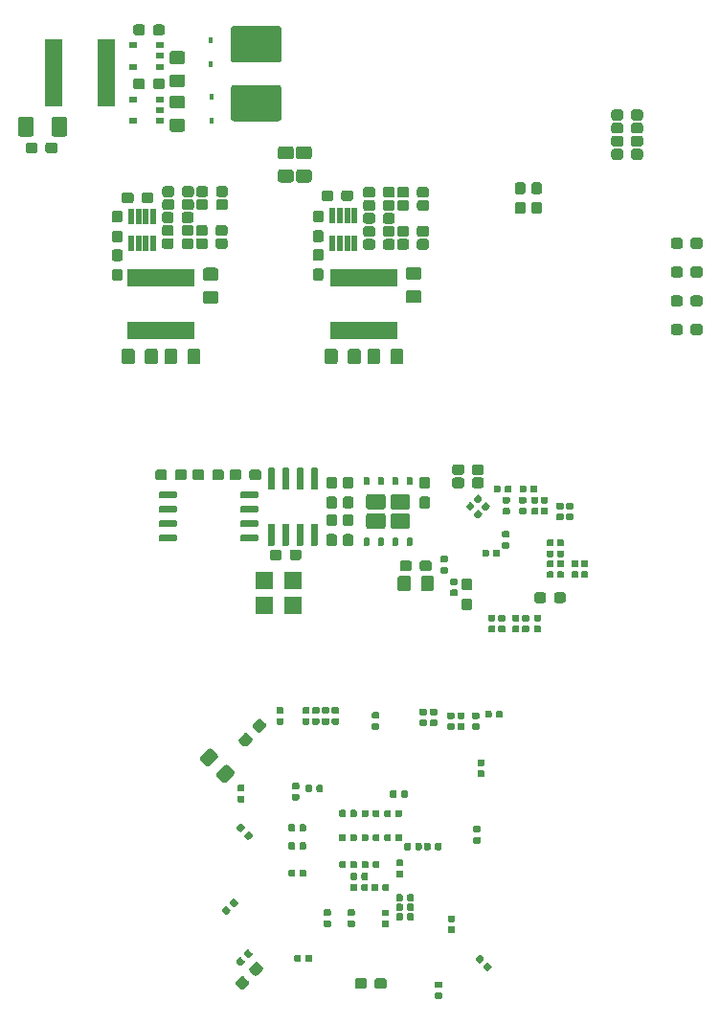
<source format=gbr>
G04 #@! TF.GenerationSoftware,KiCad,Pcbnew,(5.1.5)-3*
G04 #@! TF.CreationDate,2020-06-06T15:28:49+08:00*
G04 #@! TF.ProjectId,fpga_collector,66706761-5f63-46f6-9c6c-6563746f722e,rev?*
G04 #@! TF.SameCoordinates,PX2142678PY97284a0*
G04 #@! TF.FileFunction,Paste,Bot*
G04 #@! TF.FilePolarity,Positive*
%FSLAX46Y46*%
G04 Gerber Fmt 4.6, Leading zero omitted, Abs format (unit mm)*
G04 Created by KiCad (PCBNEW (5.1.5)-3) date 2020-06-06 15:28:49*
%MOMM*%
%LPD*%
G04 APERTURE LIST*
%ADD10C,0.100000*%
%ADD11R,0.450000X0.600000*%
%ADD12R,1.600000X5.900000*%
%ADD13R,5.900000X1.600000*%
%ADD14R,0.490000X1.340000*%
%ADD15R,0.700000X0.510000*%
%ADD16R,1.600000X1.500000*%
G04 APERTURE END LIST*
D10*
G04 #@! TO.C,C118*
G36*
X49321958Y76919290D02*
G01*
X49336276Y76917166D01*
X49350317Y76913649D01*
X49363946Y76908772D01*
X49377031Y76902583D01*
X49389447Y76895142D01*
X49401073Y76886519D01*
X49411798Y76876798D01*
X49421519Y76866073D01*
X49430142Y76854447D01*
X49437583Y76842031D01*
X49443772Y76828946D01*
X49448649Y76815317D01*
X49452166Y76801276D01*
X49454290Y76786958D01*
X49455000Y76772500D01*
X49455000Y76427500D01*
X49454290Y76413042D01*
X49452166Y76398724D01*
X49448649Y76384683D01*
X49443772Y76371054D01*
X49437583Y76357969D01*
X49430142Y76345553D01*
X49421519Y76333927D01*
X49411798Y76323202D01*
X49401073Y76313481D01*
X49389447Y76304858D01*
X49377031Y76297417D01*
X49363946Y76291228D01*
X49350317Y76286351D01*
X49336276Y76282834D01*
X49321958Y76280710D01*
X49307500Y76280000D01*
X49012500Y76280000D01*
X48998042Y76280710D01*
X48983724Y76282834D01*
X48969683Y76286351D01*
X48956054Y76291228D01*
X48942969Y76297417D01*
X48930553Y76304858D01*
X48918927Y76313481D01*
X48908202Y76323202D01*
X48898481Y76333927D01*
X48889858Y76345553D01*
X48882417Y76357969D01*
X48876228Y76371054D01*
X48871351Y76384683D01*
X48867834Y76398724D01*
X48865710Y76413042D01*
X48865000Y76427500D01*
X48865000Y76772500D01*
X48865710Y76786958D01*
X48867834Y76801276D01*
X48871351Y76815317D01*
X48876228Y76828946D01*
X48882417Y76842031D01*
X48889858Y76854447D01*
X48898481Y76866073D01*
X48908202Y76876798D01*
X48918927Y76886519D01*
X48930553Y76895142D01*
X48942969Y76902583D01*
X48956054Y76908772D01*
X48969683Y76913649D01*
X48983724Y76917166D01*
X48998042Y76919290D01*
X49012500Y76920000D01*
X49307500Y76920000D01*
X49321958Y76919290D01*
G37*
G36*
X48351958Y76919290D02*
G01*
X48366276Y76917166D01*
X48380317Y76913649D01*
X48393946Y76908772D01*
X48407031Y76902583D01*
X48419447Y76895142D01*
X48431073Y76886519D01*
X48441798Y76876798D01*
X48451519Y76866073D01*
X48460142Y76854447D01*
X48467583Y76842031D01*
X48473772Y76828946D01*
X48478649Y76815317D01*
X48482166Y76801276D01*
X48484290Y76786958D01*
X48485000Y76772500D01*
X48485000Y76427500D01*
X48484290Y76413042D01*
X48482166Y76398724D01*
X48478649Y76384683D01*
X48473772Y76371054D01*
X48467583Y76357969D01*
X48460142Y76345553D01*
X48451519Y76333927D01*
X48441798Y76323202D01*
X48431073Y76313481D01*
X48419447Y76304858D01*
X48407031Y76297417D01*
X48393946Y76291228D01*
X48380317Y76286351D01*
X48366276Y76282834D01*
X48351958Y76280710D01*
X48337500Y76280000D01*
X48042500Y76280000D01*
X48028042Y76280710D01*
X48013724Y76282834D01*
X47999683Y76286351D01*
X47986054Y76291228D01*
X47972969Y76297417D01*
X47960553Y76304858D01*
X47948927Y76313481D01*
X47938202Y76323202D01*
X47928481Y76333927D01*
X47919858Y76345553D01*
X47912417Y76357969D01*
X47906228Y76371054D01*
X47901351Y76384683D01*
X47897834Y76398724D01*
X47895710Y76413042D01*
X47895000Y76427500D01*
X47895000Y76772500D01*
X47895710Y76786958D01*
X47897834Y76801276D01*
X47901351Y76815317D01*
X47906228Y76828946D01*
X47912417Y76842031D01*
X47919858Y76854447D01*
X47928481Y76866073D01*
X47938202Y76876798D01*
X47948927Y76886519D01*
X47960553Y76895142D01*
X47972969Y76902583D01*
X47986054Y76908772D01*
X47999683Y76913649D01*
X48013724Y76917166D01*
X48028042Y76919290D01*
X48042500Y76920000D01*
X48337500Y76920000D01*
X48351958Y76919290D01*
G37*
G04 #@! TD*
G04 #@! TO.C,C115*
G36*
X44925083Y75430117D02*
G01*
X44939401Y75427993D01*
X44953442Y75424476D01*
X44967071Y75419599D01*
X44980156Y75413410D01*
X44992572Y75405969D01*
X45004198Y75397346D01*
X45014923Y75387625D01*
X45223519Y75179029D01*
X45233240Y75168304D01*
X45241863Y75156678D01*
X45249304Y75144262D01*
X45255493Y75131177D01*
X45260370Y75117548D01*
X45263887Y75103507D01*
X45266011Y75089189D01*
X45266721Y75074731D01*
X45266011Y75060273D01*
X45263887Y75045955D01*
X45260370Y75031914D01*
X45255493Y75018285D01*
X45249304Y75005200D01*
X45241863Y74992784D01*
X45233240Y74981158D01*
X45223519Y74970433D01*
X44979567Y74726481D01*
X44968842Y74716760D01*
X44957216Y74708137D01*
X44944800Y74700696D01*
X44931715Y74694507D01*
X44918086Y74689630D01*
X44904045Y74686113D01*
X44889727Y74683989D01*
X44875269Y74683279D01*
X44860811Y74683989D01*
X44846493Y74686113D01*
X44832452Y74689630D01*
X44818823Y74694507D01*
X44805738Y74700696D01*
X44793322Y74708137D01*
X44781696Y74716760D01*
X44770971Y74726481D01*
X44562375Y74935077D01*
X44552654Y74945802D01*
X44544031Y74957428D01*
X44536590Y74969844D01*
X44530401Y74982929D01*
X44525524Y74996558D01*
X44522007Y75010599D01*
X44519883Y75024917D01*
X44519173Y75039375D01*
X44519883Y75053833D01*
X44522007Y75068151D01*
X44525524Y75082192D01*
X44530401Y75095821D01*
X44536590Y75108906D01*
X44544031Y75121322D01*
X44552654Y75132948D01*
X44562375Y75143673D01*
X44806327Y75387625D01*
X44817052Y75397346D01*
X44828678Y75405969D01*
X44841094Y75413410D01*
X44854179Y75419599D01*
X44867808Y75424476D01*
X44881849Y75427993D01*
X44896167Y75430117D01*
X44910625Y75430827D01*
X44925083Y75430117D01*
G37*
G36*
X44239189Y76116011D02*
G01*
X44253507Y76113887D01*
X44267548Y76110370D01*
X44281177Y76105493D01*
X44294262Y76099304D01*
X44306678Y76091863D01*
X44318304Y76083240D01*
X44329029Y76073519D01*
X44537625Y75864923D01*
X44547346Y75854198D01*
X44555969Y75842572D01*
X44563410Y75830156D01*
X44569599Y75817071D01*
X44574476Y75803442D01*
X44577993Y75789401D01*
X44580117Y75775083D01*
X44580827Y75760625D01*
X44580117Y75746167D01*
X44577993Y75731849D01*
X44574476Y75717808D01*
X44569599Y75704179D01*
X44563410Y75691094D01*
X44555969Y75678678D01*
X44547346Y75667052D01*
X44537625Y75656327D01*
X44293673Y75412375D01*
X44282948Y75402654D01*
X44271322Y75394031D01*
X44258906Y75386590D01*
X44245821Y75380401D01*
X44232192Y75375524D01*
X44218151Y75372007D01*
X44203833Y75369883D01*
X44189375Y75369173D01*
X44174917Y75369883D01*
X44160599Y75372007D01*
X44146558Y75375524D01*
X44132929Y75380401D01*
X44119844Y75386590D01*
X44107428Y75394031D01*
X44095802Y75402654D01*
X44085077Y75412375D01*
X43876481Y75620971D01*
X43866760Y75631696D01*
X43858137Y75643322D01*
X43850696Y75655738D01*
X43844507Y75668823D01*
X43839630Y75682452D01*
X43836113Y75696493D01*
X43833989Y75710811D01*
X43833279Y75725269D01*
X43833989Y75739727D01*
X43836113Y75754045D01*
X43839630Y75768086D01*
X43844507Y75781715D01*
X43850696Y75794800D01*
X43858137Y75807216D01*
X43866760Y75818842D01*
X43876481Y75829567D01*
X44120433Y76073519D01*
X44131158Y76083240D01*
X44142784Y76091863D01*
X44155200Y76099304D01*
X44168285Y76105493D01*
X44181914Y76110370D01*
X44195955Y76113887D01*
X44210273Y76116011D01*
X44224731Y76116721D01*
X44239189Y76116011D01*
G37*
G04 #@! TD*
G04 #@! TO.C,C111*
G36*
X47046958Y76919290D02*
G01*
X47061276Y76917166D01*
X47075317Y76913649D01*
X47088946Y76908772D01*
X47102031Y76902583D01*
X47114447Y76895142D01*
X47126073Y76886519D01*
X47136798Y76876798D01*
X47146519Y76866073D01*
X47155142Y76854447D01*
X47162583Y76842031D01*
X47168772Y76828946D01*
X47173649Y76815317D01*
X47177166Y76801276D01*
X47179290Y76786958D01*
X47180000Y76772500D01*
X47180000Y76427500D01*
X47179290Y76413042D01*
X47177166Y76398724D01*
X47173649Y76384683D01*
X47168772Y76371054D01*
X47162583Y76357969D01*
X47155142Y76345553D01*
X47146519Y76333927D01*
X47136798Y76323202D01*
X47126073Y76313481D01*
X47114447Y76304858D01*
X47102031Y76297417D01*
X47088946Y76291228D01*
X47075317Y76286351D01*
X47061276Y76282834D01*
X47046958Y76280710D01*
X47032500Y76280000D01*
X46737500Y76280000D01*
X46723042Y76280710D01*
X46708724Y76282834D01*
X46694683Y76286351D01*
X46681054Y76291228D01*
X46667969Y76297417D01*
X46655553Y76304858D01*
X46643927Y76313481D01*
X46633202Y76323202D01*
X46623481Y76333927D01*
X46614858Y76345553D01*
X46607417Y76357969D01*
X46601228Y76371054D01*
X46596351Y76384683D01*
X46592834Y76398724D01*
X46590710Y76413042D01*
X46590000Y76427500D01*
X46590000Y76772500D01*
X46590710Y76786958D01*
X46592834Y76801276D01*
X46596351Y76815317D01*
X46601228Y76828946D01*
X46607417Y76842031D01*
X46614858Y76854447D01*
X46623481Y76866073D01*
X46633202Y76876798D01*
X46643927Y76886519D01*
X46655553Y76895142D01*
X46667969Y76902583D01*
X46681054Y76908772D01*
X46694683Y76913649D01*
X46708724Y76917166D01*
X46723042Y76919290D01*
X46737500Y76920000D01*
X47032500Y76920000D01*
X47046958Y76919290D01*
G37*
G36*
X46076958Y76919290D02*
G01*
X46091276Y76917166D01*
X46105317Y76913649D01*
X46118946Y76908772D01*
X46132031Y76902583D01*
X46144447Y76895142D01*
X46156073Y76886519D01*
X46166798Y76876798D01*
X46176519Y76866073D01*
X46185142Y76854447D01*
X46192583Y76842031D01*
X46198772Y76828946D01*
X46203649Y76815317D01*
X46207166Y76801276D01*
X46209290Y76786958D01*
X46210000Y76772500D01*
X46210000Y76427500D01*
X46209290Y76413042D01*
X46207166Y76398724D01*
X46203649Y76384683D01*
X46198772Y76371054D01*
X46192583Y76357969D01*
X46185142Y76345553D01*
X46176519Y76333927D01*
X46166798Y76323202D01*
X46156073Y76313481D01*
X46144447Y76304858D01*
X46132031Y76297417D01*
X46118946Y76291228D01*
X46105317Y76286351D01*
X46091276Y76282834D01*
X46076958Y76280710D01*
X46062500Y76280000D01*
X45767500Y76280000D01*
X45753042Y76280710D01*
X45738724Y76282834D01*
X45724683Y76286351D01*
X45711054Y76291228D01*
X45697969Y76297417D01*
X45685553Y76304858D01*
X45673927Y76313481D01*
X45663202Y76323202D01*
X45653481Y76333927D01*
X45644858Y76345553D01*
X45637417Y76357969D01*
X45631228Y76371054D01*
X45626351Y76384683D01*
X45622834Y76398724D01*
X45620710Y76413042D01*
X45620000Y76427500D01*
X45620000Y76772500D01*
X45620710Y76786958D01*
X45622834Y76801276D01*
X45626351Y76815317D01*
X45631228Y76828946D01*
X45637417Y76842031D01*
X45644858Y76854447D01*
X45653481Y76866073D01*
X45663202Y76876798D01*
X45673927Y76886519D01*
X45685553Y76895142D01*
X45697969Y76902583D01*
X45711054Y76908772D01*
X45724683Y76913649D01*
X45738724Y76917166D01*
X45753042Y76919290D01*
X45767500Y76920000D01*
X46062500Y76920000D01*
X46076958Y76919290D01*
G37*
G04 #@! TD*
G04 #@! TO.C,C9*
G36*
X18109505Y109338796D02*
G01*
X18133773Y109335196D01*
X18157572Y109329235D01*
X18180671Y109320970D01*
X18202850Y109310480D01*
X18223893Y109297868D01*
X18243599Y109283253D01*
X18261777Y109266777D01*
X18278253Y109248599D01*
X18292868Y109228893D01*
X18305480Y109207850D01*
X18315970Y109185671D01*
X18324235Y109162572D01*
X18330196Y109138773D01*
X18333796Y109114505D01*
X18335000Y109090001D01*
X18335000Y108439999D01*
X18333796Y108415495D01*
X18330196Y108391227D01*
X18324235Y108367428D01*
X18315970Y108344329D01*
X18305480Y108322150D01*
X18292868Y108301107D01*
X18278253Y108281401D01*
X18261777Y108263223D01*
X18243599Y108246747D01*
X18223893Y108232132D01*
X18202850Y108219520D01*
X18180671Y108209030D01*
X18157572Y108200765D01*
X18133773Y108194804D01*
X18109505Y108191204D01*
X18085001Y108190000D01*
X17184999Y108190000D01*
X17160495Y108191204D01*
X17136227Y108194804D01*
X17112428Y108200765D01*
X17089329Y108209030D01*
X17067150Y108219520D01*
X17046107Y108232132D01*
X17026401Y108246747D01*
X17008223Y108263223D01*
X16991747Y108281401D01*
X16977132Y108301107D01*
X16964520Y108322150D01*
X16954030Y108344329D01*
X16945765Y108367428D01*
X16939804Y108391227D01*
X16936204Y108415495D01*
X16935000Y108439999D01*
X16935000Y109090001D01*
X16936204Y109114505D01*
X16939804Y109138773D01*
X16945765Y109162572D01*
X16954030Y109185671D01*
X16964520Y109207850D01*
X16977132Y109228893D01*
X16991747Y109248599D01*
X17008223Y109266777D01*
X17026401Y109283253D01*
X17046107Y109297868D01*
X17067150Y109310480D01*
X17089329Y109320970D01*
X17112428Y109329235D01*
X17136227Y109335196D01*
X17160495Y109338796D01*
X17184999Y109340000D01*
X18085001Y109340000D01*
X18109505Y109338796D01*
G37*
G36*
X18109505Y111388796D02*
G01*
X18133773Y111385196D01*
X18157572Y111379235D01*
X18180671Y111370970D01*
X18202850Y111360480D01*
X18223893Y111347868D01*
X18243599Y111333253D01*
X18261777Y111316777D01*
X18278253Y111298599D01*
X18292868Y111278893D01*
X18305480Y111257850D01*
X18315970Y111235671D01*
X18324235Y111212572D01*
X18330196Y111188773D01*
X18333796Y111164505D01*
X18335000Y111140001D01*
X18335000Y110489999D01*
X18333796Y110465495D01*
X18330196Y110441227D01*
X18324235Y110417428D01*
X18315970Y110394329D01*
X18305480Y110372150D01*
X18292868Y110351107D01*
X18278253Y110331401D01*
X18261777Y110313223D01*
X18243599Y110296747D01*
X18223893Y110282132D01*
X18202850Y110269520D01*
X18180671Y110259030D01*
X18157572Y110250765D01*
X18133773Y110244804D01*
X18109505Y110241204D01*
X18085001Y110240000D01*
X17184999Y110240000D01*
X17160495Y110241204D01*
X17136227Y110244804D01*
X17112428Y110250765D01*
X17089329Y110259030D01*
X17067150Y110269520D01*
X17046107Y110282132D01*
X17026401Y110296747D01*
X17008223Y110313223D01*
X16991747Y110331401D01*
X16977132Y110351107D01*
X16964520Y110372150D01*
X16954030Y110394329D01*
X16945765Y110417428D01*
X16939804Y110441227D01*
X16936204Y110465495D01*
X16935000Y110489999D01*
X16935000Y111140001D01*
X16936204Y111164505D01*
X16939804Y111188773D01*
X16945765Y111212572D01*
X16954030Y111235671D01*
X16964520Y111257850D01*
X16977132Y111278893D01*
X16991747Y111298599D01*
X17008223Y111316777D01*
X17026401Y111333253D01*
X17046107Y111347868D01*
X17067150Y111360480D01*
X17089329Y111370970D01*
X17112428Y111379235D01*
X17136227Y111385196D01*
X17160495Y111388796D01*
X17184999Y111390000D01*
X18085001Y111390000D01*
X18109505Y111388796D01*
G37*
G04 #@! TD*
G04 #@! TO.C,C10*
G36*
X6810779Y107248856D02*
G01*
X6833834Y107245437D01*
X6856443Y107239773D01*
X6878387Y107231921D01*
X6899457Y107221956D01*
X6919448Y107209974D01*
X6938168Y107196090D01*
X6955438Y107180438D01*
X6971090Y107163168D01*
X6984974Y107144448D01*
X6996956Y107124457D01*
X7006921Y107103387D01*
X7014773Y107081443D01*
X7020437Y107058834D01*
X7023856Y107035779D01*
X7025000Y107012500D01*
X7025000Y106537500D01*
X7023856Y106514221D01*
X7020437Y106491166D01*
X7014773Y106468557D01*
X7006921Y106446613D01*
X6996956Y106425543D01*
X6984974Y106405552D01*
X6971090Y106386832D01*
X6955438Y106369562D01*
X6938168Y106353910D01*
X6919448Y106340026D01*
X6899457Y106328044D01*
X6878387Y106318079D01*
X6856443Y106310227D01*
X6833834Y106304563D01*
X6810779Y106301144D01*
X6787500Y106300000D01*
X6212500Y106300000D01*
X6189221Y106301144D01*
X6166166Y106304563D01*
X6143557Y106310227D01*
X6121613Y106318079D01*
X6100543Y106328044D01*
X6080552Y106340026D01*
X6061832Y106353910D01*
X6044562Y106369562D01*
X6028910Y106386832D01*
X6015026Y106405552D01*
X6003044Y106425543D01*
X5993079Y106446613D01*
X5985227Y106468557D01*
X5979563Y106491166D01*
X5976144Y106514221D01*
X5975000Y106537500D01*
X5975000Y107012500D01*
X5976144Y107035779D01*
X5979563Y107058834D01*
X5985227Y107081443D01*
X5993079Y107103387D01*
X6003044Y107124457D01*
X6015026Y107144448D01*
X6028910Y107163168D01*
X6044562Y107180438D01*
X6061832Y107196090D01*
X6080552Y107209974D01*
X6100543Y107221956D01*
X6121613Y107231921D01*
X6143557Y107239773D01*
X6166166Y107245437D01*
X6189221Y107248856D01*
X6212500Y107250000D01*
X6787500Y107250000D01*
X6810779Y107248856D01*
G37*
G36*
X5060779Y107248856D02*
G01*
X5083834Y107245437D01*
X5106443Y107239773D01*
X5128387Y107231921D01*
X5149457Y107221956D01*
X5169448Y107209974D01*
X5188168Y107196090D01*
X5205438Y107180438D01*
X5221090Y107163168D01*
X5234974Y107144448D01*
X5246956Y107124457D01*
X5256921Y107103387D01*
X5264773Y107081443D01*
X5270437Y107058834D01*
X5273856Y107035779D01*
X5275000Y107012500D01*
X5275000Y106537500D01*
X5273856Y106514221D01*
X5270437Y106491166D01*
X5264773Y106468557D01*
X5256921Y106446613D01*
X5246956Y106425543D01*
X5234974Y106405552D01*
X5221090Y106386832D01*
X5205438Y106369562D01*
X5188168Y106353910D01*
X5169448Y106340026D01*
X5149457Y106328044D01*
X5128387Y106318079D01*
X5106443Y106310227D01*
X5083834Y106304563D01*
X5060779Y106301144D01*
X5037500Y106300000D01*
X4462500Y106300000D01*
X4439221Y106301144D01*
X4416166Y106304563D01*
X4393557Y106310227D01*
X4371613Y106318079D01*
X4350543Y106328044D01*
X4330552Y106340026D01*
X4311832Y106353910D01*
X4294562Y106369562D01*
X4278910Y106386832D01*
X4265026Y106405552D01*
X4253044Y106425543D01*
X4243079Y106446613D01*
X4235227Y106468557D01*
X4229563Y106491166D01*
X4226144Y106514221D01*
X4225000Y106537500D01*
X4225000Y107012500D01*
X4226144Y107035779D01*
X4229563Y107058834D01*
X4235227Y107081443D01*
X4243079Y107103387D01*
X4253044Y107124457D01*
X4265026Y107144448D01*
X4278910Y107163168D01*
X4294562Y107180438D01*
X4311832Y107196090D01*
X4330552Y107209974D01*
X4350543Y107221956D01*
X4371613Y107231921D01*
X4393557Y107239773D01*
X4416166Y107245437D01*
X4439221Y107248856D01*
X4462500Y107250000D01*
X5037500Y107250000D01*
X5060779Y107248856D01*
G37*
G04 #@! TD*
G04 #@! TO.C,C26*
G36*
X18109505Y113268796D02*
G01*
X18133773Y113265196D01*
X18157572Y113259235D01*
X18180671Y113250970D01*
X18202850Y113240480D01*
X18223893Y113227868D01*
X18243599Y113213253D01*
X18261777Y113196777D01*
X18278253Y113178599D01*
X18292868Y113158893D01*
X18305480Y113137850D01*
X18315970Y113115671D01*
X18324235Y113092572D01*
X18330196Y113068773D01*
X18333796Y113044505D01*
X18335000Y113020001D01*
X18335000Y112369999D01*
X18333796Y112345495D01*
X18330196Y112321227D01*
X18324235Y112297428D01*
X18315970Y112274329D01*
X18305480Y112252150D01*
X18292868Y112231107D01*
X18278253Y112211401D01*
X18261777Y112193223D01*
X18243599Y112176747D01*
X18223893Y112162132D01*
X18202850Y112149520D01*
X18180671Y112139030D01*
X18157572Y112130765D01*
X18133773Y112124804D01*
X18109505Y112121204D01*
X18085001Y112120000D01*
X17184999Y112120000D01*
X17160495Y112121204D01*
X17136227Y112124804D01*
X17112428Y112130765D01*
X17089329Y112139030D01*
X17067150Y112149520D01*
X17046107Y112162132D01*
X17026401Y112176747D01*
X17008223Y112193223D01*
X16991747Y112211401D01*
X16977132Y112231107D01*
X16964520Y112252150D01*
X16954030Y112274329D01*
X16945765Y112297428D01*
X16939804Y112321227D01*
X16936204Y112345495D01*
X16935000Y112369999D01*
X16935000Y113020001D01*
X16936204Y113044505D01*
X16939804Y113068773D01*
X16945765Y113092572D01*
X16954030Y113115671D01*
X16964520Y113137850D01*
X16977132Y113158893D01*
X16991747Y113178599D01*
X17008223Y113196777D01*
X17026401Y113213253D01*
X17046107Y113227868D01*
X17067150Y113240480D01*
X17089329Y113250970D01*
X17112428Y113259235D01*
X17136227Y113265196D01*
X17160495Y113268796D01*
X17184999Y113270000D01*
X18085001Y113270000D01*
X18109505Y113268796D01*
G37*
G36*
X18109505Y115318796D02*
G01*
X18133773Y115315196D01*
X18157572Y115309235D01*
X18180671Y115300970D01*
X18202850Y115290480D01*
X18223893Y115277868D01*
X18243599Y115263253D01*
X18261777Y115246777D01*
X18278253Y115228599D01*
X18292868Y115208893D01*
X18305480Y115187850D01*
X18315970Y115165671D01*
X18324235Y115142572D01*
X18330196Y115118773D01*
X18333796Y115094505D01*
X18335000Y115070001D01*
X18335000Y114419999D01*
X18333796Y114395495D01*
X18330196Y114371227D01*
X18324235Y114347428D01*
X18315970Y114324329D01*
X18305480Y114302150D01*
X18292868Y114281107D01*
X18278253Y114261401D01*
X18261777Y114243223D01*
X18243599Y114226747D01*
X18223893Y114212132D01*
X18202850Y114199520D01*
X18180671Y114189030D01*
X18157572Y114180765D01*
X18133773Y114174804D01*
X18109505Y114171204D01*
X18085001Y114170000D01*
X17184999Y114170000D01*
X17160495Y114171204D01*
X17136227Y114174804D01*
X17112428Y114180765D01*
X17089329Y114189030D01*
X17067150Y114199520D01*
X17046107Y114212132D01*
X17026401Y114226747D01*
X17008223Y114243223D01*
X16991747Y114261401D01*
X16977132Y114281107D01*
X16964520Y114302150D01*
X16954030Y114324329D01*
X16945765Y114347428D01*
X16939804Y114371227D01*
X16936204Y114395495D01*
X16935000Y114419999D01*
X16935000Y115070001D01*
X16936204Y115094505D01*
X16939804Y115118773D01*
X16945765Y115142572D01*
X16954030Y115165671D01*
X16964520Y115187850D01*
X16977132Y115208893D01*
X16991747Y115228599D01*
X17008223Y115246777D01*
X17026401Y115263253D01*
X17046107Y115277868D01*
X17067150Y115290480D01*
X17089329Y115300970D01*
X17112428Y115309235D01*
X17136227Y115315196D01*
X17160495Y115318796D01*
X17184999Y115320000D01*
X18085001Y115320000D01*
X18109505Y115318796D01*
G37*
G04 #@! TD*
G04 #@! TO.C,C12*
G36*
X50801958Y69329290D02*
G01*
X50816276Y69327166D01*
X50830317Y69323649D01*
X50843946Y69318772D01*
X50857031Y69312583D01*
X50869447Y69305142D01*
X50881073Y69296519D01*
X50891798Y69286798D01*
X50901519Y69276073D01*
X50910142Y69264447D01*
X50917583Y69252031D01*
X50923772Y69238946D01*
X50928649Y69225317D01*
X50932166Y69211276D01*
X50934290Y69196958D01*
X50935000Y69182500D01*
X50935000Y68887500D01*
X50934290Y68873042D01*
X50932166Y68858724D01*
X50928649Y68844683D01*
X50923772Y68831054D01*
X50917583Y68817969D01*
X50910142Y68805553D01*
X50901519Y68793927D01*
X50891798Y68783202D01*
X50881073Y68773481D01*
X50869447Y68764858D01*
X50857031Y68757417D01*
X50843946Y68751228D01*
X50830317Y68746351D01*
X50816276Y68742834D01*
X50801958Y68740710D01*
X50787500Y68740000D01*
X50442500Y68740000D01*
X50428042Y68740710D01*
X50413724Y68742834D01*
X50399683Y68746351D01*
X50386054Y68751228D01*
X50372969Y68757417D01*
X50360553Y68764858D01*
X50348927Y68773481D01*
X50338202Y68783202D01*
X50328481Y68793927D01*
X50319858Y68805553D01*
X50312417Y68817969D01*
X50306228Y68831054D01*
X50301351Y68844683D01*
X50297834Y68858724D01*
X50295710Y68873042D01*
X50295000Y68887500D01*
X50295000Y69182500D01*
X50295710Y69196958D01*
X50297834Y69211276D01*
X50301351Y69225317D01*
X50306228Y69238946D01*
X50312417Y69252031D01*
X50319858Y69264447D01*
X50328481Y69276073D01*
X50338202Y69286798D01*
X50348927Y69296519D01*
X50360553Y69305142D01*
X50372969Y69312583D01*
X50386054Y69318772D01*
X50399683Y69323649D01*
X50413724Y69327166D01*
X50428042Y69329290D01*
X50442500Y69330000D01*
X50787500Y69330000D01*
X50801958Y69329290D01*
G37*
G36*
X50801958Y70299290D02*
G01*
X50816276Y70297166D01*
X50830317Y70293649D01*
X50843946Y70288772D01*
X50857031Y70282583D01*
X50869447Y70275142D01*
X50881073Y70266519D01*
X50891798Y70256798D01*
X50901519Y70246073D01*
X50910142Y70234447D01*
X50917583Y70222031D01*
X50923772Y70208946D01*
X50928649Y70195317D01*
X50932166Y70181276D01*
X50934290Y70166958D01*
X50935000Y70152500D01*
X50935000Y69857500D01*
X50934290Y69843042D01*
X50932166Y69828724D01*
X50928649Y69814683D01*
X50923772Y69801054D01*
X50917583Y69787969D01*
X50910142Y69775553D01*
X50901519Y69763927D01*
X50891798Y69753202D01*
X50881073Y69743481D01*
X50869447Y69734858D01*
X50857031Y69727417D01*
X50843946Y69721228D01*
X50830317Y69716351D01*
X50816276Y69712834D01*
X50801958Y69710710D01*
X50787500Y69710000D01*
X50442500Y69710000D01*
X50428042Y69710710D01*
X50413724Y69712834D01*
X50399683Y69716351D01*
X50386054Y69721228D01*
X50372969Y69727417D01*
X50360553Y69734858D01*
X50348927Y69743481D01*
X50338202Y69753202D01*
X50328481Y69763927D01*
X50319858Y69775553D01*
X50312417Y69787969D01*
X50306228Y69801054D01*
X50301351Y69814683D01*
X50297834Y69828724D01*
X50295710Y69843042D01*
X50295000Y69857500D01*
X50295000Y70152500D01*
X50295710Y70166958D01*
X50297834Y70181276D01*
X50301351Y70195317D01*
X50306228Y70208946D01*
X50312417Y70222031D01*
X50319858Y70234447D01*
X50328481Y70246073D01*
X50338202Y70256798D01*
X50348927Y70266519D01*
X50360553Y70275142D01*
X50372969Y70282583D01*
X50386054Y70288772D01*
X50399683Y70293649D01*
X50413724Y70297166D01*
X50428042Y70299290D01*
X50442500Y70300000D01*
X50787500Y70300000D01*
X50801958Y70299290D01*
G37*
G04 #@! TD*
G04 #@! TO.C,C14*
G36*
X43505779Y68698856D02*
G01*
X43528834Y68695437D01*
X43551443Y68689773D01*
X43573387Y68681921D01*
X43594457Y68671956D01*
X43614448Y68659974D01*
X43633168Y68646090D01*
X43650438Y68630438D01*
X43666090Y68613168D01*
X43679974Y68594448D01*
X43691956Y68574457D01*
X43701921Y68553387D01*
X43709773Y68531443D01*
X43715437Y68508834D01*
X43718856Y68485779D01*
X43720000Y68462500D01*
X43720000Y67887500D01*
X43718856Y67864221D01*
X43715437Y67841166D01*
X43709773Y67818557D01*
X43701921Y67796613D01*
X43691956Y67775543D01*
X43679974Y67755552D01*
X43666090Y67736832D01*
X43650438Y67719562D01*
X43633168Y67703910D01*
X43614448Y67690026D01*
X43594457Y67678044D01*
X43573387Y67668079D01*
X43551443Y67660227D01*
X43528834Y67654563D01*
X43505779Y67651144D01*
X43482500Y67650000D01*
X43007500Y67650000D01*
X42984221Y67651144D01*
X42961166Y67654563D01*
X42938557Y67660227D01*
X42916613Y67668079D01*
X42895543Y67678044D01*
X42875552Y67690026D01*
X42856832Y67703910D01*
X42839562Y67719562D01*
X42823910Y67736832D01*
X42810026Y67755552D01*
X42798044Y67775543D01*
X42788079Y67796613D01*
X42780227Y67818557D01*
X42774563Y67841166D01*
X42771144Y67864221D01*
X42770000Y67887500D01*
X42770000Y68462500D01*
X42771144Y68485779D01*
X42774563Y68508834D01*
X42780227Y68531443D01*
X42788079Y68553387D01*
X42798044Y68574457D01*
X42810026Y68594448D01*
X42823910Y68613168D01*
X42839562Y68630438D01*
X42856832Y68646090D01*
X42875552Y68659974D01*
X42895543Y68671956D01*
X42916613Y68681921D01*
X42938557Y68689773D01*
X42961166Y68695437D01*
X42984221Y68698856D01*
X43007500Y68700000D01*
X43482500Y68700000D01*
X43505779Y68698856D01*
G37*
G36*
X43505779Y66948856D02*
G01*
X43528834Y66945437D01*
X43551443Y66939773D01*
X43573387Y66931921D01*
X43594457Y66921956D01*
X43614448Y66909974D01*
X43633168Y66896090D01*
X43650438Y66880438D01*
X43666090Y66863168D01*
X43679974Y66844448D01*
X43691956Y66824457D01*
X43701921Y66803387D01*
X43709773Y66781443D01*
X43715437Y66758834D01*
X43718856Y66735779D01*
X43720000Y66712500D01*
X43720000Y66137500D01*
X43718856Y66114221D01*
X43715437Y66091166D01*
X43709773Y66068557D01*
X43701921Y66046613D01*
X43691956Y66025543D01*
X43679974Y66005552D01*
X43666090Y65986832D01*
X43650438Y65969562D01*
X43633168Y65953910D01*
X43614448Y65940026D01*
X43594457Y65928044D01*
X43573387Y65918079D01*
X43551443Y65910227D01*
X43528834Y65904563D01*
X43505779Y65901144D01*
X43482500Y65900000D01*
X43007500Y65900000D01*
X42984221Y65901144D01*
X42961166Y65904563D01*
X42938557Y65910227D01*
X42916613Y65918079D01*
X42895543Y65928044D01*
X42875552Y65940026D01*
X42856832Y65953910D01*
X42839562Y65969562D01*
X42823910Y65986832D01*
X42810026Y66005552D01*
X42798044Y66025543D01*
X42788079Y66046613D01*
X42780227Y66068557D01*
X42774563Y66091166D01*
X42771144Y66114221D01*
X42770000Y66137500D01*
X42770000Y66712500D01*
X42771144Y66735779D01*
X42774563Y66758834D01*
X42780227Y66781443D01*
X42788079Y66803387D01*
X42798044Y66824457D01*
X42810026Y66844448D01*
X42823910Y66863168D01*
X42839562Y66880438D01*
X42856832Y66896090D01*
X42875552Y66909974D01*
X42895543Y66921956D01*
X42916613Y66931921D01*
X42938557Y66939773D01*
X42961166Y66945437D01*
X42984221Y66948856D01*
X43007500Y66950000D01*
X43482500Y66950000D01*
X43505779Y66948856D01*
G37*
G04 #@! TD*
G04 #@! TO.C,C24*
G36*
X34375218Y42679290D02*
G01*
X34389536Y42677166D01*
X34403577Y42673649D01*
X34417206Y42668772D01*
X34430291Y42662583D01*
X34442707Y42655142D01*
X34454333Y42646519D01*
X34465058Y42636798D01*
X34474779Y42626073D01*
X34483402Y42614447D01*
X34490843Y42602031D01*
X34497032Y42588946D01*
X34501909Y42575317D01*
X34505426Y42561276D01*
X34507550Y42546958D01*
X34508260Y42532500D01*
X34508260Y42187500D01*
X34507550Y42173042D01*
X34505426Y42158724D01*
X34501909Y42144683D01*
X34497032Y42131054D01*
X34490843Y42117969D01*
X34483402Y42105553D01*
X34474779Y42093927D01*
X34465058Y42083202D01*
X34454333Y42073481D01*
X34442707Y42064858D01*
X34430291Y42057417D01*
X34417206Y42051228D01*
X34403577Y42046351D01*
X34389536Y42042834D01*
X34375218Y42040710D01*
X34360760Y42040000D01*
X34065760Y42040000D01*
X34051302Y42040710D01*
X34036984Y42042834D01*
X34022943Y42046351D01*
X34009314Y42051228D01*
X33996229Y42057417D01*
X33983813Y42064858D01*
X33972187Y42073481D01*
X33961462Y42083202D01*
X33951741Y42093927D01*
X33943118Y42105553D01*
X33935677Y42117969D01*
X33929488Y42131054D01*
X33924611Y42144683D01*
X33921094Y42158724D01*
X33918970Y42173042D01*
X33918260Y42187500D01*
X33918260Y42532500D01*
X33918970Y42546958D01*
X33921094Y42561276D01*
X33924611Y42575317D01*
X33929488Y42588946D01*
X33935677Y42602031D01*
X33943118Y42614447D01*
X33951741Y42626073D01*
X33961462Y42636798D01*
X33972187Y42646519D01*
X33983813Y42655142D01*
X33996229Y42662583D01*
X34009314Y42668772D01*
X34022943Y42673649D01*
X34036984Y42677166D01*
X34051302Y42679290D01*
X34065760Y42680000D01*
X34360760Y42680000D01*
X34375218Y42679290D01*
G37*
G36*
X33405218Y42679290D02*
G01*
X33419536Y42677166D01*
X33433577Y42673649D01*
X33447206Y42668772D01*
X33460291Y42662583D01*
X33472707Y42655142D01*
X33484333Y42646519D01*
X33495058Y42636798D01*
X33504779Y42626073D01*
X33513402Y42614447D01*
X33520843Y42602031D01*
X33527032Y42588946D01*
X33531909Y42575317D01*
X33535426Y42561276D01*
X33537550Y42546958D01*
X33538260Y42532500D01*
X33538260Y42187500D01*
X33537550Y42173042D01*
X33535426Y42158724D01*
X33531909Y42144683D01*
X33527032Y42131054D01*
X33520843Y42117969D01*
X33513402Y42105553D01*
X33504779Y42093927D01*
X33495058Y42083202D01*
X33484333Y42073481D01*
X33472707Y42064858D01*
X33460291Y42057417D01*
X33447206Y42051228D01*
X33433577Y42046351D01*
X33419536Y42042834D01*
X33405218Y42040710D01*
X33390760Y42040000D01*
X33095760Y42040000D01*
X33081302Y42040710D01*
X33066984Y42042834D01*
X33052943Y42046351D01*
X33039314Y42051228D01*
X33026229Y42057417D01*
X33013813Y42064858D01*
X33002187Y42073481D01*
X32991462Y42083202D01*
X32981741Y42093927D01*
X32973118Y42105553D01*
X32965677Y42117969D01*
X32959488Y42131054D01*
X32954611Y42144683D01*
X32951094Y42158724D01*
X32948970Y42173042D01*
X32948260Y42187500D01*
X32948260Y42532500D01*
X32948970Y42546958D01*
X32951094Y42561276D01*
X32954611Y42575317D01*
X32959488Y42588946D01*
X32965677Y42602031D01*
X32973118Y42614447D01*
X32981741Y42626073D01*
X32991462Y42636798D01*
X33002187Y42646519D01*
X33013813Y42655142D01*
X33026229Y42662583D01*
X33039314Y42668772D01*
X33052943Y42673649D01*
X33066984Y42677166D01*
X33081302Y42679290D01*
X33095760Y42680000D01*
X33390760Y42680000D01*
X33405218Y42679290D01*
G37*
G04 #@! TD*
G04 #@! TO.C,C36*
G36*
X51661958Y74439290D02*
G01*
X51676276Y74437166D01*
X51690317Y74433649D01*
X51703946Y74428772D01*
X51717031Y74422583D01*
X51729447Y74415142D01*
X51741073Y74406519D01*
X51751798Y74396798D01*
X51761519Y74386073D01*
X51770142Y74374447D01*
X51777583Y74362031D01*
X51783772Y74348946D01*
X51788649Y74335317D01*
X51792166Y74321276D01*
X51794290Y74306958D01*
X51795000Y74292500D01*
X51795000Y73997500D01*
X51794290Y73983042D01*
X51792166Y73968724D01*
X51788649Y73954683D01*
X51783772Y73941054D01*
X51777583Y73927969D01*
X51770142Y73915553D01*
X51761519Y73903927D01*
X51751798Y73893202D01*
X51741073Y73883481D01*
X51729447Y73874858D01*
X51717031Y73867417D01*
X51703946Y73861228D01*
X51690317Y73856351D01*
X51676276Y73852834D01*
X51661958Y73850710D01*
X51647500Y73850000D01*
X51302500Y73850000D01*
X51288042Y73850710D01*
X51273724Y73852834D01*
X51259683Y73856351D01*
X51246054Y73861228D01*
X51232969Y73867417D01*
X51220553Y73874858D01*
X51208927Y73883481D01*
X51198202Y73893202D01*
X51188481Y73903927D01*
X51179858Y73915553D01*
X51172417Y73927969D01*
X51166228Y73941054D01*
X51161351Y73954683D01*
X51157834Y73968724D01*
X51155710Y73983042D01*
X51155000Y73997500D01*
X51155000Y74292500D01*
X51155710Y74306958D01*
X51157834Y74321276D01*
X51161351Y74335317D01*
X51166228Y74348946D01*
X51172417Y74362031D01*
X51179858Y74374447D01*
X51188481Y74386073D01*
X51198202Y74396798D01*
X51208927Y74406519D01*
X51220553Y74415142D01*
X51232969Y74422583D01*
X51246054Y74428772D01*
X51259683Y74433649D01*
X51273724Y74437166D01*
X51288042Y74439290D01*
X51302500Y74440000D01*
X51647500Y74440000D01*
X51661958Y74439290D01*
G37*
G36*
X51661958Y75409290D02*
G01*
X51676276Y75407166D01*
X51690317Y75403649D01*
X51703946Y75398772D01*
X51717031Y75392583D01*
X51729447Y75385142D01*
X51741073Y75376519D01*
X51751798Y75366798D01*
X51761519Y75356073D01*
X51770142Y75344447D01*
X51777583Y75332031D01*
X51783772Y75318946D01*
X51788649Y75305317D01*
X51792166Y75291276D01*
X51794290Y75276958D01*
X51795000Y75262500D01*
X51795000Y74967500D01*
X51794290Y74953042D01*
X51792166Y74938724D01*
X51788649Y74924683D01*
X51783772Y74911054D01*
X51777583Y74897969D01*
X51770142Y74885553D01*
X51761519Y74873927D01*
X51751798Y74863202D01*
X51741073Y74853481D01*
X51729447Y74844858D01*
X51717031Y74837417D01*
X51703946Y74831228D01*
X51690317Y74826351D01*
X51676276Y74822834D01*
X51661958Y74820710D01*
X51647500Y74820000D01*
X51302500Y74820000D01*
X51288042Y74820710D01*
X51273724Y74822834D01*
X51259683Y74826351D01*
X51246054Y74831228D01*
X51232969Y74837417D01*
X51220553Y74844858D01*
X51208927Y74853481D01*
X51198202Y74863202D01*
X51188481Y74873927D01*
X51179858Y74885553D01*
X51172417Y74897969D01*
X51166228Y74911054D01*
X51161351Y74924683D01*
X51157834Y74938724D01*
X51155710Y74953042D01*
X51155000Y74967500D01*
X51155000Y75262500D01*
X51155710Y75276958D01*
X51157834Y75291276D01*
X51161351Y75305317D01*
X51166228Y75318946D01*
X51172417Y75332031D01*
X51179858Y75344447D01*
X51188481Y75356073D01*
X51198202Y75366798D01*
X51208927Y75376519D01*
X51220553Y75385142D01*
X51232969Y75392583D01*
X51246054Y75398772D01*
X51259683Y75403649D01*
X51273724Y75407166D01*
X51288042Y75409290D01*
X51302500Y75410000D01*
X51647500Y75410000D01*
X51661958Y75409290D01*
G37*
G04 #@! TD*
G04 #@! TO.C,C37*
G36*
X50030779Y67483856D02*
G01*
X50053834Y67480437D01*
X50076443Y67474773D01*
X50098387Y67466921D01*
X50119457Y67456956D01*
X50139448Y67444974D01*
X50158168Y67431090D01*
X50175438Y67415438D01*
X50191090Y67398168D01*
X50204974Y67379448D01*
X50216956Y67359457D01*
X50226921Y67338387D01*
X50234773Y67316443D01*
X50240437Y67293834D01*
X50243856Y67270779D01*
X50245000Y67247500D01*
X50245000Y66772500D01*
X50243856Y66749221D01*
X50240437Y66726166D01*
X50234773Y66703557D01*
X50226921Y66681613D01*
X50216956Y66660543D01*
X50204974Y66640552D01*
X50191090Y66621832D01*
X50175438Y66604562D01*
X50158168Y66588910D01*
X50139448Y66575026D01*
X50119457Y66563044D01*
X50098387Y66553079D01*
X50076443Y66545227D01*
X50053834Y66539563D01*
X50030779Y66536144D01*
X50007500Y66535000D01*
X49432500Y66535000D01*
X49409221Y66536144D01*
X49386166Y66539563D01*
X49363557Y66545227D01*
X49341613Y66553079D01*
X49320543Y66563044D01*
X49300552Y66575026D01*
X49281832Y66588910D01*
X49264562Y66604562D01*
X49248910Y66621832D01*
X49235026Y66640552D01*
X49223044Y66660543D01*
X49213079Y66681613D01*
X49205227Y66703557D01*
X49199563Y66726166D01*
X49196144Y66749221D01*
X49195000Y66772500D01*
X49195000Y67247500D01*
X49196144Y67270779D01*
X49199563Y67293834D01*
X49205227Y67316443D01*
X49213079Y67338387D01*
X49223044Y67359457D01*
X49235026Y67379448D01*
X49248910Y67398168D01*
X49264562Y67415438D01*
X49281832Y67431090D01*
X49300552Y67444974D01*
X49320543Y67456956D01*
X49341613Y67466921D01*
X49363557Y67474773D01*
X49386166Y67480437D01*
X49409221Y67483856D01*
X49432500Y67485000D01*
X50007500Y67485000D01*
X50030779Y67483856D01*
G37*
G36*
X51780779Y67483856D02*
G01*
X51803834Y67480437D01*
X51826443Y67474773D01*
X51848387Y67466921D01*
X51869457Y67456956D01*
X51889448Y67444974D01*
X51908168Y67431090D01*
X51925438Y67415438D01*
X51941090Y67398168D01*
X51954974Y67379448D01*
X51966956Y67359457D01*
X51976921Y67338387D01*
X51984773Y67316443D01*
X51990437Y67293834D01*
X51993856Y67270779D01*
X51995000Y67247500D01*
X51995000Y66772500D01*
X51993856Y66749221D01*
X51990437Y66726166D01*
X51984773Y66703557D01*
X51976921Y66681613D01*
X51966956Y66660543D01*
X51954974Y66640552D01*
X51941090Y66621832D01*
X51925438Y66604562D01*
X51908168Y66588910D01*
X51889448Y66575026D01*
X51869457Y66563044D01*
X51848387Y66553079D01*
X51826443Y66545227D01*
X51803834Y66539563D01*
X51780779Y66536144D01*
X51757500Y66535000D01*
X51182500Y66535000D01*
X51159221Y66536144D01*
X51136166Y66539563D01*
X51113557Y66545227D01*
X51091613Y66553079D01*
X51070543Y66563044D01*
X51050552Y66575026D01*
X51031832Y66588910D01*
X51014562Y66604562D01*
X50998910Y66621832D01*
X50985026Y66640552D01*
X50973044Y66660543D01*
X50963079Y66681613D01*
X50955227Y66703557D01*
X50949563Y66726166D01*
X50946144Y66749221D01*
X50945000Y66772500D01*
X50945000Y67247500D01*
X50946144Y67270779D01*
X50949563Y67293834D01*
X50955227Y67316443D01*
X50963079Y67338387D01*
X50973044Y67359457D01*
X50985026Y67379448D01*
X50998910Y67398168D01*
X51014562Y67415438D01*
X51031832Y67431090D01*
X51050552Y67444974D01*
X51070543Y67456956D01*
X51091613Y67466921D01*
X51113557Y67474773D01*
X51136166Y67480437D01*
X51159221Y67483856D01*
X51182500Y67485000D01*
X51757500Y67485000D01*
X51780779Y67483856D01*
G37*
G04 #@! TD*
G04 #@! TO.C,C38*
G36*
X53830958Y69330290D02*
G01*
X53845276Y69328166D01*
X53859317Y69324649D01*
X53872946Y69319772D01*
X53886031Y69313583D01*
X53898447Y69306142D01*
X53910073Y69297519D01*
X53920798Y69287798D01*
X53930519Y69277073D01*
X53939142Y69265447D01*
X53946583Y69253031D01*
X53952772Y69239946D01*
X53957649Y69226317D01*
X53961166Y69212276D01*
X53963290Y69197958D01*
X53964000Y69183500D01*
X53964000Y68888500D01*
X53963290Y68874042D01*
X53961166Y68859724D01*
X53957649Y68845683D01*
X53952772Y68832054D01*
X53946583Y68818969D01*
X53939142Y68806553D01*
X53930519Y68794927D01*
X53920798Y68784202D01*
X53910073Y68774481D01*
X53898447Y68765858D01*
X53886031Y68758417D01*
X53872946Y68752228D01*
X53859317Y68747351D01*
X53845276Y68743834D01*
X53830958Y68741710D01*
X53816500Y68741000D01*
X53471500Y68741000D01*
X53457042Y68741710D01*
X53442724Y68743834D01*
X53428683Y68747351D01*
X53415054Y68752228D01*
X53401969Y68758417D01*
X53389553Y68765858D01*
X53377927Y68774481D01*
X53367202Y68784202D01*
X53357481Y68794927D01*
X53348858Y68806553D01*
X53341417Y68818969D01*
X53335228Y68832054D01*
X53330351Y68845683D01*
X53326834Y68859724D01*
X53324710Y68874042D01*
X53324000Y68888500D01*
X53324000Y69183500D01*
X53324710Y69197958D01*
X53326834Y69212276D01*
X53330351Y69226317D01*
X53335228Y69239946D01*
X53341417Y69253031D01*
X53348858Y69265447D01*
X53357481Y69277073D01*
X53367202Y69287798D01*
X53377927Y69297519D01*
X53389553Y69306142D01*
X53401969Y69313583D01*
X53415054Y69319772D01*
X53428683Y69324649D01*
X53442724Y69328166D01*
X53457042Y69330290D01*
X53471500Y69331000D01*
X53816500Y69331000D01*
X53830958Y69330290D01*
G37*
G36*
X53830958Y70300290D02*
G01*
X53845276Y70298166D01*
X53859317Y70294649D01*
X53872946Y70289772D01*
X53886031Y70283583D01*
X53898447Y70276142D01*
X53910073Y70267519D01*
X53920798Y70257798D01*
X53930519Y70247073D01*
X53939142Y70235447D01*
X53946583Y70223031D01*
X53952772Y70209946D01*
X53957649Y70196317D01*
X53961166Y70182276D01*
X53963290Y70167958D01*
X53964000Y70153500D01*
X53964000Y69858500D01*
X53963290Y69844042D01*
X53961166Y69829724D01*
X53957649Y69815683D01*
X53952772Y69802054D01*
X53946583Y69788969D01*
X53939142Y69776553D01*
X53930519Y69764927D01*
X53920798Y69754202D01*
X53910073Y69744481D01*
X53898447Y69735858D01*
X53886031Y69728417D01*
X53872946Y69722228D01*
X53859317Y69717351D01*
X53845276Y69713834D01*
X53830958Y69711710D01*
X53816500Y69711000D01*
X53471500Y69711000D01*
X53457042Y69711710D01*
X53442724Y69713834D01*
X53428683Y69717351D01*
X53415054Y69722228D01*
X53401969Y69728417D01*
X53389553Y69735858D01*
X53377927Y69744481D01*
X53367202Y69754202D01*
X53357481Y69764927D01*
X53348858Y69776553D01*
X53341417Y69788969D01*
X53335228Y69802054D01*
X53330351Y69815683D01*
X53326834Y69829724D01*
X53324710Y69844042D01*
X53324000Y69858500D01*
X53324000Y70153500D01*
X53324710Y70167958D01*
X53326834Y70182276D01*
X53330351Y70196317D01*
X53335228Y70209946D01*
X53341417Y70223031D01*
X53348858Y70235447D01*
X53357481Y70247073D01*
X53367202Y70257798D01*
X53377927Y70267519D01*
X53389553Y70276142D01*
X53401969Y70283583D01*
X53415054Y70289772D01*
X53428683Y70294649D01*
X53442724Y70298166D01*
X53457042Y70300290D01*
X53471500Y70301000D01*
X53816500Y70301000D01*
X53830958Y70300290D01*
G37*
G04 #@! TD*
G04 #@! TO.C,C51*
G36*
X12585779Y97798856D02*
G01*
X12608834Y97795437D01*
X12631443Y97789773D01*
X12653387Y97781921D01*
X12674457Y97771956D01*
X12694448Y97759974D01*
X12713168Y97746090D01*
X12730438Y97730438D01*
X12746090Y97713168D01*
X12759974Y97694448D01*
X12771956Y97674457D01*
X12781921Y97653387D01*
X12789773Y97631443D01*
X12795437Y97608834D01*
X12798856Y97585779D01*
X12800000Y97562500D01*
X12800000Y96987500D01*
X12798856Y96964221D01*
X12795437Y96941166D01*
X12789773Y96918557D01*
X12781921Y96896613D01*
X12771956Y96875543D01*
X12759974Y96855552D01*
X12746090Y96836832D01*
X12730438Y96819562D01*
X12713168Y96803910D01*
X12694448Y96790026D01*
X12674457Y96778044D01*
X12653387Y96768079D01*
X12631443Y96760227D01*
X12608834Y96754563D01*
X12585779Y96751144D01*
X12562500Y96750000D01*
X12087500Y96750000D01*
X12064221Y96751144D01*
X12041166Y96754563D01*
X12018557Y96760227D01*
X11996613Y96768079D01*
X11975543Y96778044D01*
X11955552Y96790026D01*
X11936832Y96803910D01*
X11919562Y96819562D01*
X11903910Y96836832D01*
X11890026Y96855552D01*
X11878044Y96875543D01*
X11868079Y96896613D01*
X11860227Y96918557D01*
X11854563Y96941166D01*
X11851144Y96964221D01*
X11850000Y96987500D01*
X11850000Y97562500D01*
X11851144Y97585779D01*
X11854563Y97608834D01*
X11860227Y97631443D01*
X11868079Y97653387D01*
X11878044Y97674457D01*
X11890026Y97694448D01*
X11903910Y97713168D01*
X11919562Y97730438D01*
X11936832Y97746090D01*
X11955552Y97759974D01*
X11975543Y97771956D01*
X11996613Y97781921D01*
X12018557Y97789773D01*
X12041166Y97795437D01*
X12064221Y97798856D01*
X12087500Y97800000D01*
X12562500Y97800000D01*
X12585779Y97798856D01*
G37*
G36*
X12585779Y96048856D02*
G01*
X12608834Y96045437D01*
X12631443Y96039773D01*
X12653387Y96031921D01*
X12674457Y96021956D01*
X12694448Y96009974D01*
X12713168Y95996090D01*
X12730438Y95980438D01*
X12746090Y95963168D01*
X12759974Y95944448D01*
X12771956Y95924457D01*
X12781921Y95903387D01*
X12789773Y95881443D01*
X12795437Y95858834D01*
X12798856Y95835779D01*
X12800000Y95812500D01*
X12800000Y95237500D01*
X12798856Y95214221D01*
X12795437Y95191166D01*
X12789773Y95168557D01*
X12781921Y95146613D01*
X12771956Y95125543D01*
X12759974Y95105552D01*
X12746090Y95086832D01*
X12730438Y95069562D01*
X12713168Y95053910D01*
X12694448Y95040026D01*
X12674457Y95028044D01*
X12653387Y95018079D01*
X12631443Y95010227D01*
X12608834Y95004563D01*
X12585779Y95001144D01*
X12562500Y95000000D01*
X12087500Y95000000D01*
X12064221Y95001144D01*
X12041166Y95004563D01*
X12018557Y95010227D01*
X11996613Y95018079D01*
X11975543Y95028044D01*
X11955552Y95040026D01*
X11936832Y95053910D01*
X11919562Y95069562D01*
X11903910Y95086832D01*
X11890026Y95105552D01*
X11878044Y95125543D01*
X11868079Y95146613D01*
X11860227Y95168557D01*
X11854563Y95191166D01*
X11851144Y95214221D01*
X11850000Y95237500D01*
X11850000Y95812500D01*
X11851144Y95835779D01*
X11854563Y95858834D01*
X11860227Y95881443D01*
X11868079Y95903387D01*
X11878044Y95924457D01*
X11890026Y95944448D01*
X11903910Y95963168D01*
X11919562Y95980438D01*
X11936832Y95996090D01*
X11955552Y96009974D01*
X11975543Y96021956D01*
X11996613Y96031921D01*
X12018557Y96039773D01*
X12041166Y96045437D01*
X12064221Y96048856D01*
X12087500Y96050000D01*
X12562500Y96050000D01*
X12585779Y96048856D01*
G37*
G04 #@! TD*
G04 #@! TO.C,C54*
G36*
X21059505Y94118796D02*
G01*
X21083773Y94115196D01*
X21107572Y94109235D01*
X21130671Y94100970D01*
X21152850Y94090480D01*
X21173893Y94077868D01*
X21193599Y94063253D01*
X21211777Y94046777D01*
X21228253Y94028599D01*
X21242868Y94008893D01*
X21255480Y93987850D01*
X21265970Y93965671D01*
X21274235Y93942572D01*
X21280196Y93918773D01*
X21283796Y93894505D01*
X21285000Y93870001D01*
X21285000Y93219999D01*
X21283796Y93195495D01*
X21280196Y93171227D01*
X21274235Y93147428D01*
X21265970Y93124329D01*
X21255480Y93102150D01*
X21242868Y93081107D01*
X21228253Y93061401D01*
X21211777Y93043223D01*
X21193599Y93026747D01*
X21173893Y93012132D01*
X21152850Y92999520D01*
X21130671Y92989030D01*
X21107572Y92980765D01*
X21083773Y92974804D01*
X21059505Y92971204D01*
X21035001Y92970000D01*
X20134999Y92970000D01*
X20110495Y92971204D01*
X20086227Y92974804D01*
X20062428Y92980765D01*
X20039329Y92989030D01*
X20017150Y92999520D01*
X19996107Y93012132D01*
X19976401Y93026747D01*
X19958223Y93043223D01*
X19941747Y93061401D01*
X19927132Y93081107D01*
X19914520Y93102150D01*
X19904030Y93124329D01*
X19895765Y93147428D01*
X19889804Y93171227D01*
X19886204Y93195495D01*
X19885000Y93219999D01*
X19885000Y93870001D01*
X19886204Y93894505D01*
X19889804Y93918773D01*
X19895765Y93942572D01*
X19904030Y93965671D01*
X19914520Y93987850D01*
X19927132Y94008893D01*
X19941747Y94028599D01*
X19958223Y94046777D01*
X19976401Y94063253D01*
X19996107Y94077868D01*
X20017150Y94090480D01*
X20039329Y94100970D01*
X20062428Y94109235D01*
X20086227Y94115196D01*
X20110495Y94118796D01*
X20134999Y94120000D01*
X21035001Y94120000D01*
X21059505Y94118796D01*
G37*
G36*
X21059505Y96168796D02*
G01*
X21083773Y96165196D01*
X21107572Y96159235D01*
X21130671Y96150970D01*
X21152850Y96140480D01*
X21173893Y96127868D01*
X21193599Y96113253D01*
X21211777Y96096777D01*
X21228253Y96078599D01*
X21242868Y96058893D01*
X21255480Y96037850D01*
X21265970Y96015671D01*
X21274235Y95992572D01*
X21280196Y95968773D01*
X21283796Y95944505D01*
X21285000Y95920001D01*
X21285000Y95269999D01*
X21283796Y95245495D01*
X21280196Y95221227D01*
X21274235Y95197428D01*
X21265970Y95174329D01*
X21255480Y95152150D01*
X21242868Y95131107D01*
X21228253Y95111401D01*
X21211777Y95093223D01*
X21193599Y95076747D01*
X21173893Y95062132D01*
X21152850Y95049520D01*
X21130671Y95039030D01*
X21107572Y95030765D01*
X21083773Y95024804D01*
X21059505Y95021204D01*
X21035001Y95020000D01*
X20134999Y95020000D01*
X20110495Y95021204D01*
X20086227Y95024804D01*
X20062428Y95030765D01*
X20039329Y95039030D01*
X20017150Y95049520D01*
X19996107Y95062132D01*
X19976401Y95076747D01*
X19958223Y95093223D01*
X19941747Y95111401D01*
X19927132Y95131107D01*
X19914520Y95152150D01*
X19904030Y95174329D01*
X19895765Y95197428D01*
X19889804Y95221227D01*
X19886204Y95245495D01*
X19885000Y95269999D01*
X19885000Y95920001D01*
X19886204Y95944505D01*
X19889804Y95968773D01*
X19895765Y95992572D01*
X19904030Y96015671D01*
X19914520Y96037850D01*
X19927132Y96058893D01*
X19941747Y96078599D01*
X19958223Y96096777D01*
X19976401Y96113253D01*
X19996107Y96127868D01*
X20017150Y96140480D01*
X20039329Y96150970D01*
X20062428Y96159235D01*
X20086227Y96165196D01*
X20110495Y96168796D01*
X20134999Y96170000D01*
X21035001Y96170000D01*
X21059505Y96168796D01*
G37*
G04 #@! TD*
G04 #@! TO.C,C55*
G36*
X21865779Y98783856D02*
G01*
X21888834Y98780437D01*
X21911443Y98774773D01*
X21933387Y98766921D01*
X21954457Y98756956D01*
X21974448Y98744974D01*
X21993168Y98731090D01*
X22010438Y98715438D01*
X22026090Y98698168D01*
X22039974Y98679448D01*
X22051956Y98659457D01*
X22061921Y98638387D01*
X22069773Y98616443D01*
X22075437Y98593834D01*
X22078856Y98570779D01*
X22080000Y98547500D01*
X22080000Y98072500D01*
X22078856Y98049221D01*
X22075437Y98026166D01*
X22069773Y98003557D01*
X22061921Y97981613D01*
X22051956Y97960543D01*
X22039974Y97940552D01*
X22026090Y97921832D01*
X22010438Y97904562D01*
X21993168Y97888910D01*
X21974448Y97875026D01*
X21954457Y97863044D01*
X21933387Y97853079D01*
X21911443Y97845227D01*
X21888834Y97839563D01*
X21865779Y97836144D01*
X21842500Y97835000D01*
X21267500Y97835000D01*
X21244221Y97836144D01*
X21221166Y97839563D01*
X21198557Y97845227D01*
X21176613Y97853079D01*
X21155543Y97863044D01*
X21135552Y97875026D01*
X21116832Y97888910D01*
X21099562Y97904562D01*
X21083910Y97921832D01*
X21070026Y97940552D01*
X21058044Y97960543D01*
X21048079Y97981613D01*
X21040227Y98003557D01*
X21034563Y98026166D01*
X21031144Y98049221D01*
X21030000Y98072500D01*
X21030000Y98547500D01*
X21031144Y98570779D01*
X21034563Y98593834D01*
X21040227Y98616443D01*
X21048079Y98638387D01*
X21058044Y98659457D01*
X21070026Y98679448D01*
X21083910Y98698168D01*
X21099562Y98715438D01*
X21116832Y98731090D01*
X21135552Y98744974D01*
X21155543Y98756956D01*
X21176613Y98766921D01*
X21198557Y98774773D01*
X21221166Y98780437D01*
X21244221Y98783856D01*
X21267500Y98785000D01*
X21842500Y98785000D01*
X21865779Y98783856D01*
G37*
G36*
X20115779Y98783856D02*
G01*
X20138834Y98780437D01*
X20161443Y98774773D01*
X20183387Y98766921D01*
X20204457Y98756956D01*
X20224448Y98744974D01*
X20243168Y98731090D01*
X20260438Y98715438D01*
X20276090Y98698168D01*
X20289974Y98679448D01*
X20301956Y98659457D01*
X20311921Y98638387D01*
X20319773Y98616443D01*
X20325437Y98593834D01*
X20328856Y98570779D01*
X20330000Y98547500D01*
X20330000Y98072500D01*
X20328856Y98049221D01*
X20325437Y98026166D01*
X20319773Y98003557D01*
X20311921Y97981613D01*
X20301956Y97960543D01*
X20289974Y97940552D01*
X20276090Y97921832D01*
X20260438Y97904562D01*
X20243168Y97888910D01*
X20224448Y97875026D01*
X20204457Y97863044D01*
X20183387Y97853079D01*
X20161443Y97845227D01*
X20138834Y97839563D01*
X20115779Y97836144D01*
X20092500Y97835000D01*
X19517500Y97835000D01*
X19494221Y97836144D01*
X19471166Y97839563D01*
X19448557Y97845227D01*
X19426613Y97853079D01*
X19405543Y97863044D01*
X19385552Y97875026D01*
X19366832Y97888910D01*
X19349562Y97904562D01*
X19333910Y97921832D01*
X19320026Y97940552D01*
X19308044Y97960543D01*
X19298079Y97981613D01*
X19290227Y98003557D01*
X19284563Y98026166D01*
X19281144Y98049221D01*
X19280000Y98072500D01*
X19280000Y98547500D01*
X19281144Y98570779D01*
X19284563Y98593834D01*
X19290227Y98616443D01*
X19298079Y98638387D01*
X19308044Y98659457D01*
X19320026Y98679448D01*
X19333910Y98698168D01*
X19349562Y98715438D01*
X19366832Y98731090D01*
X19385552Y98744974D01*
X19405543Y98756956D01*
X19426613Y98766921D01*
X19448557Y98774773D01*
X19471166Y98780437D01*
X19494221Y98783856D01*
X19517500Y98785000D01*
X20092500Y98785000D01*
X20115779Y98783856D01*
G37*
G04 #@! TD*
G04 #@! TO.C,C58*
G36*
X13639505Y89018796D02*
G01*
X13663773Y89015196D01*
X13687572Y89009235D01*
X13710671Y89000970D01*
X13732850Y88990480D01*
X13753893Y88977868D01*
X13773599Y88963253D01*
X13791777Y88946777D01*
X13808253Y88928599D01*
X13822868Y88908893D01*
X13835480Y88887850D01*
X13845970Y88865671D01*
X13854235Y88842572D01*
X13860196Y88818773D01*
X13863796Y88794505D01*
X13865000Y88770001D01*
X13865000Y87869999D01*
X13863796Y87845495D01*
X13860196Y87821227D01*
X13854235Y87797428D01*
X13845970Y87774329D01*
X13835480Y87752150D01*
X13822868Y87731107D01*
X13808253Y87711401D01*
X13791777Y87693223D01*
X13773599Y87676747D01*
X13753893Y87662132D01*
X13732850Y87649520D01*
X13710671Y87639030D01*
X13687572Y87630765D01*
X13663773Y87624804D01*
X13639505Y87621204D01*
X13615001Y87620000D01*
X12964999Y87620000D01*
X12940495Y87621204D01*
X12916227Y87624804D01*
X12892428Y87630765D01*
X12869329Y87639030D01*
X12847150Y87649520D01*
X12826107Y87662132D01*
X12806401Y87676747D01*
X12788223Y87693223D01*
X12771747Y87711401D01*
X12757132Y87731107D01*
X12744520Y87752150D01*
X12734030Y87774329D01*
X12725765Y87797428D01*
X12719804Y87821227D01*
X12716204Y87845495D01*
X12715000Y87869999D01*
X12715000Y88770001D01*
X12716204Y88794505D01*
X12719804Y88818773D01*
X12725765Y88842572D01*
X12734030Y88865671D01*
X12744520Y88887850D01*
X12757132Y88908893D01*
X12771747Y88928599D01*
X12788223Y88946777D01*
X12806401Y88963253D01*
X12826107Y88977868D01*
X12847150Y88990480D01*
X12869329Y89000970D01*
X12892428Y89009235D01*
X12916227Y89015196D01*
X12940495Y89018796D01*
X12964999Y89020000D01*
X13615001Y89020000D01*
X13639505Y89018796D01*
G37*
G36*
X15689505Y89018796D02*
G01*
X15713773Y89015196D01*
X15737572Y89009235D01*
X15760671Y89000970D01*
X15782850Y88990480D01*
X15803893Y88977868D01*
X15823599Y88963253D01*
X15841777Y88946777D01*
X15858253Y88928599D01*
X15872868Y88908893D01*
X15885480Y88887850D01*
X15895970Y88865671D01*
X15904235Y88842572D01*
X15910196Y88818773D01*
X15913796Y88794505D01*
X15915000Y88770001D01*
X15915000Y87869999D01*
X15913796Y87845495D01*
X15910196Y87821227D01*
X15904235Y87797428D01*
X15895970Y87774329D01*
X15885480Y87752150D01*
X15872868Y87731107D01*
X15858253Y87711401D01*
X15841777Y87693223D01*
X15823599Y87676747D01*
X15803893Y87662132D01*
X15782850Y87649520D01*
X15760671Y87639030D01*
X15737572Y87630765D01*
X15713773Y87624804D01*
X15689505Y87621204D01*
X15665001Y87620000D01*
X15014999Y87620000D01*
X14990495Y87621204D01*
X14966227Y87624804D01*
X14942428Y87630765D01*
X14919329Y87639030D01*
X14897150Y87649520D01*
X14876107Y87662132D01*
X14856401Y87676747D01*
X14838223Y87693223D01*
X14821747Y87711401D01*
X14807132Y87731107D01*
X14794520Y87752150D01*
X14784030Y87774329D01*
X14775765Y87797428D01*
X14769804Y87821227D01*
X14766204Y87845495D01*
X14765000Y87869999D01*
X14765000Y88770001D01*
X14766204Y88794505D01*
X14769804Y88818773D01*
X14775765Y88842572D01*
X14784030Y88865671D01*
X14794520Y88887850D01*
X14807132Y88908893D01*
X14821747Y88928599D01*
X14838223Y88946777D01*
X14856401Y88963253D01*
X14876107Y88977868D01*
X14897150Y88990480D01*
X14919329Y89000970D01*
X14942428Y89009235D01*
X14966227Y89015196D01*
X14990495Y89018796D01*
X15014999Y89020000D01*
X15665001Y89020000D01*
X15689505Y89018796D01*
G37*
G04 #@! TD*
G04 #@! TO.C,C61*
G36*
X21860779Y99933856D02*
G01*
X21883834Y99930437D01*
X21906443Y99924773D01*
X21928387Y99916921D01*
X21949457Y99906956D01*
X21969448Y99894974D01*
X21988168Y99881090D01*
X22005438Y99865438D01*
X22021090Y99848168D01*
X22034974Y99829448D01*
X22046956Y99809457D01*
X22056921Y99788387D01*
X22064773Y99766443D01*
X22070437Y99743834D01*
X22073856Y99720779D01*
X22075000Y99697500D01*
X22075000Y99222500D01*
X22073856Y99199221D01*
X22070437Y99176166D01*
X22064773Y99153557D01*
X22056921Y99131613D01*
X22046956Y99110543D01*
X22034974Y99090552D01*
X22021090Y99071832D01*
X22005438Y99054562D01*
X21988168Y99038910D01*
X21969448Y99025026D01*
X21949457Y99013044D01*
X21928387Y99003079D01*
X21906443Y98995227D01*
X21883834Y98989563D01*
X21860779Y98986144D01*
X21837500Y98985000D01*
X21262500Y98985000D01*
X21239221Y98986144D01*
X21216166Y98989563D01*
X21193557Y98995227D01*
X21171613Y99003079D01*
X21150543Y99013044D01*
X21130552Y99025026D01*
X21111832Y99038910D01*
X21094562Y99054562D01*
X21078910Y99071832D01*
X21065026Y99090552D01*
X21053044Y99110543D01*
X21043079Y99131613D01*
X21035227Y99153557D01*
X21029563Y99176166D01*
X21026144Y99199221D01*
X21025000Y99222500D01*
X21025000Y99697500D01*
X21026144Y99720779D01*
X21029563Y99743834D01*
X21035227Y99766443D01*
X21043079Y99788387D01*
X21053044Y99809457D01*
X21065026Y99829448D01*
X21078910Y99848168D01*
X21094562Y99865438D01*
X21111832Y99881090D01*
X21130552Y99894974D01*
X21150543Y99906956D01*
X21171613Y99916921D01*
X21193557Y99924773D01*
X21216166Y99930437D01*
X21239221Y99933856D01*
X21262500Y99935000D01*
X21837500Y99935000D01*
X21860779Y99933856D01*
G37*
G36*
X20110779Y99933856D02*
G01*
X20133834Y99930437D01*
X20156443Y99924773D01*
X20178387Y99916921D01*
X20199457Y99906956D01*
X20219448Y99894974D01*
X20238168Y99881090D01*
X20255438Y99865438D01*
X20271090Y99848168D01*
X20284974Y99829448D01*
X20296956Y99809457D01*
X20306921Y99788387D01*
X20314773Y99766443D01*
X20320437Y99743834D01*
X20323856Y99720779D01*
X20325000Y99697500D01*
X20325000Y99222500D01*
X20323856Y99199221D01*
X20320437Y99176166D01*
X20314773Y99153557D01*
X20306921Y99131613D01*
X20296956Y99110543D01*
X20284974Y99090552D01*
X20271090Y99071832D01*
X20255438Y99054562D01*
X20238168Y99038910D01*
X20219448Y99025026D01*
X20199457Y99013044D01*
X20178387Y99003079D01*
X20156443Y98995227D01*
X20133834Y98989563D01*
X20110779Y98986144D01*
X20087500Y98985000D01*
X19512500Y98985000D01*
X19489221Y98986144D01*
X19466166Y98989563D01*
X19443557Y98995227D01*
X19421613Y99003079D01*
X19400543Y99013044D01*
X19380552Y99025026D01*
X19361832Y99038910D01*
X19344562Y99054562D01*
X19328910Y99071832D01*
X19315026Y99090552D01*
X19303044Y99110543D01*
X19293079Y99131613D01*
X19285227Y99153557D01*
X19279563Y99176166D01*
X19276144Y99199221D01*
X19275000Y99222500D01*
X19275000Y99697500D01*
X19276144Y99720779D01*
X19279563Y99743834D01*
X19285227Y99766443D01*
X19293079Y99788387D01*
X19303044Y99809457D01*
X19315026Y99829448D01*
X19328910Y99848168D01*
X19344562Y99865438D01*
X19361832Y99881090D01*
X19380552Y99894974D01*
X19400543Y99906956D01*
X19421613Y99916921D01*
X19443557Y99924773D01*
X19466166Y99930437D01*
X19489221Y99933856D01*
X19512500Y99935000D01*
X20087500Y99935000D01*
X20110779Y99933856D01*
G37*
G04 #@! TD*
G04 #@! TO.C,C70*
G36*
X39009505Y94188796D02*
G01*
X39033773Y94185196D01*
X39057572Y94179235D01*
X39080671Y94170970D01*
X39102850Y94160480D01*
X39123893Y94147868D01*
X39143599Y94133253D01*
X39161777Y94116777D01*
X39178253Y94098599D01*
X39192868Y94078893D01*
X39205480Y94057850D01*
X39215970Y94035671D01*
X39224235Y94012572D01*
X39230196Y93988773D01*
X39233796Y93964505D01*
X39235000Y93940001D01*
X39235000Y93289999D01*
X39233796Y93265495D01*
X39230196Y93241227D01*
X39224235Y93217428D01*
X39215970Y93194329D01*
X39205480Y93172150D01*
X39192868Y93151107D01*
X39178253Y93131401D01*
X39161777Y93113223D01*
X39143599Y93096747D01*
X39123893Y93082132D01*
X39102850Y93069520D01*
X39080671Y93059030D01*
X39057572Y93050765D01*
X39033773Y93044804D01*
X39009505Y93041204D01*
X38985001Y93040000D01*
X38084999Y93040000D01*
X38060495Y93041204D01*
X38036227Y93044804D01*
X38012428Y93050765D01*
X37989329Y93059030D01*
X37967150Y93069520D01*
X37946107Y93082132D01*
X37926401Y93096747D01*
X37908223Y93113223D01*
X37891747Y93131401D01*
X37877132Y93151107D01*
X37864520Y93172150D01*
X37854030Y93194329D01*
X37845765Y93217428D01*
X37839804Y93241227D01*
X37836204Y93265495D01*
X37835000Y93289999D01*
X37835000Y93940001D01*
X37836204Y93964505D01*
X37839804Y93988773D01*
X37845765Y94012572D01*
X37854030Y94035671D01*
X37864520Y94057850D01*
X37877132Y94078893D01*
X37891747Y94098599D01*
X37908223Y94116777D01*
X37926401Y94133253D01*
X37946107Y94147868D01*
X37967150Y94160480D01*
X37989329Y94170970D01*
X38012428Y94179235D01*
X38036227Y94185196D01*
X38060495Y94188796D01*
X38084999Y94190000D01*
X38985001Y94190000D01*
X39009505Y94188796D01*
G37*
G36*
X39009505Y96238796D02*
G01*
X39033773Y96235196D01*
X39057572Y96229235D01*
X39080671Y96220970D01*
X39102850Y96210480D01*
X39123893Y96197868D01*
X39143599Y96183253D01*
X39161777Y96166777D01*
X39178253Y96148599D01*
X39192868Y96128893D01*
X39205480Y96107850D01*
X39215970Y96085671D01*
X39224235Y96062572D01*
X39230196Y96038773D01*
X39233796Y96014505D01*
X39235000Y95990001D01*
X39235000Y95339999D01*
X39233796Y95315495D01*
X39230196Y95291227D01*
X39224235Y95267428D01*
X39215970Y95244329D01*
X39205480Y95222150D01*
X39192868Y95201107D01*
X39178253Y95181401D01*
X39161777Y95163223D01*
X39143599Y95146747D01*
X39123893Y95132132D01*
X39102850Y95119520D01*
X39080671Y95109030D01*
X39057572Y95100765D01*
X39033773Y95094804D01*
X39009505Y95091204D01*
X38985001Y95090000D01*
X38084999Y95090000D01*
X38060495Y95091204D01*
X38036227Y95094804D01*
X38012428Y95100765D01*
X37989329Y95109030D01*
X37967150Y95119520D01*
X37946107Y95132132D01*
X37926401Y95146747D01*
X37908223Y95163223D01*
X37891747Y95181401D01*
X37877132Y95201107D01*
X37864520Y95222150D01*
X37854030Y95244329D01*
X37845765Y95267428D01*
X37839804Y95291227D01*
X37836204Y95315495D01*
X37835000Y95339999D01*
X37835000Y95990001D01*
X37836204Y96014505D01*
X37839804Y96038773D01*
X37845765Y96062572D01*
X37854030Y96085671D01*
X37864520Y96107850D01*
X37877132Y96128893D01*
X37891747Y96148599D01*
X37908223Y96166777D01*
X37926401Y96183253D01*
X37946107Y96197868D01*
X37967150Y96210480D01*
X37989329Y96220970D01*
X38012428Y96229235D01*
X38036227Y96235196D01*
X38060495Y96238796D01*
X38084999Y96240000D01*
X38985001Y96240000D01*
X39009505Y96238796D01*
G37*
G04 #@! TD*
G04 #@! TO.C,C71*
G36*
X37910779Y98713856D02*
G01*
X37933834Y98710437D01*
X37956443Y98704773D01*
X37978387Y98696921D01*
X37999457Y98686956D01*
X38019448Y98674974D01*
X38038168Y98661090D01*
X38055438Y98645438D01*
X38071090Y98628168D01*
X38084974Y98609448D01*
X38096956Y98589457D01*
X38106921Y98568387D01*
X38114773Y98546443D01*
X38120437Y98523834D01*
X38123856Y98500779D01*
X38125000Y98477500D01*
X38125000Y98002500D01*
X38123856Y97979221D01*
X38120437Y97956166D01*
X38114773Y97933557D01*
X38106921Y97911613D01*
X38096956Y97890543D01*
X38084974Y97870552D01*
X38071090Y97851832D01*
X38055438Y97834562D01*
X38038168Y97818910D01*
X38019448Y97805026D01*
X37999457Y97793044D01*
X37978387Y97783079D01*
X37956443Y97775227D01*
X37933834Y97769563D01*
X37910779Y97766144D01*
X37887500Y97765000D01*
X37312500Y97765000D01*
X37289221Y97766144D01*
X37266166Y97769563D01*
X37243557Y97775227D01*
X37221613Y97783079D01*
X37200543Y97793044D01*
X37180552Y97805026D01*
X37161832Y97818910D01*
X37144562Y97834562D01*
X37128910Y97851832D01*
X37115026Y97870552D01*
X37103044Y97890543D01*
X37093079Y97911613D01*
X37085227Y97933557D01*
X37079563Y97956166D01*
X37076144Y97979221D01*
X37075000Y98002500D01*
X37075000Y98477500D01*
X37076144Y98500779D01*
X37079563Y98523834D01*
X37085227Y98546443D01*
X37093079Y98568387D01*
X37103044Y98589457D01*
X37115026Y98609448D01*
X37128910Y98628168D01*
X37144562Y98645438D01*
X37161832Y98661090D01*
X37180552Y98674974D01*
X37200543Y98686956D01*
X37221613Y98696921D01*
X37243557Y98704773D01*
X37266166Y98710437D01*
X37289221Y98713856D01*
X37312500Y98715000D01*
X37887500Y98715000D01*
X37910779Y98713856D01*
G37*
G36*
X39660779Y98713856D02*
G01*
X39683834Y98710437D01*
X39706443Y98704773D01*
X39728387Y98696921D01*
X39749457Y98686956D01*
X39769448Y98674974D01*
X39788168Y98661090D01*
X39805438Y98645438D01*
X39821090Y98628168D01*
X39834974Y98609448D01*
X39846956Y98589457D01*
X39856921Y98568387D01*
X39864773Y98546443D01*
X39870437Y98523834D01*
X39873856Y98500779D01*
X39875000Y98477500D01*
X39875000Y98002500D01*
X39873856Y97979221D01*
X39870437Y97956166D01*
X39864773Y97933557D01*
X39856921Y97911613D01*
X39846956Y97890543D01*
X39834974Y97870552D01*
X39821090Y97851832D01*
X39805438Y97834562D01*
X39788168Y97818910D01*
X39769448Y97805026D01*
X39749457Y97793044D01*
X39728387Y97783079D01*
X39706443Y97775227D01*
X39683834Y97769563D01*
X39660779Y97766144D01*
X39637500Y97765000D01*
X39062500Y97765000D01*
X39039221Y97766144D01*
X39016166Y97769563D01*
X38993557Y97775227D01*
X38971613Y97783079D01*
X38950543Y97793044D01*
X38930552Y97805026D01*
X38911832Y97818910D01*
X38894562Y97834562D01*
X38878910Y97851832D01*
X38865026Y97870552D01*
X38853044Y97890543D01*
X38843079Y97911613D01*
X38835227Y97933557D01*
X38829563Y97956166D01*
X38826144Y97979221D01*
X38825000Y98002500D01*
X38825000Y98477500D01*
X38826144Y98500779D01*
X38829563Y98523834D01*
X38835227Y98546443D01*
X38843079Y98568387D01*
X38853044Y98589457D01*
X38865026Y98609448D01*
X38878910Y98628168D01*
X38894562Y98645438D01*
X38911832Y98661090D01*
X38930552Y98674974D01*
X38950543Y98686956D01*
X38971613Y98696921D01*
X38993557Y98704773D01*
X39016166Y98710437D01*
X39039221Y98713856D01*
X39062500Y98715000D01*
X39637500Y98715000D01*
X39660779Y98713856D01*
G37*
G04 #@! TD*
G04 #@! TO.C,C74*
G36*
X37409505Y89018796D02*
G01*
X37433773Y89015196D01*
X37457572Y89009235D01*
X37480671Y89000970D01*
X37502850Y88990480D01*
X37523893Y88977868D01*
X37543599Y88963253D01*
X37561777Y88946777D01*
X37578253Y88928599D01*
X37592868Y88908893D01*
X37605480Y88887850D01*
X37615970Y88865671D01*
X37624235Y88842572D01*
X37630196Y88818773D01*
X37633796Y88794505D01*
X37635000Y88770001D01*
X37635000Y87869999D01*
X37633796Y87845495D01*
X37630196Y87821227D01*
X37624235Y87797428D01*
X37615970Y87774329D01*
X37605480Y87752150D01*
X37592868Y87731107D01*
X37578253Y87711401D01*
X37561777Y87693223D01*
X37543599Y87676747D01*
X37523893Y87662132D01*
X37502850Y87649520D01*
X37480671Y87639030D01*
X37457572Y87630765D01*
X37433773Y87624804D01*
X37409505Y87621204D01*
X37385001Y87620000D01*
X36734999Y87620000D01*
X36710495Y87621204D01*
X36686227Y87624804D01*
X36662428Y87630765D01*
X36639329Y87639030D01*
X36617150Y87649520D01*
X36596107Y87662132D01*
X36576401Y87676747D01*
X36558223Y87693223D01*
X36541747Y87711401D01*
X36527132Y87731107D01*
X36514520Y87752150D01*
X36504030Y87774329D01*
X36495765Y87797428D01*
X36489804Y87821227D01*
X36486204Y87845495D01*
X36485000Y87869999D01*
X36485000Y88770001D01*
X36486204Y88794505D01*
X36489804Y88818773D01*
X36495765Y88842572D01*
X36504030Y88865671D01*
X36514520Y88887850D01*
X36527132Y88908893D01*
X36541747Y88928599D01*
X36558223Y88946777D01*
X36576401Y88963253D01*
X36596107Y88977868D01*
X36617150Y88990480D01*
X36639329Y89000970D01*
X36662428Y89009235D01*
X36686227Y89015196D01*
X36710495Y89018796D01*
X36734999Y89020000D01*
X37385001Y89020000D01*
X37409505Y89018796D01*
G37*
G36*
X35359505Y89018796D02*
G01*
X35383773Y89015196D01*
X35407572Y89009235D01*
X35430671Y89000970D01*
X35452850Y88990480D01*
X35473893Y88977868D01*
X35493599Y88963253D01*
X35511777Y88946777D01*
X35528253Y88928599D01*
X35542868Y88908893D01*
X35555480Y88887850D01*
X35565970Y88865671D01*
X35574235Y88842572D01*
X35580196Y88818773D01*
X35583796Y88794505D01*
X35585000Y88770001D01*
X35585000Y87869999D01*
X35583796Y87845495D01*
X35580196Y87821227D01*
X35574235Y87797428D01*
X35565970Y87774329D01*
X35555480Y87752150D01*
X35542868Y87731107D01*
X35528253Y87711401D01*
X35511777Y87693223D01*
X35493599Y87676747D01*
X35473893Y87662132D01*
X35452850Y87649520D01*
X35430671Y87639030D01*
X35407572Y87630765D01*
X35383773Y87624804D01*
X35359505Y87621204D01*
X35335001Y87620000D01*
X34684999Y87620000D01*
X34660495Y87621204D01*
X34636227Y87624804D01*
X34612428Y87630765D01*
X34589329Y87639030D01*
X34567150Y87649520D01*
X34546107Y87662132D01*
X34526401Y87676747D01*
X34508223Y87693223D01*
X34491747Y87711401D01*
X34477132Y87731107D01*
X34464520Y87752150D01*
X34454030Y87774329D01*
X34445765Y87797428D01*
X34439804Y87821227D01*
X34436204Y87845495D01*
X34435000Y87869999D01*
X34435000Y88770001D01*
X34436204Y88794505D01*
X34439804Y88818773D01*
X34445765Y88842572D01*
X34454030Y88865671D01*
X34464520Y88887850D01*
X34477132Y88908893D01*
X34491747Y88928599D01*
X34508223Y88946777D01*
X34526401Y88963253D01*
X34546107Y88977868D01*
X34567150Y88990480D01*
X34589329Y89000970D01*
X34612428Y89009235D01*
X34636227Y89015196D01*
X34660495Y89018796D01*
X34684999Y89020000D01*
X35335001Y89020000D01*
X35359505Y89018796D01*
G37*
G04 #@! TD*
G04 #@! TO.C,C77*
G36*
X37910779Y99863856D02*
G01*
X37933834Y99860437D01*
X37956443Y99854773D01*
X37978387Y99846921D01*
X37999457Y99836956D01*
X38019448Y99824974D01*
X38038168Y99811090D01*
X38055438Y99795438D01*
X38071090Y99778168D01*
X38084974Y99759448D01*
X38096956Y99739457D01*
X38106921Y99718387D01*
X38114773Y99696443D01*
X38120437Y99673834D01*
X38123856Y99650779D01*
X38125000Y99627500D01*
X38125000Y99152500D01*
X38123856Y99129221D01*
X38120437Y99106166D01*
X38114773Y99083557D01*
X38106921Y99061613D01*
X38096956Y99040543D01*
X38084974Y99020552D01*
X38071090Y99001832D01*
X38055438Y98984562D01*
X38038168Y98968910D01*
X38019448Y98955026D01*
X37999457Y98943044D01*
X37978387Y98933079D01*
X37956443Y98925227D01*
X37933834Y98919563D01*
X37910779Y98916144D01*
X37887500Y98915000D01*
X37312500Y98915000D01*
X37289221Y98916144D01*
X37266166Y98919563D01*
X37243557Y98925227D01*
X37221613Y98933079D01*
X37200543Y98943044D01*
X37180552Y98955026D01*
X37161832Y98968910D01*
X37144562Y98984562D01*
X37128910Y99001832D01*
X37115026Y99020552D01*
X37103044Y99040543D01*
X37093079Y99061613D01*
X37085227Y99083557D01*
X37079563Y99106166D01*
X37076144Y99129221D01*
X37075000Y99152500D01*
X37075000Y99627500D01*
X37076144Y99650779D01*
X37079563Y99673834D01*
X37085227Y99696443D01*
X37093079Y99718387D01*
X37103044Y99739457D01*
X37115026Y99759448D01*
X37128910Y99778168D01*
X37144562Y99795438D01*
X37161832Y99811090D01*
X37180552Y99824974D01*
X37200543Y99836956D01*
X37221613Y99846921D01*
X37243557Y99854773D01*
X37266166Y99860437D01*
X37289221Y99863856D01*
X37312500Y99865000D01*
X37887500Y99865000D01*
X37910779Y99863856D01*
G37*
G36*
X39660779Y99863856D02*
G01*
X39683834Y99860437D01*
X39706443Y99854773D01*
X39728387Y99846921D01*
X39749457Y99836956D01*
X39769448Y99824974D01*
X39788168Y99811090D01*
X39805438Y99795438D01*
X39821090Y99778168D01*
X39834974Y99759448D01*
X39846956Y99739457D01*
X39856921Y99718387D01*
X39864773Y99696443D01*
X39870437Y99673834D01*
X39873856Y99650779D01*
X39875000Y99627500D01*
X39875000Y99152500D01*
X39873856Y99129221D01*
X39870437Y99106166D01*
X39864773Y99083557D01*
X39856921Y99061613D01*
X39846956Y99040543D01*
X39834974Y99020552D01*
X39821090Y99001832D01*
X39805438Y98984562D01*
X39788168Y98968910D01*
X39769448Y98955026D01*
X39749457Y98943044D01*
X39728387Y98933079D01*
X39706443Y98925227D01*
X39683834Y98919563D01*
X39660779Y98916144D01*
X39637500Y98915000D01*
X39062500Y98915000D01*
X39039221Y98916144D01*
X39016166Y98919563D01*
X38993557Y98925227D01*
X38971613Y98933079D01*
X38950543Y98943044D01*
X38930552Y98955026D01*
X38911832Y98968910D01*
X38894562Y98984562D01*
X38878910Y99001832D01*
X38865026Y99020552D01*
X38853044Y99040543D01*
X38843079Y99061613D01*
X38835227Y99083557D01*
X38829563Y99106166D01*
X38826144Y99129221D01*
X38825000Y99152500D01*
X38825000Y99627500D01*
X38826144Y99650779D01*
X38829563Y99673834D01*
X38835227Y99696443D01*
X38843079Y99718387D01*
X38853044Y99739457D01*
X38865026Y99759448D01*
X38878910Y99778168D01*
X38894562Y99795438D01*
X38911832Y99811090D01*
X38930552Y99824974D01*
X38950543Y99836956D01*
X38971613Y99846921D01*
X38993557Y99854773D01*
X39016166Y99860437D01*
X39039221Y99863856D01*
X39062500Y99865000D01*
X39637500Y99865000D01*
X39660779Y99863856D01*
G37*
G04 #@! TD*
G04 #@! TO.C,C82*
G36*
X37446358Y39119590D02*
G01*
X37460676Y39117466D01*
X37474717Y39113949D01*
X37488346Y39109072D01*
X37501431Y39102883D01*
X37513847Y39095442D01*
X37525473Y39086819D01*
X37536198Y39077098D01*
X37545919Y39066373D01*
X37554542Y39054747D01*
X37561983Y39042331D01*
X37568172Y39029246D01*
X37573049Y39015617D01*
X37576566Y39001576D01*
X37578690Y38987258D01*
X37579400Y38972800D01*
X37579400Y38627800D01*
X37578690Y38613342D01*
X37576566Y38599024D01*
X37573049Y38584983D01*
X37568172Y38571354D01*
X37561983Y38558269D01*
X37554542Y38545853D01*
X37545919Y38534227D01*
X37536198Y38523502D01*
X37525473Y38513781D01*
X37513847Y38505158D01*
X37501431Y38497717D01*
X37488346Y38491528D01*
X37474717Y38486651D01*
X37460676Y38483134D01*
X37446358Y38481010D01*
X37431900Y38480300D01*
X37136900Y38480300D01*
X37122442Y38481010D01*
X37108124Y38483134D01*
X37094083Y38486651D01*
X37080454Y38491528D01*
X37067369Y38497717D01*
X37054953Y38505158D01*
X37043327Y38513781D01*
X37032602Y38523502D01*
X37022881Y38534227D01*
X37014258Y38545853D01*
X37006817Y38558269D01*
X37000628Y38571354D01*
X36995751Y38584983D01*
X36992234Y38599024D01*
X36990110Y38613342D01*
X36989400Y38627800D01*
X36989400Y38972800D01*
X36990110Y38987258D01*
X36992234Y39001576D01*
X36995751Y39015617D01*
X37000628Y39029246D01*
X37006817Y39042331D01*
X37014258Y39054747D01*
X37022881Y39066373D01*
X37032602Y39077098D01*
X37043327Y39086819D01*
X37054953Y39095442D01*
X37067369Y39102883D01*
X37080454Y39109072D01*
X37094083Y39113949D01*
X37108124Y39117466D01*
X37122442Y39119590D01*
X37136900Y39120300D01*
X37431900Y39120300D01*
X37446358Y39119590D01*
G37*
G36*
X38416358Y39119590D02*
G01*
X38430676Y39117466D01*
X38444717Y39113949D01*
X38458346Y39109072D01*
X38471431Y39102883D01*
X38483847Y39095442D01*
X38495473Y39086819D01*
X38506198Y39077098D01*
X38515919Y39066373D01*
X38524542Y39054747D01*
X38531983Y39042331D01*
X38538172Y39029246D01*
X38543049Y39015617D01*
X38546566Y39001576D01*
X38548690Y38987258D01*
X38549400Y38972800D01*
X38549400Y38627800D01*
X38548690Y38613342D01*
X38546566Y38599024D01*
X38543049Y38584983D01*
X38538172Y38571354D01*
X38531983Y38558269D01*
X38524542Y38545853D01*
X38515919Y38534227D01*
X38506198Y38523502D01*
X38495473Y38513781D01*
X38483847Y38505158D01*
X38471431Y38497717D01*
X38458346Y38491528D01*
X38444717Y38486651D01*
X38430676Y38483134D01*
X38416358Y38481010D01*
X38401900Y38480300D01*
X38106900Y38480300D01*
X38092442Y38481010D01*
X38078124Y38483134D01*
X38064083Y38486651D01*
X38050454Y38491528D01*
X38037369Y38497717D01*
X38024953Y38505158D01*
X38013327Y38513781D01*
X38002602Y38523502D01*
X37992881Y38534227D01*
X37984258Y38545853D01*
X37976817Y38558269D01*
X37970628Y38571354D01*
X37965751Y38584983D01*
X37962234Y38599024D01*
X37960110Y38613342D01*
X37959400Y38627800D01*
X37959400Y38972800D01*
X37960110Y38987258D01*
X37962234Y39001576D01*
X37965751Y39015617D01*
X37970628Y39029246D01*
X37976817Y39042331D01*
X37984258Y39054747D01*
X37992881Y39066373D01*
X38002602Y39077098D01*
X38013327Y39086819D01*
X38024953Y39095442D01*
X38037369Y39102883D01*
X38050454Y39109072D01*
X38064083Y39113949D01*
X38078124Y39117466D01*
X38092442Y39119590D01*
X38106900Y39120300D01*
X38401900Y39120300D01*
X38416358Y39119590D01*
G37*
G04 #@! TD*
G04 #@! TO.C,C83*
G36*
X31088198Y39459290D02*
G01*
X31102516Y39457166D01*
X31116557Y39453649D01*
X31130186Y39448772D01*
X31143271Y39442583D01*
X31155687Y39435142D01*
X31167313Y39426519D01*
X31178038Y39416798D01*
X31187759Y39406073D01*
X31196382Y39394447D01*
X31203823Y39382031D01*
X31210012Y39368946D01*
X31214889Y39355317D01*
X31218406Y39341276D01*
X31220530Y39326958D01*
X31221240Y39312500D01*
X31221240Y39017500D01*
X31220530Y39003042D01*
X31218406Y38988724D01*
X31214889Y38974683D01*
X31210012Y38961054D01*
X31203823Y38947969D01*
X31196382Y38935553D01*
X31187759Y38923927D01*
X31178038Y38913202D01*
X31167313Y38903481D01*
X31155687Y38894858D01*
X31143271Y38887417D01*
X31130186Y38881228D01*
X31116557Y38876351D01*
X31102516Y38872834D01*
X31088198Y38870710D01*
X31073740Y38870000D01*
X30728740Y38870000D01*
X30714282Y38870710D01*
X30699964Y38872834D01*
X30685923Y38876351D01*
X30672294Y38881228D01*
X30659209Y38887417D01*
X30646793Y38894858D01*
X30635167Y38903481D01*
X30624442Y38913202D01*
X30614721Y38923927D01*
X30606098Y38935553D01*
X30598657Y38947969D01*
X30592468Y38961054D01*
X30587591Y38974683D01*
X30584074Y38988724D01*
X30581950Y39003042D01*
X30581240Y39017500D01*
X30581240Y39312500D01*
X30581950Y39326958D01*
X30584074Y39341276D01*
X30587591Y39355317D01*
X30592468Y39368946D01*
X30598657Y39382031D01*
X30606098Y39394447D01*
X30614721Y39406073D01*
X30624442Y39416798D01*
X30635167Y39426519D01*
X30646793Y39435142D01*
X30659209Y39442583D01*
X30672294Y39448772D01*
X30685923Y39453649D01*
X30699964Y39457166D01*
X30714282Y39459290D01*
X30728740Y39460000D01*
X31073740Y39460000D01*
X31088198Y39459290D01*
G37*
G36*
X31088198Y38489290D02*
G01*
X31102516Y38487166D01*
X31116557Y38483649D01*
X31130186Y38478772D01*
X31143271Y38472583D01*
X31155687Y38465142D01*
X31167313Y38456519D01*
X31178038Y38446798D01*
X31187759Y38436073D01*
X31196382Y38424447D01*
X31203823Y38412031D01*
X31210012Y38398946D01*
X31214889Y38385317D01*
X31218406Y38371276D01*
X31220530Y38356958D01*
X31221240Y38342500D01*
X31221240Y38047500D01*
X31220530Y38033042D01*
X31218406Y38018724D01*
X31214889Y38004683D01*
X31210012Y37991054D01*
X31203823Y37977969D01*
X31196382Y37965553D01*
X31187759Y37953927D01*
X31178038Y37943202D01*
X31167313Y37933481D01*
X31155687Y37924858D01*
X31143271Y37917417D01*
X31130186Y37911228D01*
X31116557Y37906351D01*
X31102516Y37902834D01*
X31088198Y37900710D01*
X31073740Y37900000D01*
X30728740Y37900000D01*
X30714282Y37900710D01*
X30699964Y37902834D01*
X30685923Y37906351D01*
X30672294Y37911228D01*
X30659209Y37917417D01*
X30646793Y37924858D01*
X30635167Y37933481D01*
X30624442Y37943202D01*
X30614721Y37953927D01*
X30606098Y37965553D01*
X30598657Y37977969D01*
X30592468Y37991054D01*
X30587591Y38004683D01*
X30584074Y38018724D01*
X30581950Y38033042D01*
X30581240Y38047500D01*
X30581240Y38342500D01*
X30581950Y38356958D01*
X30584074Y38371276D01*
X30587591Y38385317D01*
X30592468Y38398946D01*
X30598657Y38412031D01*
X30606098Y38424447D01*
X30614721Y38436073D01*
X30624442Y38446798D01*
X30635167Y38456519D01*
X30646793Y38465142D01*
X30659209Y38472583D01*
X30672294Y38478772D01*
X30685923Y38483649D01*
X30699964Y38487166D01*
X30714282Y38489290D01*
X30728740Y38490000D01*
X31073740Y38490000D01*
X31088198Y38489290D01*
G37*
G04 #@! TD*
G04 #@! TO.C,C84*
G36*
X37441278Y39957790D02*
G01*
X37455596Y39955666D01*
X37469637Y39952149D01*
X37483266Y39947272D01*
X37496351Y39941083D01*
X37508767Y39933642D01*
X37520393Y39925019D01*
X37531118Y39915298D01*
X37540839Y39904573D01*
X37549462Y39892947D01*
X37556903Y39880531D01*
X37563092Y39867446D01*
X37567969Y39853817D01*
X37571486Y39839776D01*
X37573610Y39825458D01*
X37574320Y39811000D01*
X37574320Y39466000D01*
X37573610Y39451542D01*
X37571486Y39437224D01*
X37567969Y39423183D01*
X37563092Y39409554D01*
X37556903Y39396469D01*
X37549462Y39384053D01*
X37540839Y39372427D01*
X37531118Y39361702D01*
X37520393Y39351981D01*
X37508767Y39343358D01*
X37496351Y39335917D01*
X37483266Y39329728D01*
X37469637Y39324851D01*
X37455596Y39321334D01*
X37441278Y39319210D01*
X37426820Y39318500D01*
X37131820Y39318500D01*
X37117362Y39319210D01*
X37103044Y39321334D01*
X37089003Y39324851D01*
X37075374Y39329728D01*
X37062289Y39335917D01*
X37049873Y39343358D01*
X37038247Y39351981D01*
X37027522Y39361702D01*
X37017801Y39372427D01*
X37009178Y39384053D01*
X37001737Y39396469D01*
X36995548Y39409554D01*
X36990671Y39423183D01*
X36987154Y39437224D01*
X36985030Y39451542D01*
X36984320Y39466000D01*
X36984320Y39811000D01*
X36985030Y39825458D01*
X36987154Y39839776D01*
X36990671Y39853817D01*
X36995548Y39867446D01*
X37001737Y39880531D01*
X37009178Y39892947D01*
X37017801Y39904573D01*
X37027522Y39915298D01*
X37038247Y39925019D01*
X37049873Y39933642D01*
X37062289Y39941083D01*
X37075374Y39947272D01*
X37089003Y39952149D01*
X37103044Y39955666D01*
X37117362Y39957790D01*
X37131820Y39958500D01*
X37426820Y39958500D01*
X37441278Y39957790D01*
G37*
G36*
X38411278Y39957790D02*
G01*
X38425596Y39955666D01*
X38439637Y39952149D01*
X38453266Y39947272D01*
X38466351Y39941083D01*
X38478767Y39933642D01*
X38490393Y39925019D01*
X38501118Y39915298D01*
X38510839Y39904573D01*
X38519462Y39892947D01*
X38526903Y39880531D01*
X38533092Y39867446D01*
X38537969Y39853817D01*
X38541486Y39839776D01*
X38543610Y39825458D01*
X38544320Y39811000D01*
X38544320Y39466000D01*
X38543610Y39451542D01*
X38541486Y39437224D01*
X38537969Y39423183D01*
X38533092Y39409554D01*
X38526903Y39396469D01*
X38519462Y39384053D01*
X38510839Y39372427D01*
X38501118Y39361702D01*
X38490393Y39351981D01*
X38478767Y39343358D01*
X38466351Y39335917D01*
X38453266Y39329728D01*
X38439637Y39324851D01*
X38425596Y39321334D01*
X38411278Y39319210D01*
X38396820Y39318500D01*
X38101820Y39318500D01*
X38087362Y39319210D01*
X38073044Y39321334D01*
X38059003Y39324851D01*
X38045374Y39329728D01*
X38032289Y39335917D01*
X38019873Y39343358D01*
X38008247Y39351981D01*
X37997522Y39361702D01*
X37987801Y39372427D01*
X37979178Y39384053D01*
X37971737Y39396469D01*
X37965548Y39409554D01*
X37960671Y39423183D01*
X37957154Y39437224D01*
X37955030Y39451542D01*
X37954320Y39466000D01*
X37954320Y39811000D01*
X37955030Y39825458D01*
X37957154Y39839776D01*
X37960671Y39853817D01*
X37965548Y39867446D01*
X37971737Y39880531D01*
X37979178Y39892947D01*
X37987801Y39904573D01*
X37997522Y39915298D01*
X38008247Y39925019D01*
X38019873Y39933642D01*
X38032289Y39941083D01*
X38045374Y39947272D01*
X38059003Y39952149D01*
X38073044Y39955666D01*
X38087362Y39957790D01*
X38101820Y39958500D01*
X38396820Y39958500D01*
X38411278Y39957790D01*
G37*
G04 #@! TD*
G04 #@! TO.C,C85*
G36*
X24672392Y34807765D02*
G01*
X24695447Y34804346D01*
X24718056Y34798682D01*
X24740000Y34790830D01*
X24761070Y34780865D01*
X24781061Y34768883D01*
X24799781Y34754999D01*
X24817051Y34739347D01*
X25152927Y34403471D01*
X25168579Y34386201D01*
X25182463Y34367481D01*
X25194445Y34347490D01*
X25204410Y34326420D01*
X25212262Y34304476D01*
X25217926Y34281867D01*
X25221345Y34258812D01*
X25222489Y34235533D01*
X25221345Y34212254D01*
X25217926Y34189199D01*
X25212262Y34166590D01*
X25204410Y34144646D01*
X25194445Y34123576D01*
X25182463Y34103585D01*
X25168579Y34084865D01*
X25152927Y34067595D01*
X24746341Y33661009D01*
X24729071Y33645357D01*
X24710351Y33631473D01*
X24690360Y33619491D01*
X24669290Y33609526D01*
X24647346Y33601674D01*
X24624737Y33596010D01*
X24601682Y33592591D01*
X24578403Y33591447D01*
X24555124Y33592591D01*
X24532069Y33596010D01*
X24509460Y33601674D01*
X24487516Y33609526D01*
X24466446Y33619491D01*
X24446455Y33631473D01*
X24427735Y33645357D01*
X24410465Y33661009D01*
X24074589Y33996885D01*
X24058937Y34014155D01*
X24045053Y34032875D01*
X24033071Y34052866D01*
X24023106Y34073936D01*
X24015254Y34095880D01*
X24009590Y34118489D01*
X24006171Y34141544D01*
X24005027Y34164823D01*
X24006171Y34188102D01*
X24009590Y34211157D01*
X24015254Y34233766D01*
X24023106Y34255710D01*
X24033071Y34276780D01*
X24045053Y34296771D01*
X24058937Y34315491D01*
X24074589Y34332761D01*
X24481175Y34739347D01*
X24498445Y34754999D01*
X24517165Y34768883D01*
X24537156Y34780865D01*
X24558226Y34790830D01*
X24580170Y34798682D01*
X24602779Y34804346D01*
X24625834Y34807765D01*
X24649113Y34808909D01*
X24672392Y34807765D01*
G37*
G36*
X23434956Y33570329D02*
G01*
X23458011Y33566910D01*
X23480620Y33561246D01*
X23502564Y33553394D01*
X23523634Y33543429D01*
X23543625Y33531447D01*
X23562345Y33517563D01*
X23579615Y33501911D01*
X23915491Y33166035D01*
X23931143Y33148765D01*
X23945027Y33130045D01*
X23957009Y33110054D01*
X23966974Y33088984D01*
X23974826Y33067040D01*
X23980490Y33044431D01*
X23983909Y33021376D01*
X23985053Y32998097D01*
X23983909Y32974818D01*
X23980490Y32951763D01*
X23974826Y32929154D01*
X23966974Y32907210D01*
X23957009Y32886140D01*
X23945027Y32866149D01*
X23931143Y32847429D01*
X23915491Y32830159D01*
X23508905Y32423573D01*
X23491635Y32407921D01*
X23472915Y32394037D01*
X23452924Y32382055D01*
X23431854Y32372090D01*
X23409910Y32364238D01*
X23387301Y32358574D01*
X23364246Y32355155D01*
X23340967Y32354011D01*
X23317688Y32355155D01*
X23294633Y32358574D01*
X23272024Y32364238D01*
X23250080Y32372090D01*
X23229010Y32382055D01*
X23209019Y32394037D01*
X23190299Y32407921D01*
X23173029Y32423573D01*
X22837153Y32759449D01*
X22821501Y32776719D01*
X22807617Y32795439D01*
X22795635Y32815430D01*
X22785670Y32836500D01*
X22777818Y32858444D01*
X22772154Y32881053D01*
X22768735Y32904108D01*
X22767591Y32927387D01*
X22768735Y32950666D01*
X22772154Y32973721D01*
X22777818Y32996330D01*
X22785670Y33018274D01*
X22795635Y33039344D01*
X22807617Y33059335D01*
X22821501Y33078055D01*
X22837153Y33095325D01*
X23243739Y33501911D01*
X23261009Y33517563D01*
X23279729Y33531447D01*
X23299720Y33543429D01*
X23320790Y33553394D01*
X23342734Y33561246D01*
X23365343Y33566910D01*
X23388398Y33570329D01*
X23411677Y33571473D01*
X23434956Y33570329D01*
G37*
G04 #@! TD*
G04 #@! TO.C,C87*
G36*
X35920819Y33375316D02*
G01*
X35943874Y33371897D01*
X35966483Y33366233D01*
X35988427Y33358381D01*
X36009497Y33348416D01*
X36029488Y33336434D01*
X36048208Y33322550D01*
X36065478Y33306898D01*
X36081130Y33289628D01*
X36095014Y33270908D01*
X36106996Y33250917D01*
X36116961Y33229847D01*
X36124813Y33207903D01*
X36130477Y33185294D01*
X36133896Y33162239D01*
X36135040Y33138960D01*
X36135040Y32663960D01*
X36133896Y32640681D01*
X36130477Y32617626D01*
X36124813Y32595017D01*
X36116961Y32573073D01*
X36106996Y32552003D01*
X36095014Y32532012D01*
X36081130Y32513292D01*
X36065478Y32496022D01*
X36048208Y32480370D01*
X36029488Y32466486D01*
X36009497Y32454504D01*
X35988427Y32444539D01*
X35966483Y32436687D01*
X35943874Y32431023D01*
X35920819Y32427604D01*
X35897540Y32426460D01*
X35322540Y32426460D01*
X35299261Y32427604D01*
X35276206Y32431023D01*
X35253597Y32436687D01*
X35231653Y32444539D01*
X35210583Y32454504D01*
X35190592Y32466486D01*
X35171872Y32480370D01*
X35154602Y32496022D01*
X35138950Y32513292D01*
X35125066Y32532012D01*
X35113084Y32552003D01*
X35103119Y32573073D01*
X35095267Y32595017D01*
X35089603Y32617626D01*
X35086184Y32640681D01*
X35085040Y32663960D01*
X35085040Y33138960D01*
X35086184Y33162239D01*
X35089603Y33185294D01*
X35095267Y33207903D01*
X35103119Y33229847D01*
X35113084Y33250917D01*
X35125066Y33270908D01*
X35138950Y33289628D01*
X35154602Y33306898D01*
X35171872Y33322550D01*
X35190592Y33336434D01*
X35210583Y33348416D01*
X35231653Y33358381D01*
X35253597Y33366233D01*
X35276206Y33371897D01*
X35299261Y33375316D01*
X35322540Y33376460D01*
X35897540Y33376460D01*
X35920819Y33375316D01*
G37*
G36*
X34170819Y33375316D02*
G01*
X34193874Y33371897D01*
X34216483Y33366233D01*
X34238427Y33358381D01*
X34259497Y33348416D01*
X34279488Y33336434D01*
X34298208Y33322550D01*
X34315478Y33306898D01*
X34331130Y33289628D01*
X34345014Y33270908D01*
X34356996Y33250917D01*
X34366961Y33229847D01*
X34374813Y33207903D01*
X34380477Y33185294D01*
X34383896Y33162239D01*
X34385040Y33138960D01*
X34385040Y32663960D01*
X34383896Y32640681D01*
X34380477Y32617626D01*
X34374813Y32595017D01*
X34366961Y32573073D01*
X34356996Y32552003D01*
X34345014Y32532012D01*
X34331130Y32513292D01*
X34315478Y32496022D01*
X34298208Y32480370D01*
X34279488Y32466486D01*
X34259497Y32454504D01*
X34238427Y32444539D01*
X34216483Y32436687D01*
X34193874Y32431023D01*
X34170819Y32427604D01*
X34147540Y32426460D01*
X33572540Y32426460D01*
X33549261Y32427604D01*
X33526206Y32431023D01*
X33503597Y32436687D01*
X33481653Y32444539D01*
X33460583Y32454504D01*
X33440592Y32466486D01*
X33421872Y32480370D01*
X33404602Y32496022D01*
X33388950Y32513292D01*
X33375066Y32532012D01*
X33363084Y32552003D01*
X33353119Y32573073D01*
X33345267Y32595017D01*
X33339603Y32617626D01*
X33336184Y32640681D01*
X33335040Y32663960D01*
X33335040Y33138960D01*
X33336184Y33162239D01*
X33339603Y33185294D01*
X33345267Y33207903D01*
X33353119Y33229847D01*
X33363084Y33250917D01*
X33375066Y33270908D01*
X33388950Y33289628D01*
X33404602Y33306898D01*
X33421872Y33322550D01*
X33440592Y33336434D01*
X33460583Y33348416D01*
X33481653Y33358381D01*
X33503597Y33366233D01*
X33526206Y33371897D01*
X33549261Y33375316D01*
X33572540Y33376460D01*
X34147540Y33376460D01*
X34170819Y33375316D01*
G37*
G04 #@! TD*
G04 #@! TO.C,C88*
G36*
X40921998Y33090750D02*
G01*
X40936316Y33088626D01*
X40950357Y33085109D01*
X40963986Y33080232D01*
X40977071Y33074043D01*
X40989487Y33066602D01*
X41001113Y33057979D01*
X41011838Y33048258D01*
X41021559Y33037533D01*
X41030182Y33025907D01*
X41037623Y33013491D01*
X41043812Y33000406D01*
X41048689Y32986777D01*
X41052206Y32972736D01*
X41054330Y32958418D01*
X41055040Y32943960D01*
X41055040Y32648960D01*
X41054330Y32634502D01*
X41052206Y32620184D01*
X41048689Y32606143D01*
X41043812Y32592514D01*
X41037623Y32579429D01*
X41030182Y32567013D01*
X41021559Y32555387D01*
X41011838Y32544662D01*
X41001113Y32534941D01*
X40989487Y32526318D01*
X40977071Y32518877D01*
X40963986Y32512688D01*
X40950357Y32507811D01*
X40936316Y32504294D01*
X40921998Y32502170D01*
X40907540Y32501460D01*
X40562540Y32501460D01*
X40548082Y32502170D01*
X40533764Y32504294D01*
X40519723Y32507811D01*
X40506094Y32512688D01*
X40493009Y32518877D01*
X40480593Y32526318D01*
X40468967Y32534941D01*
X40458242Y32544662D01*
X40448521Y32555387D01*
X40439898Y32567013D01*
X40432457Y32579429D01*
X40426268Y32592514D01*
X40421391Y32606143D01*
X40417874Y32620184D01*
X40415750Y32634502D01*
X40415040Y32648960D01*
X40415040Y32943960D01*
X40415750Y32958418D01*
X40417874Y32972736D01*
X40421391Y32986777D01*
X40426268Y33000406D01*
X40432457Y33013491D01*
X40439898Y33025907D01*
X40448521Y33037533D01*
X40458242Y33048258D01*
X40468967Y33057979D01*
X40480593Y33066602D01*
X40493009Y33074043D01*
X40506094Y33080232D01*
X40519723Y33085109D01*
X40533764Y33088626D01*
X40548082Y33090750D01*
X40562540Y33091460D01*
X40907540Y33091460D01*
X40921998Y33090750D01*
G37*
G36*
X40921998Y32120750D02*
G01*
X40936316Y32118626D01*
X40950357Y32115109D01*
X40963986Y32110232D01*
X40977071Y32104043D01*
X40989487Y32096602D01*
X41001113Y32087979D01*
X41011838Y32078258D01*
X41021559Y32067533D01*
X41030182Y32055907D01*
X41037623Y32043491D01*
X41043812Y32030406D01*
X41048689Y32016777D01*
X41052206Y32002736D01*
X41054330Y31988418D01*
X41055040Y31973960D01*
X41055040Y31678960D01*
X41054330Y31664502D01*
X41052206Y31650184D01*
X41048689Y31636143D01*
X41043812Y31622514D01*
X41037623Y31609429D01*
X41030182Y31597013D01*
X41021559Y31585387D01*
X41011838Y31574662D01*
X41001113Y31564941D01*
X40989487Y31556318D01*
X40977071Y31548877D01*
X40963986Y31542688D01*
X40950357Y31537811D01*
X40936316Y31534294D01*
X40921998Y31532170D01*
X40907540Y31531460D01*
X40562540Y31531460D01*
X40548082Y31532170D01*
X40533764Y31534294D01*
X40519723Y31537811D01*
X40506094Y31542688D01*
X40493009Y31548877D01*
X40480593Y31556318D01*
X40468967Y31564941D01*
X40458242Y31574662D01*
X40448521Y31585387D01*
X40439898Y31597013D01*
X40432457Y31609429D01*
X40426268Y31622514D01*
X40421391Y31636143D01*
X40417874Y31650184D01*
X40415750Y31664502D01*
X40415040Y31678960D01*
X40415040Y31973960D01*
X40415750Y31988418D01*
X40417874Y32002736D01*
X40421391Y32016777D01*
X40426268Y32030406D01*
X40432457Y32043491D01*
X40439898Y32055907D01*
X40448521Y32067533D01*
X40458242Y32078258D01*
X40468967Y32087979D01*
X40480593Y32096602D01*
X40493009Y32104043D01*
X40506094Y32110232D01*
X40519723Y32115109D01*
X40533764Y32118626D01*
X40548082Y32120750D01*
X40562540Y32121460D01*
X40907540Y32121460D01*
X40921998Y32120750D01*
G37*
G04 #@! TD*
G04 #@! TO.C,C90*
G36*
X27915878Y46988170D02*
G01*
X27930196Y46986046D01*
X27944237Y46982529D01*
X27957866Y46977652D01*
X27970951Y46971463D01*
X27983367Y46964022D01*
X27994993Y46955399D01*
X28005718Y46945678D01*
X28015439Y46934953D01*
X28024062Y46923327D01*
X28031503Y46910911D01*
X28037692Y46897826D01*
X28042569Y46884197D01*
X28046086Y46870156D01*
X28048210Y46855838D01*
X28048920Y46841380D01*
X28048920Y46496380D01*
X28048210Y46481922D01*
X28046086Y46467604D01*
X28042569Y46453563D01*
X28037692Y46439934D01*
X28031503Y46426849D01*
X28024062Y46414433D01*
X28015439Y46402807D01*
X28005718Y46392082D01*
X27994993Y46382361D01*
X27983367Y46373738D01*
X27970951Y46366297D01*
X27957866Y46360108D01*
X27944237Y46355231D01*
X27930196Y46351714D01*
X27915878Y46349590D01*
X27901420Y46348880D01*
X27606420Y46348880D01*
X27591962Y46349590D01*
X27577644Y46351714D01*
X27563603Y46355231D01*
X27549974Y46360108D01*
X27536889Y46366297D01*
X27524473Y46373738D01*
X27512847Y46382361D01*
X27502122Y46392082D01*
X27492401Y46402807D01*
X27483778Y46414433D01*
X27476337Y46426849D01*
X27470148Y46439934D01*
X27465271Y46453563D01*
X27461754Y46467604D01*
X27459630Y46481922D01*
X27458920Y46496380D01*
X27458920Y46841380D01*
X27459630Y46855838D01*
X27461754Y46870156D01*
X27465271Y46884197D01*
X27470148Y46897826D01*
X27476337Y46910911D01*
X27483778Y46923327D01*
X27492401Y46934953D01*
X27502122Y46945678D01*
X27512847Y46955399D01*
X27524473Y46964022D01*
X27536889Y46971463D01*
X27549974Y46977652D01*
X27563603Y46982529D01*
X27577644Y46986046D01*
X27591962Y46988170D01*
X27606420Y46988880D01*
X27901420Y46988880D01*
X27915878Y46988170D01*
G37*
G36*
X28885878Y46988170D02*
G01*
X28900196Y46986046D01*
X28914237Y46982529D01*
X28927866Y46977652D01*
X28940951Y46971463D01*
X28953367Y46964022D01*
X28964993Y46955399D01*
X28975718Y46945678D01*
X28985439Y46934953D01*
X28994062Y46923327D01*
X29001503Y46910911D01*
X29007692Y46897826D01*
X29012569Y46884197D01*
X29016086Y46870156D01*
X29018210Y46855838D01*
X29018920Y46841380D01*
X29018920Y46496380D01*
X29018210Y46481922D01*
X29016086Y46467604D01*
X29012569Y46453563D01*
X29007692Y46439934D01*
X29001503Y46426849D01*
X28994062Y46414433D01*
X28985439Y46402807D01*
X28975718Y46392082D01*
X28964993Y46382361D01*
X28953367Y46373738D01*
X28940951Y46366297D01*
X28927866Y46360108D01*
X28914237Y46355231D01*
X28900196Y46351714D01*
X28885878Y46349590D01*
X28871420Y46348880D01*
X28576420Y46348880D01*
X28561962Y46349590D01*
X28547644Y46351714D01*
X28533603Y46355231D01*
X28519974Y46360108D01*
X28506889Y46366297D01*
X28494473Y46373738D01*
X28482847Y46382361D01*
X28472122Y46392082D01*
X28462401Y46402807D01*
X28453778Y46414433D01*
X28446337Y46426849D01*
X28440148Y46439934D01*
X28435271Y46453563D01*
X28431754Y46467604D01*
X28429630Y46481922D01*
X28428920Y46496380D01*
X28428920Y46841380D01*
X28429630Y46855838D01*
X28431754Y46870156D01*
X28435271Y46884197D01*
X28440148Y46897826D01*
X28446337Y46910911D01*
X28453778Y46923327D01*
X28462401Y46934953D01*
X28472122Y46945678D01*
X28482847Y46955399D01*
X28494473Y46964022D01*
X28506889Y46971463D01*
X28519974Y46977652D01*
X28533603Y46982529D01*
X28547644Y46986046D01*
X28561962Y46988170D01*
X28576420Y46988880D01*
X28871420Y46988880D01*
X28885878Y46988170D01*
G37*
G04 #@! TD*
G04 #@! TO.C,C93*
G36*
X23724956Y55060329D02*
G01*
X23748011Y55056910D01*
X23770620Y55051246D01*
X23792564Y55043394D01*
X23813634Y55033429D01*
X23833625Y55021447D01*
X23852345Y55007563D01*
X23869615Y54991911D01*
X24205491Y54656035D01*
X24221143Y54638765D01*
X24235027Y54620045D01*
X24247009Y54600054D01*
X24256974Y54578984D01*
X24264826Y54557040D01*
X24270490Y54534431D01*
X24273909Y54511376D01*
X24275053Y54488097D01*
X24273909Y54464818D01*
X24270490Y54441763D01*
X24264826Y54419154D01*
X24256974Y54397210D01*
X24247009Y54376140D01*
X24235027Y54356149D01*
X24221143Y54337429D01*
X24205491Y54320159D01*
X23798905Y53913573D01*
X23781635Y53897921D01*
X23762915Y53884037D01*
X23742924Y53872055D01*
X23721854Y53862090D01*
X23699910Y53854238D01*
X23677301Y53848574D01*
X23654246Y53845155D01*
X23630967Y53844011D01*
X23607688Y53845155D01*
X23584633Y53848574D01*
X23562024Y53854238D01*
X23540080Y53862090D01*
X23519010Y53872055D01*
X23499019Y53884037D01*
X23480299Y53897921D01*
X23463029Y53913573D01*
X23127153Y54249449D01*
X23111501Y54266719D01*
X23097617Y54285439D01*
X23085635Y54305430D01*
X23075670Y54326500D01*
X23067818Y54348444D01*
X23062154Y54371053D01*
X23058735Y54394108D01*
X23057591Y54417387D01*
X23058735Y54440666D01*
X23062154Y54463721D01*
X23067818Y54486330D01*
X23075670Y54508274D01*
X23085635Y54529344D01*
X23097617Y54549335D01*
X23111501Y54568055D01*
X23127153Y54585325D01*
X23533739Y54991911D01*
X23551009Y55007563D01*
X23569729Y55021447D01*
X23589720Y55033429D01*
X23610790Y55043394D01*
X23632734Y55051246D01*
X23655343Y55056910D01*
X23678398Y55060329D01*
X23701677Y55061473D01*
X23724956Y55060329D01*
G37*
G36*
X24962392Y56297765D02*
G01*
X24985447Y56294346D01*
X25008056Y56288682D01*
X25030000Y56280830D01*
X25051070Y56270865D01*
X25071061Y56258883D01*
X25089781Y56244999D01*
X25107051Y56229347D01*
X25442927Y55893471D01*
X25458579Y55876201D01*
X25472463Y55857481D01*
X25484445Y55837490D01*
X25494410Y55816420D01*
X25502262Y55794476D01*
X25507926Y55771867D01*
X25511345Y55748812D01*
X25512489Y55725533D01*
X25511345Y55702254D01*
X25507926Y55679199D01*
X25502262Y55656590D01*
X25494410Y55634646D01*
X25484445Y55613576D01*
X25472463Y55593585D01*
X25458579Y55574865D01*
X25442927Y55557595D01*
X25036341Y55151009D01*
X25019071Y55135357D01*
X25000351Y55121473D01*
X24980360Y55109491D01*
X24959290Y55099526D01*
X24937346Y55091674D01*
X24914737Y55086010D01*
X24891682Y55082591D01*
X24868403Y55081447D01*
X24845124Y55082591D01*
X24822069Y55086010D01*
X24799460Y55091674D01*
X24777516Y55099526D01*
X24756446Y55109491D01*
X24736455Y55121473D01*
X24717735Y55135357D01*
X24700465Y55151009D01*
X24364589Y55486885D01*
X24348937Y55504155D01*
X24335053Y55522875D01*
X24323071Y55542866D01*
X24313106Y55563936D01*
X24305254Y55585880D01*
X24299590Y55608489D01*
X24296171Y55631544D01*
X24295027Y55654823D01*
X24296171Y55678102D01*
X24299590Y55701157D01*
X24305254Y55723766D01*
X24313106Y55745710D01*
X24323071Y55766780D01*
X24335053Y55786771D01*
X24348937Y55805491D01*
X24364589Y55822761D01*
X24771175Y56229347D01*
X24788445Y56244999D01*
X24807165Y56258883D01*
X24827156Y56270865D01*
X24848226Y56280830D01*
X24870170Y56288682D01*
X24892779Y56294346D01*
X24915834Y56297765D01*
X24939113Y56298909D01*
X24962392Y56297765D01*
G37*
G04 #@! TD*
G04 #@! TO.C,C102*
G36*
X44671958Y51749290D02*
G01*
X44686276Y51747166D01*
X44700317Y51743649D01*
X44713946Y51738772D01*
X44727031Y51732583D01*
X44739447Y51725142D01*
X44751073Y51716519D01*
X44761798Y51706798D01*
X44771519Y51696073D01*
X44780142Y51684447D01*
X44787583Y51672031D01*
X44793772Y51658946D01*
X44798649Y51645317D01*
X44802166Y51631276D01*
X44804290Y51616958D01*
X44805000Y51602500D01*
X44805000Y51307500D01*
X44804290Y51293042D01*
X44802166Y51278724D01*
X44798649Y51264683D01*
X44793772Y51251054D01*
X44787583Y51237969D01*
X44780142Y51225553D01*
X44771519Y51213927D01*
X44761798Y51203202D01*
X44751073Y51193481D01*
X44739447Y51184858D01*
X44727031Y51177417D01*
X44713946Y51171228D01*
X44700317Y51166351D01*
X44686276Y51162834D01*
X44671958Y51160710D01*
X44657500Y51160000D01*
X44312500Y51160000D01*
X44298042Y51160710D01*
X44283724Y51162834D01*
X44269683Y51166351D01*
X44256054Y51171228D01*
X44242969Y51177417D01*
X44230553Y51184858D01*
X44218927Y51193481D01*
X44208202Y51203202D01*
X44198481Y51213927D01*
X44189858Y51225553D01*
X44182417Y51237969D01*
X44176228Y51251054D01*
X44171351Y51264683D01*
X44167834Y51278724D01*
X44165710Y51293042D01*
X44165000Y51307500D01*
X44165000Y51602500D01*
X44165710Y51616958D01*
X44167834Y51631276D01*
X44171351Y51645317D01*
X44176228Y51658946D01*
X44182417Y51672031D01*
X44189858Y51684447D01*
X44198481Y51696073D01*
X44208202Y51706798D01*
X44218927Y51716519D01*
X44230553Y51725142D01*
X44242969Y51732583D01*
X44256054Y51738772D01*
X44269683Y51743649D01*
X44283724Y51747166D01*
X44298042Y51749290D01*
X44312500Y51750000D01*
X44657500Y51750000D01*
X44671958Y51749290D01*
G37*
G36*
X44671958Y52719290D02*
G01*
X44686276Y52717166D01*
X44700317Y52713649D01*
X44713946Y52708772D01*
X44727031Y52702583D01*
X44739447Y52695142D01*
X44751073Y52686519D01*
X44761798Y52676798D01*
X44771519Y52666073D01*
X44780142Y52654447D01*
X44787583Y52642031D01*
X44793772Y52628946D01*
X44798649Y52615317D01*
X44802166Y52601276D01*
X44804290Y52586958D01*
X44805000Y52572500D01*
X44805000Y52277500D01*
X44804290Y52263042D01*
X44802166Y52248724D01*
X44798649Y52234683D01*
X44793772Y52221054D01*
X44787583Y52207969D01*
X44780142Y52195553D01*
X44771519Y52183927D01*
X44761798Y52173202D01*
X44751073Y52163481D01*
X44739447Y52154858D01*
X44727031Y52147417D01*
X44713946Y52141228D01*
X44700317Y52136351D01*
X44686276Y52132834D01*
X44671958Y52130710D01*
X44657500Y52130000D01*
X44312500Y52130000D01*
X44298042Y52130710D01*
X44283724Y52132834D01*
X44269683Y52136351D01*
X44256054Y52141228D01*
X44242969Y52147417D01*
X44230553Y52154858D01*
X44218927Y52163481D01*
X44208202Y52173202D01*
X44198481Y52183927D01*
X44189858Y52195553D01*
X44182417Y52207969D01*
X44176228Y52221054D01*
X44171351Y52234683D01*
X44167834Y52248724D01*
X44165710Y52263042D01*
X44165000Y52277500D01*
X44165000Y52572500D01*
X44165710Y52586958D01*
X44167834Y52601276D01*
X44171351Y52615317D01*
X44176228Y52628946D01*
X44182417Y52642031D01*
X44189858Y52654447D01*
X44198481Y52666073D01*
X44208202Y52676798D01*
X44218927Y52686519D01*
X44230553Y52695142D01*
X44242969Y52702583D01*
X44256054Y52708772D01*
X44269683Y52713649D01*
X44283724Y52717166D01*
X44298042Y52719290D01*
X44312500Y52720000D01*
X44657500Y52720000D01*
X44671958Y52719290D01*
G37*
G04 #@! TD*
G04 #@! TO.C,C105*
G36*
X49676159Y101970956D02*
G01*
X49699214Y101967537D01*
X49721823Y101961873D01*
X49743767Y101954021D01*
X49764837Y101944056D01*
X49784828Y101932074D01*
X49803548Y101918190D01*
X49820818Y101902538D01*
X49836470Y101885268D01*
X49850354Y101866548D01*
X49862336Y101846557D01*
X49872301Y101825487D01*
X49880153Y101803543D01*
X49885817Y101780934D01*
X49889236Y101757879D01*
X49890380Y101734600D01*
X49890380Y101159600D01*
X49889236Y101136321D01*
X49885817Y101113266D01*
X49880153Y101090657D01*
X49872301Y101068713D01*
X49862336Y101047643D01*
X49850354Y101027652D01*
X49836470Y101008932D01*
X49820818Y100991662D01*
X49803548Y100976010D01*
X49784828Y100962126D01*
X49764837Y100950144D01*
X49743767Y100940179D01*
X49721823Y100932327D01*
X49699214Y100926663D01*
X49676159Y100923244D01*
X49652880Y100922100D01*
X49177880Y100922100D01*
X49154601Y100923244D01*
X49131546Y100926663D01*
X49108937Y100932327D01*
X49086993Y100940179D01*
X49065923Y100950144D01*
X49045932Y100962126D01*
X49027212Y100976010D01*
X49009942Y100991662D01*
X48994290Y101008932D01*
X48980406Y101027652D01*
X48968424Y101047643D01*
X48958459Y101068713D01*
X48950607Y101090657D01*
X48944943Y101113266D01*
X48941524Y101136321D01*
X48940380Y101159600D01*
X48940380Y101734600D01*
X48941524Y101757879D01*
X48944943Y101780934D01*
X48950607Y101803543D01*
X48958459Y101825487D01*
X48968424Y101846557D01*
X48980406Y101866548D01*
X48994290Y101885268D01*
X49009942Y101902538D01*
X49027212Y101918190D01*
X49045932Y101932074D01*
X49065923Y101944056D01*
X49086993Y101954021D01*
X49108937Y101961873D01*
X49131546Y101967537D01*
X49154601Y101970956D01*
X49177880Y101972100D01*
X49652880Y101972100D01*
X49676159Y101970956D01*
G37*
G36*
X49676159Y103720956D02*
G01*
X49699214Y103717537D01*
X49721823Y103711873D01*
X49743767Y103704021D01*
X49764837Y103694056D01*
X49784828Y103682074D01*
X49803548Y103668190D01*
X49820818Y103652538D01*
X49836470Y103635268D01*
X49850354Y103616548D01*
X49862336Y103596557D01*
X49872301Y103575487D01*
X49880153Y103553543D01*
X49885817Y103530934D01*
X49889236Y103507879D01*
X49890380Y103484600D01*
X49890380Y102909600D01*
X49889236Y102886321D01*
X49885817Y102863266D01*
X49880153Y102840657D01*
X49872301Y102818713D01*
X49862336Y102797643D01*
X49850354Y102777652D01*
X49836470Y102758932D01*
X49820818Y102741662D01*
X49803548Y102726010D01*
X49784828Y102712126D01*
X49764837Y102700144D01*
X49743767Y102690179D01*
X49721823Y102682327D01*
X49699214Y102676663D01*
X49676159Y102673244D01*
X49652880Y102672100D01*
X49177880Y102672100D01*
X49154601Y102673244D01*
X49131546Y102676663D01*
X49108937Y102682327D01*
X49086993Y102690179D01*
X49065923Y102700144D01*
X49045932Y102712126D01*
X49027212Y102726010D01*
X49009942Y102741662D01*
X48994290Y102758932D01*
X48980406Y102777652D01*
X48968424Y102797643D01*
X48958459Y102818713D01*
X48950607Y102840657D01*
X48944943Y102863266D01*
X48941524Y102886321D01*
X48940380Y102909600D01*
X48940380Y103484600D01*
X48941524Y103507879D01*
X48944943Y103530934D01*
X48950607Y103553543D01*
X48958459Y103575487D01*
X48968424Y103596557D01*
X48980406Y103616548D01*
X48994290Y103635268D01*
X49009942Y103652538D01*
X49027212Y103668190D01*
X49045932Y103682074D01*
X49065923Y103694056D01*
X49086993Y103704021D01*
X49108937Y103711873D01*
X49131546Y103717537D01*
X49154601Y103720956D01*
X49177880Y103722100D01*
X49652880Y103722100D01*
X49676159Y103720956D01*
G37*
G04 #@! TD*
G04 #@! TO.C,C123*
G36*
X44533779Y78793856D02*
G01*
X44556834Y78790437D01*
X44579443Y78784773D01*
X44601387Y78776921D01*
X44622457Y78766956D01*
X44642448Y78754974D01*
X44661168Y78741090D01*
X44678438Y78725438D01*
X44694090Y78708168D01*
X44707974Y78689448D01*
X44719956Y78669457D01*
X44729921Y78648387D01*
X44737773Y78626443D01*
X44743437Y78603834D01*
X44746856Y78580779D01*
X44748000Y78557500D01*
X44748000Y78082500D01*
X44746856Y78059221D01*
X44743437Y78036166D01*
X44737773Y78013557D01*
X44729921Y77991613D01*
X44719956Y77970543D01*
X44707974Y77950552D01*
X44694090Y77931832D01*
X44678438Y77914562D01*
X44661168Y77898910D01*
X44642448Y77885026D01*
X44622457Y77873044D01*
X44601387Y77863079D01*
X44579443Y77855227D01*
X44556834Y77849563D01*
X44533779Y77846144D01*
X44510500Y77845000D01*
X43935500Y77845000D01*
X43912221Y77846144D01*
X43889166Y77849563D01*
X43866557Y77855227D01*
X43844613Y77863079D01*
X43823543Y77873044D01*
X43803552Y77885026D01*
X43784832Y77898910D01*
X43767562Y77914562D01*
X43751910Y77931832D01*
X43738026Y77950552D01*
X43726044Y77970543D01*
X43716079Y77991613D01*
X43708227Y78013557D01*
X43702563Y78036166D01*
X43699144Y78059221D01*
X43698000Y78082500D01*
X43698000Y78557500D01*
X43699144Y78580779D01*
X43702563Y78603834D01*
X43708227Y78626443D01*
X43716079Y78648387D01*
X43726044Y78669457D01*
X43738026Y78689448D01*
X43751910Y78708168D01*
X43767562Y78725438D01*
X43784832Y78741090D01*
X43803552Y78754974D01*
X43823543Y78766956D01*
X43844613Y78776921D01*
X43866557Y78784773D01*
X43889166Y78790437D01*
X43912221Y78793856D01*
X43935500Y78795000D01*
X44510500Y78795000D01*
X44533779Y78793856D01*
G37*
G36*
X42783779Y78793856D02*
G01*
X42806834Y78790437D01*
X42829443Y78784773D01*
X42851387Y78776921D01*
X42872457Y78766956D01*
X42892448Y78754974D01*
X42911168Y78741090D01*
X42928438Y78725438D01*
X42944090Y78708168D01*
X42957974Y78689448D01*
X42969956Y78669457D01*
X42979921Y78648387D01*
X42987773Y78626443D01*
X42993437Y78603834D01*
X42996856Y78580779D01*
X42998000Y78557500D01*
X42998000Y78082500D01*
X42996856Y78059221D01*
X42993437Y78036166D01*
X42987773Y78013557D01*
X42979921Y77991613D01*
X42969956Y77970543D01*
X42957974Y77950552D01*
X42944090Y77931832D01*
X42928438Y77914562D01*
X42911168Y77898910D01*
X42892448Y77885026D01*
X42872457Y77873044D01*
X42851387Y77863079D01*
X42829443Y77855227D01*
X42806834Y77849563D01*
X42783779Y77846144D01*
X42760500Y77845000D01*
X42185500Y77845000D01*
X42162221Y77846144D01*
X42139166Y77849563D01*
X42116557Y77855227D01*
X42094613Y77863079D01*
X42073543Y77873044D01*
X42053552Y77885026D01*
X42034832Y77898910D01*
X42017562Y77914562D01*
X42001910Y77931832D01*
X41988026Y77950552D01*
X41976044Y77970543D01*
X41966079Y77991613D01*
X41958227Y78013557D01*
X41952563Y78036166D01*
X41949144Y78059221D01*
X41948000Y78082500D01*
X41948000Y78557500D01*
X41949144Y78580779D01*
X41952563Y78603834D01*
X41958227Y78626443D01*
X41966079Y78648387D01*
X41976044Y78669457D01*
X41988026Y78689448D01*
X42001910Y78708168D01*
X42017562Y78725438D01*
X42034832Y78741090D01*
X42053552Y78754974D01*
X42073543Y78766956D01*
X42094613Y78776921D01*
X42116557Y78784773D01*
X42139166Y78790437D01*
X42162221Y78793856D01*
X42185500Y78795000D01*
X42760500Y78795000D01*
X42783779Y78793856D01*
G37*
G04 #@! TD*
G04 #@! TO.C,C45*
G36*
X37879478Y49968670D02*
G01*
X37893796Y49966546D01*
X37907837Y49963029D01*
X37921466Y49958152D01*
X37934551Y49951963D01*
X37946967Y49944522D01*
X37958593Y49935899D01*
X37969318Y49926178D01*
X37979039Y49915453D01*
X37987662Y49903827D01*
X37995103Y49891411D01*
X38001292Y49878326D01*
X38006169Y49864697D01*
X38009686Y49850656D01*
X38011810Y49836338D01*
X38012520Y49821880D01*
X38012520Y49476880D01*
X38011810Y49462422D01*
X38009686Y49448104D01*
X38006169Y49434063D01*
X38001292Y49420434D01*
X37995103Y49407349D01*
X37987662Y49394933D01*
X37979039Y49383307D01*
X37969318Y49372582D01*
X37958593Y49362861D01*
X37946967Y49354238D01*
X37934551Y49346797D01*
X37921466Y49340608D01*
X37907837Y49335731D01*
X37893796Y49332214D01*
X37879478Y49330090D01*
X37865020Y49329380D01*
X37570020Y49329380D01*
X37555562Y49330090D01*
X37541244Y49332214D01*
X37527203Y49335731D01*
X37513574Y49340608D01*
X37500489Y49346797D01*
X37488073Y49354238D01*
X37476447Y49362861D01*
X37465722Y49372582D01*
X37456001Y49383307D01*
X37447378Y49394933D01*
X37439937Y49407349D01*
X37433748Y49420434D01*
X37428871Y49434063D01*
X37425354Y49448104D01*
X37423230Y49462422D01*
X37422520Y49476880D01*
X37422520Y49821880D01*
X37423230Y49836338D01*
X37425354Y49850656D01*
X37428871Y49864697D01*
X37433748Y49878326D01*
X37439937Y49891411D01*
X37447378Y49903827D01*
X37456001Y49915453D01*
X37465722Y49926178D01*
X37476447Y49935899D01*
X37488073Y49944522D01*
X37500489Y49951963D01*
X37513574Y49958152D01*
X37527203Y49963029D01*
X37541244Y49966546D01*
X37555562Y49968670D01*
X37570020Y49969380D01*
X37865020Y49969380D01*
X37879478Y49968670D01*
G37*
G36*
X36909478Y49968670D02*
G01*
X36923796Y49966546D01*
X36937837Y49963029D01*
X36951466Y49958152D01*
X36964551Y49951963D01*
X36976967Y49944522D01*
X36988593Y49935899D01*
X36999318Y49926178D01*
X37009039Y49915453D01*
X37017662Y49903827D01*
X37025103Y49891411D01*
X37031292Y49878326D01*
X37036169Y49864697D01*
X37039686Y49850656D01*
X37041810Y49836338D01*
X37042520Y49821880D01*
X37042520Y49476880D01*
X37041810Y49462422D01*
X37039686Y49448104D01*
X37036169Y49434063D01*
X37031292Y49420434D01*
X37025103Y49407349D01*
X37017662Y49394933D01*
X37009039Y49383307D01*
X36999318Y49372582D01*
X36988593Y49362861D01*
X36976967Y49354238D01*
X36964551Y49346797D01*
X36951466Y49340608D01*
X36937837Y49335731D01*
X36923796Y49332214D01*
X36909478Y49330090D01*
X36895020Y49329380D01*
X36600020Y49329380D01*
X36585562Y49330090D01*
X36571244Y49332214D01*
X36557203Y49335731D01*
X36543574Y49340608D01*
X36530489Y49346797D01*
X36518073Y49354238D01*
X36506447Y49362861D01*
X36495722Y49372582D01*
X36486001Y49383307D01*
X36477378Y49394933D01*
X36469937Y49407349D01*
X36463748Y49420434D01*
X36458871Y49434063D01*
X36455354Y49448104D01*
X36453230Y49462422D01*
X36452520Y49476880D01*
X36452520Y49821880D01*
X36453230Y49836338D01*
X36455354Y49850656D01*
X36458871Y49864697D01*
X36463748Y49878326D01*
X36469937Y49891411D01*
X36477378Y49903827D01*
X36486001Y49915453D01*
X36495722Y49926178D01*
X36506447Y49935899D01*
X36518073Y49944522D01*
X36530489Y49951963D01*
X36543574Y49958152D01*
X36557203Y49963029D01*
X36571244Y49966546D01*
X36585562Y49968670D01*
X36600020Y49969380D01*
X36895020Y49969380D01*
X36909478Y49968670D01*
G37*
G04 #@! TD*
G04 #@! TO.C,C46*
G36*
X35349378Y56890430D02*
G01*
X35363696Y56888306D01*
X35377737Y56884789D01*
X35391366Y56879912D01*
X35404451Y56873723D01*
X35416867Y56866282D01*
X35428493Y56857659D01*
X35439218Y56847938D01*
X35448939Y56837213D01*
X35457562Y56825587D01*
X35465003Y56813171D01*
X35471192Y56800086D01*
X35476069Y56786457D01*
X35479586Y56772416D01*
X35481710Y56758098D01*
X35482420Y56743640D01*
X35482420Y56448640D01*
X35481710Y56434182D01*
X35479586Y56419864D01*
X35476069Y56405823D01*
X35471192Y56392194D01*
X35465003Y56379109D01*
X35457562Y56366693D01*
X35448939Y56355067D01*
X35439218Y56344342D01*
X35428493Y56334621D01*
X35416867Y56325998D01*
X35404451Y56318557D01*
X35391366Y56312368D01*
X35377737Y56307491D01*
X35363696Y56303974D01*
X35349378Y56301850D01*
X35334920Y56301140D01*
X34989920Y56301140D01*
X34975462Y56301850D01*
X34961144Y56303974D01*
X34947103Y56307491D01*
X34933474Y56312368D01*
X34920389Y56318557D01*
X34907973Y56325998D01*
X34896347Y56334621D01*
X34885622Y56344342D01*
X34875901Y56355067D01*
X34867278Y56366693D01*
X34859837Y56379109D01*
X34853648Y56392194D01*
X34848771Y56405823D01*
X34845254Y56419864D01*
X34843130Y56434182D01*
X34842420Y56448640D01*
X34842420Y56743640D01*
X34843130Y56758098D01*
X34845254Y56772416D01*
X34848771Y56786457D01*
X34853648Y56800086D01*
X34859837Y56813171D01*
X34867278Y56825587D01*
X34875901Y56837213D01*
X34885622Y56847938D01*
X34896347Y56857659D01*
X34907973Y56866282D01*
X34920389Y56873723D01*
X34933474Y56879912D01*
X34947103Y56884789D01*
X34961144Y56888306D01*
X34975462Y56890430D01*
X34989920Y56891140D01*
X35334920Y56891140D01*
X35349378Y56890430D01*
G37*
G36*
X35349378Y55920430D02*
G01*
X35363696Y55918306D01*
X35377737Y55914789D01*
X35391366Y55909912D01*
X35404451Y55903723D01*
X35416867Y55896282D01*
X35428493Y55887659D01*
X35439218Y55877938D01*
X35448939Y55867213D01*
X35457562Y55855587D01*
X35465003Y55843171D01*
X35471192Y55830086D01*
X35476069Y55816457D01*
X35479586Y55802416D01*
X35481710Y55788098D01*
X35482420Y55773640D01*
X35482420Y55478640D01*
X35481710Y55464182D01*
X35479586Y55449864D01*
X35476069Y55435823D01*
X35471192Y55422194D01*
X35465003Y55409109D01*
X35457562Y55396693D01*
X35448939Y55385067D01*
X35439218Y55374342D01*
X35428493Y55364621D01*
X35416867Y55355998D01*
X35404451Y55348557D01*
X35391366Y55342368D01*
X35377737Y55337491D01*
X35363696Y55333974D01*
X35349378Y55331850D01*
X35334920Y55331140D01*
X34989920Y55331140D01*
X34975462Y55331850D01*
X34961144Y55333974D01*
X34947103Y55337491D01*
X34933474Y55342368D01*
X34920389Y55348557D01*
X34907973Y55355998D01*
X34896347Y55364621D01*
X34885622Y55374342D01*
X34875901Y55385067D01*
X34867278Y55396693D01*
X34859837Y55409109D01*
X34853648Y55422194D01*
X34848771Y55435823D01*
X34845254Y55449864D01*
X34843130Y55464182D01*
X34842420Y55478640D01*
X34842420Y55773640D01*
X34843130Y55788098D01*
X34845254Y55802416D01*
X34848771Y55816457D01*
X34853648Y55830086D01*
X34859837Y55843171D01*
X34867278Y55855587D01*
X34875901Y55867213D01*
X34885622Y55877938D01*
X34896347Y55887659D01*
X34907973Y55896282D01*
X34920389Y55903723D01*
X34933474Y55909912D01*
X34947103Y55914789D01*
X34961144Y55918306D01*
X34975462Y55920430D01*
X34989920Y55921140D01*
X35334920Y55921140D01*
X35349378Y55920430D01*
G37*
G04 #@! TD*
G04 #@! TO.C,C47*
G36*
X29212738Y57339290D02*
G01*
X29227056Y57337166D01*
X29241097Y57333649D01*
X29254726Y57328772D01*
X29267811Y57322583D01*
X29280227Y57315142D01*
X29291853Y57306519D01*
X29302578Y57296798D01*
X29312299Y57286073D01*
X29320922Y57274447D01*
X29328363Y57262031D01*
X29334552Y57248946D01*
X29339429Y57235317D01*
X29342946Y57221276D01*
X29345070Y57206958D01*
X29345780Y57192500D01*
X29345780Y56897500D01*
X29345070Y56883042D01*
X29342946Y56868724D01*
X29339429Y56854683D01*
X29334552Y56841054D01*
X29328363Y56827969D01*
X29320922Y56815553D01*
X29312299Y56803927D01*
X29302578Y56793202D01*
X29291853Y56783481D01*
X29280227Y56774858D01*
X29267811Y56767417D01*
X29254726Y56761228D01*
X29241097Y56756351D01*
X29227056Y56752834D01*
X29212738Y56750710D01*
X29198280Y56750000D01*
X28853280Y56750000D01*
X28838822Y56750710D01*
X28824504Y56752834D01*
X28810463Y56756351D01*
X28796834Y56761228D01*
X28783749Y56767417D01*
X28771333Y56774858D01*
X28759707Y56783481D01*
X28748982Y56793202D01*
X28739261Y56803927D01*
X28730638Y56815553D01*
X28723197Y56827969D01*
X28717008Y56841054D01*
X28712131Y56854683D01*
X28708614Y56868724D01*
X28706490Y56883042D01*
X28705780Y56897500D01*
X28705780Y57192500D01*
X28706490Y57206958D01*
X28708614Y57221276D01*
X28712131Y57235317D01*
X28717008Y57248946D01*
X28723197Y57262031D01*
X28730638Y57274447D01*
X28739261Y57286073D01*
X28748982Y57296798D01*
X28759707Y57306519D01*
X28771333Y57315142D01*
X28783749Y57322583D01*
X28796834Y57328772D01*
X28810463Y57333649D01*
X28824504Y57337166D01*
X28838822Y57339290D01*
X28853280Y57340000D01*
X29198280Y57340000D01*
X29212738Y57339290D01*
G37*
G36*
X29212738Y56369290D02*
G01*
X29227056Y56367166D01*
X29241097Y56363649D01*
X29254726Y56358772D01*
X29267811Y56352583D01*
X29280227Y56345142D01*
X29291853Y56336519D01*
X29302578Y56326798D01*
X29312299Y56316073D01*
X29320922Y56304447D01*
X29328363Y56292031D01*
X29334552Y56278946D01*
X29339429Y56265317D01*
X29342946Y56251276D01*
X29345070Y56236958D01*
X29345780Y56222500D01*
X29345780Y55927500D01*
X29345070Y55913042D01*
X29342946Y55898724D01*
X29339429Y55884683D01*
X29334552Y55871054D01*
X29328363Y55857969D01*
X29320922Y55845553D01*
X29312299Y55833927D01*
X29302578Y55823202D01*
X29291853Y55813481D01*
X29280227Y55804858D01*
X29267811Y55797417D01*
X29254726Y55791228D01*
X29241097Y55786351D01*
X29227056Y55782834D01*
X29212738Y55780710D01*
X29198280Y55780000D01*
X28853280Y55780000D01*
X28838822Y55780710D01*
X28824504Y55782834D01*
X28810463Y55786351D01*
X28796834Y55791228D01*
X28783749Y55797417D01*
X28771333Y55804858D01*
X28759707Y55813481D01*
X28748982Y55823202D01*
X28739261Y55833927D01*
X28730638Y55845553D01*
X28723197Y55857969D01*
X28717008Y55871054D01*
X28712131Y55884683D01*
X28708614Y55898724D01*
X28706490Y55913042D01*
X28705780Y55927500D01*
X28705780Y56222500D01*
X28706490Y56236958D01*
X28708614Y56251276D01*
X28712131Y56265317D01*
X28717008Y56278946D01*
X28723197Y56292031D01*
X28730638Y56304447D01*
X28739261Y56316073D01*
X28748982Y56326798D01*
X28759707Y56336519D01*
X28771333Y56345142D01*
X28783749Y56352583D01*
X28796834Y56358772D01*
X28810463Y56363649D01*
X28824504Y56367166D01*
X28838822Y56369290D01*
X28853280Y56370000D01*
X29198280Y56370000D01*
X29212738Y56369290D01*
G37*
G04 #@! TD*
G04 #@! TO.C,C126*
G36*
X38049505Y68958796D02*
G01*
X38073773Y68955196D01*
X38097572Y68949235D01*
X38120671Y68940970D01*
X38142850Y68930480D01*
X38163893Y68917868D01*
X38183599Y68903253D01*
X38201777Y68886777D01*
X38218253Y68868599D01*
X38232868Y68848893D01*
X38245480Y68827850D01*
X38255970Y68805671D01*
X38264235Y68782572D01*
X38270196Y68758773D01*
X38273796Y68734505D01*
X38275000Y68710001D01*
X38275000Y67809999D01*
X38273796Y67785495D01*
X38270196Y67761227D01*
X38264235Y67737428D01*
X38255970Y67714329D01*
X38245480Y67692150D01*
X38232868Y67671107D01*
X38218253Y67651401D01*
X38201777Y67633223D01*
X38183599Y67616747D01*
X38163893Y67602132D01*
X38142850Y67589520D01*
X38120671Y67579030D01*
X38097572Y67570765D01*
X38073773Y67564804D01*
X38049505Y67561204D01*
X38025001Y67560000D01*
X37374999Y67560000D01*
X37350495Y67561204D01*
X37326227Y67564804D01*
X37302428Y67570765D01*
X37279329Y67579030D01*
X37257150Y67589520D01*
X37236107Y67602132D01*
X37216401Y67616747D01*
X37198223Y67633223D01*
X37181747Y67651401D01*
X37167132Y67671107D01*
X37154520Y67692150D01*
X37144030Y67714329D01*
X37135765Y67737428D01*
X37129804Y67761227D01*
X37126204Y67785495D01*
X37125000Y67809999D01*
X37125000Y68710001D01*
X37126204Y68734505D01*
X37129804Y68758773D01*
X37135765Y68782572D01*
X37144030Y68805671D01*
X37154520Y68827850D01*
X37167132Y68848893D01*
X37181747Y68868599D01*
X37198223Y68886777D01*
X37216401Y68903253D01*
X37236107Y68917868D01*
X37257150Y68930480D01*
X37279329Y68940970D01*
X37302428Y68949235D01*
X37326227Y68955196D01*
X37350495Y68958796D01*
X37374999Y68960000D01*
X38025001Y68960000D01*
X38049505Y68958796D01*
G37*
G36*
X40099505Y68958796D02*
G01*
X40123773Y68955196D01*
X40147572Y68949235D01*
X40170671Y68940970D01*
X40192850Y68930480D01*
X40213893Y68917868D01*
X40233599Y68903253D01*
X40251777Y68886777D01*
X40268253Y68868599D01*
X40282868Y68848893D01*
X40295480Y68827850D01*
X40305970Y68805671D01*
X40314235Y68782572D01*
X40320196Y68758773D01*
X40323796Y68734505D01*
X40325000Y68710001D01*
X40325000Y67809999D01*
X40323796Y67785495D01*
X40320196Y67761227D01*
X40314235Y67737428D01*
X40305970Y67714329D01*
X40295480Y67692150D01*
X40282868Y67671107D01*
X40268253Y67651401D01*
X40251777Y67633223D01*
X40233599Y67616747D01*
X40213893Y67602132D01*
X40192850Y67589520D01*
X40170671Y67579030D01*
X40147572Y67570765D01*
X40123773Y67564804D01*
X40099505Y67561204D01*
X40075001Y67560000D01*
X39424999Y67560000D01*
X39400495Y67561204D01*
X39376227Y67564804D01*
X39352428Y67570765D01*
X39329329Y67579030D01*
X39307150Y67589520D01*
X39286107Y67602132D01*
X39266401Y67616747D01*
X39248223Y67633223D01*
X39231747Y67651401D01*
X39217132Y67671107D01*
X39204520Y67692150D01*
X39194030Y67714329D01*
X39185765Y67737428D01*
X39179804Y67761227D01*
X39176204Y67785495D01*
X39175000Y67809999D01*
X39175000Y68710001D01*
X39176204Y68734505D01*
X39179804Y68758773D01*
X39185765Y68782572D01*
X39194030Y68805671D01*
X39204520Y68827850D01*
X39217132Y68848893D01*
X39231747Y68868599D01*
X39248223Y68886777D01*
X39266401Y68903253D01*
X39286107Y68917868D01*
X39307150Y68930480D01*
X39329329Y68940970D01*
X39352428Y68949235D01*
X39376227Y68955196D01*
X39400495Y68958796D01*
X39424999Y68960000D01*
X40075001Y68960000D01*
X40099505Y68958796D01*
G37*
G04 #@! TD*
G04 #@! TO.C,C131*
G36*
X50284958Y75924290D02*
G01*
X50299276Y75922166D01*
X50313317Y75918649D01*
X50326946Y75913772D01*
X50340031Y75907583D01*
X50352447Y75900142D01*
X50364073Y75891519D01*
X50374798Y75881798D01*
X50384519Y75871073D01*
X50393142Y75859447D01*
X50400583Y75847031D01*
X50406772Y75833946D01*
X50411649Y75820317D01*
X50415166Y75806276D01*
X50417290Y75791958D01*
X50418000Y75777500D01*
X50418000Y75482500D01*
X50417290Y75468042D01*
X50415166Y75453724D01*
X50411649Y75439683D01*
X50406772Y75426054D01*
X50400583Y75412969D01*
X50393142Y75400553D01*
X50384519Y75388927D01*
X50374798Y75378202D01*
X50364073Y75368481D01*
X50352447Y75359858D01*
X50340031Y75352417D01*
X50326946Y75346228D01*
X50313317Y75341351D01*
X50299276Y75337834D01*
X50284958Y75335710D01*
X50270500Y75335000D01*
X49925500Y75335000D01*
X49911042Y75335710D01*
X49896724Y75337834D01*
X49882683Y75341351D01*
X49869054Y75346228D01*
X49855969Y75352417D01*
X49843553Y75359858D01*
X49831927Y75368481D01*
X49821202Y75378202D01*
X49811481Y75388927D01*
X49802858Y75400553D01*
X49795417Y75412969D01*
X49789228Y75426054D01*
X49784351Y75439683D01*
X49780834Y75453724D01*
X49778710Y75468042D01*
X49778000Y75482500D01*
X49778000Y75777500D01*
X49778710Y75791958D01*
X49780834Y75806276D01*
X49784351Y75820317D01*
X49789228Y75833946D01*
X49795417Y75847031D01*
X49802858Y75859447D01*
X49811481Y75871073D01*
X49821202Y75881798D01*
X49831927Y75891519D01*
X49843553Y75900142D01*
X49855969Y75907583D01*
X49869054Y75913772D01*
X49882683Y75918649D01*
X49896724Y75922166D01*
X49911042Y75924290D01*
X49925500Y75925000D01*
X50270500Y75925000D01*
X50284958Y75924290D01*
G37*
G36*
X50284958Y74954290D02*
G01*
X50299276Y74952166D01*
X50313317Y74948649D01*
X50326946Y74943772D01*
X50340031Y74937583D01*
X50352447Y74930142D01*
X50364073Y74921519D01*
X50374798Y74911798D01*
X50384519Y74901073D01*
X50393142Y74889447D01*
X50400583Y74877031D01*
X50406772Y74863946D01*
X50411649Y74850317D01*
X50415166Y74836276D01*
X50417290Y74821958D01*
X50418000Y74807500D01*
X50418000Y74512500D01*
X50417290Y74498042D01*
X50415166Y74483724D01*
X50411649Y74469683D01*
X50406772Y74456054D01*
X50400583Y74442969D01*
X50393142Y74430553D01*
X50384519Y74418927D01*
X50374798Y74408202D01*
X50364073Y74398481D01*
X50352447Y74389858D01*
X50340031Y74382417D01*
X50326946Y74376228D01*
X50313317Y74371351D01*
X50299276Y74367834D01*
X50284958Y74365710D01*
X50270500Y74365000D01*
X49925500Y74365000D01*
X49911042Y74365710D01*
X49896724Y74367834D01*
X49882683Y74371351D01*
X49869054Y74376228D01*
X49855969Y74382417D01*
X49843553Y74389858D01*
X49831927Y74398481D01*
X49821202Y74408202D01*
X49811481Y74418927D01*
X49802858Y74430553D01*
X49795417Y74442969D01*
X49789228Y74456054D01*
X49784351Y74469683D01*
X49780834Y74483724D01*
X49778710Y74498042D01*
X49778000Y74512500D01*
X49778000Y74807500D01*
X49778710Y74821958D01*
X49780834Y74836276D01*
X49784351Y74850317D01*
X49789228Y74863946D01*
X49795417Y74877031D01*
X49802858Y74889447D01*
X49811481Y74901073D01*
X49821202Y74911798D01*
X49831927Y74921519D01*
X49843553Y74930142D01*
X49855969Y74937583D01*
X49869054Y74943772D01*
X49882683Y74948649D01*
X49896724Y74952166D01*
X49911042Y74954290D01*
X49925500Y74955000D01*
X50270500Y74955000D01*
X50284958Y74954290D01*
G37*
G04 #@! TD*
G04 #@! TO.C,C132*
G36*
X49444958Y75924290D02*
G01*
X49459276Y75922166D01*
X49473317Y75918649D01*
X49486946Y75913772D01*
X49500031Y75907583D01*
X49512447Y75900142D01*
X49524073Y75891519D01*
X49534798Y75881798D01*
X49544519Y75871073D01*
X49553142Y75859447D01*
X49560583Y75847031D01*
X49566772Y75833946D01*
X49571649Y75820317D01*
X49575166Y75806276D01*
X49577290Y75791958D01*
X49578000Y75777500D01*
X49578000Y75482500D01*
X49577290Y75468042D01*
X49575166Y75453724D01*
X49571649Y75439683D01*
X49566772Y75426054D01*
X49560583Y75412969D01*
X49553142Y75400553D01*
X49544519Y75388927D01*
X49534798Y75378202D01*
X49524073Y75368481D01*
X49512447Y75359858D01*
X49500031Y75352417D01*
X49486946Y75346228D01*
X49473317Y75341351D01*
X49459276Y75337834D01*
X49444958Y75335710D01*
X49430500Y75335000D01*
X49085500Y75335000D01*
X49071042Y75335710D01*
X49056724Y75337834D01*
X49042683Y75341351D01*
X49029054Y75346228D01*
X49015969Y75352417D01*
X49003553Y75359858D01*
X48991927Y75368481D01*
X48981202Y75378202D01*
X48971481Y75388927D01*
X48962858Y75400553D01*
X48955417Y75412969D01*
X48949228Y75426054D01*
X48944351Y75439683D01*
X48940834Y75453724D01*
X48938710Y75468042D01*
X48938000Y75482500D01*
X48938000Y75777500D01*
X48938710Y75791958D01*
X48940834Y75806276D01*
X48944351Y75820317D01*
X48949228Y75833946D01*
X48955417Y75847031D01*
X48962858Y75859447D01*
X48971481Y75871073D01*
X48981202Y75881798D01*
X48991927Y75891519D01*
X49003553Y75900142D01*
X49015969Y75907583D01*
X49029054Y75913772D01*
X49042683Y75918649D01*
X49056724Y75922166D01*
X49071042Y75924290D01*
X49085500Y75925000D01*
X49430500Y75925000D01*
X49444958Y75924290D01*
G37*
G36*
X49444958Y74954290D02*
G01*
X49459276Y74952166D01*
X49473317Y74948649D01*
X49486946Y74943772D01*
X49500031Y74937583D01*
X49512447Y74930142D01*
X49524073Y74921519D01*
X49534798Y74911798D01*
X49544519Y74901073D01*
X49553142Y74889447D01*
X49560583Y74877031D01*
X49566772Y74863946D01*
X49571649Y74850317D01*
X49575166Y74836276D01*
X49577290Y74821958D01*
X49578000Y74807500D01*
X49578000Y74512500D01*
X49577290Y74498042D01*
X49575166Y74483724D01*
X49571649Y74469683D01*
X49566772Y74456054D01*
X49560583Y74442969D01*
X49553142Y74430553D01*
X49544519Y74418927D01*
X49534798Y74408202D01*
X49524073Y74398481D01*
X49512447Y74389858D01*
X49500031Y74382417D01*
X49486946Y74376228D01*
X49473317Y74371351D01*
X49459276Y74367834D01*
X49444958Y74365710D01*
X49430500Y74365000D01*
X49085500Y74365000D01*
X49071042Y74365710D01*
X49056724Y74367834D01*
X49042683Y74371351D01*
X49029054Y74376228D01*
X49015969Y74382417D01*
X49003553Y74389858D01*
X48991927Y74398481D01*
X48981202Y74408202D01*
X48971481Y74418927D01*
X48962858Y74430553D01*
X48955417Y74442969D01*
X48949228Y74456054D01*
X48944351Y74469683D01*
X48940834Y74483724D01*
X48938710Y74498042D01*
X48938000Y74512500D01*
X48938000Y74807500D01*
X48938710Y74821958D01*
X48940834Y74836276D01*
X48944351Y74850317D01*
X48949228Y74863946D01*
X48955417Y74877031D01*
X48962858Y74889447D01*
X48971481Y74901073D01*
X48981202Y74911798D01*
X48991927Y74921519D01*
X49003553Y74930142D01*
X49015969Y74937583D01*
X49029054Y74943772D01*
X49042683Y74948649D01*
X49056724Y74952166D01*
X49071042Y74954290D01*
X49085500Y74955000D01*
X49430500Y74955000D01*
X49444958Y74954290D01*
G37*
G04 #@! TD*
G04 #@! TO.C,C133*
G36*
X51713958Y70299290D02*
G01*
X51728276Y70297166D01*
X51742317Y70293649D01*
X51755946Y70288772D01*
X51769031Y70282583D01*
X51781447Y70275142D01*
X51793073Y70266519D01*
X51803798Y70256798D01*
X51813519Y70246073D01*
X51822142Y70234447D01*
X51829583Y70222031D01*
X51835772Y70208946D01*
X51840649Y70195317D01*
X51844166Y70181276D01*
X51846290Y70166958D01*
X51847000Y70152500D01*
X51847000Y69857500D01*
X51846290Y69843042D01*
X51844166Y69828724D01*
X51840649Y69814683D01*
X51835772Y69801054D01*
X51829583Y69787969D01*
X51822142Y69775553D01*
X51813519Y69763927D01*
X51803798Y69753202D01*
X51793073Y69743481D01*
X51781447Y69734858D01*
X51769031Y69727417D01*
X51755946Y69721228D01*
X51742317Y69716351D01*
X51728276Y69712834D01*
X51713958Y69710710D01*
X51699500Y69710000D01*
X51354500Y69710000D01*
X51340042Y69710710D01*
X51325724Y69712834D01*
X51311683Y69716351D01*
X51298054Y69721228D01*
X51284969Y69727417D01*
X51272553Y69734858D01*
X51260927Y69743481D01*
X51250202Y69753202D01*
X51240481Y69763927D01*
X51231858Y69775553D01*
X51224417Y69787969D01*
X51218228Y69801054D01*
X51213351Y69814683D01*
X51209834Y69828724D01*
X51207710Y69843042D01*
X51207000Y69857500D01*
X51207000Y70152500D01*
X51207710Y70166958D01*
X51209834Y70181276D01*
X51213351Y70195317D01*
X51218228Y70208946D01*
X51224417Y70222031D01*
X51231858Y70234447D01*
X51240481Y70246073D01*
X51250202Y70256798D01*
X51260927Y70266519D01*
X51272553Y70275142D01*
X51284969Y70282583D01*
X51298054Y70288772D01*
X51311683Y70293649D01*
X51325724Y70297166D01*
X51340042Y70299290D01*
X51354500Y70300000D01*
X51699500Y70300000D01*
X51713958Y70299290D01*
G37*
G36*
X51713958Y69329290D02*
G01*
X51728276Y69327166D01*
X51742317Y69323649D01*
X51755946Y69318772D01*
X51769031Y69312583D01*
X51781447Y69305142D01*
X51793073Y69296519D01*
X51803798Y69286798D01*
X51813519Y69276073D01*
X51822142Y69264447D01*
X51829583Y69252031D01*
X51835772Y69238946D01*
X51840649Y69225317D01*
X51844166Y69211276D01*
X51846290Y69196958D01*
X51847000Y69182500D01*
X51847000Y68887500D01*
X51846290Y68873042D01*
X51844166Y68858724D01*
X51840649Y68844683D01*
X51835772Y68831054D01*
X51829583Y68817969D01*
X51822142Y68805553D01*
X51813519Y68793927D01*
X51803798Y68783202D01*
X51793073Y68773481D01*
X51781447Y68764858D01*
X51769031Y68757417D01*
X51755946Y68751228D01*
X51742317Y68746351D01*
X51728276Y68742834D01*
X51713958Y68740710D01*
X51699500Y68740000D01*
X51354500Y68740000D01*
X51340042Y68740710D01*
X51325724Y68742834D01*
X51311683Y68746351D01*
X51298054Y68751228D01*
X51284969Y68757417D01*
X51272553Y68764858D01*
X51260927Y68773481D01*
X51250202Y68783202D01*
X51240481Y68793927D01*
X51231858Y68805553D01*
X51224417Y68817969D01*
X51218228Y68831054D01*
X51213351Y68844683D01*
X51209834Y68858724D01*
X51207710Y68873042D01*
X51207000Y68887500D01*
X51207000Y69182500D01*
X51207710Y69196958D01*
X51209834Y69211276D01*
X51213351Y69225317D01*
X51218228Y69238946D01*
X51224417Y69252031D01*
X51231858Y69264447D01*
X51240481Y69276073D01*
X51250202Y69286798D01*
X51260927Y69296519D01*
X51272553Y69305142D01*
X51284969Y69312583D01*
X51298054Y69318772D01*
X51311683Y69323649D01*
X51325724Y69327166D01*
X51340042Y69329290D01*
X51354500Y69330000D01*
X51699500Y69330000D01*
X51713958Y69329290D01*
G37*
G04 #@! TD*
G04 #@! TO.C,C134*
G36*
X50801958Y71186290D02*
G01*
X50816276Y71184166D01*
X50830317Y71180649D01*
X50843946Y71175772D01*
X50857031Y71169583D01*
X50869447Y71162142D01*
X50881073Y71153519D01*
X50891798Y71143798D01*
X50901519Y71133073D01*
X50910142Y71121447D01*
X50917583Y71109031D01*
X50923772Y71095946D01*
X50928649Y71082317D01*
X50932166Y71068276D01*
X50934290Y71053958D01*
X50935000Y71039500D01*
X50935000Y70744500D01*
X50934290Y70730042D01*
X50932166Y70715724D01*
X50928649Y70701683D01*
X50923772Y70688054D01*
X50917583Y70674969D01*
X50910142Y70662553D01*
X50901519Y70650927D01*
X50891798Y70640202D01*
X50881073Y70630481D01*
X50869447Y70621858D01*
X50857031Y70614417D01*
X50843946Y70608228D01*
X50830317Y70603351D01*
X50816276Y70599834D01*
X50801958Y70597710D01*
X50787500Y70597000D01*
X50442500Y70597000D01*
X50428042Y70597710D01*
X50413724Y70599834D01*
X50399683Y70603351D01*
X50386054Y70608228D01*
X50372969Y70614417D01*
X50360553Y70621858D01*
X50348927Y70630481D01*
X50338202Y70640202D01*
X50328481Y70650927D01*
X50319858Y70662553D01*
X50312417Y70674969D01*
X50306228Y70688054D01*
X50301351Y70701683D01*
X50297834Y70715724D01*
X50295710Y70730042D01*
X50295000Y70744500D01*
X50295000Y71039500D01*
X50295710Y71053958D01*
X50297834Y71068276D01*
X50301351Y71082317D01*
X50306228Y71095946D01*
X50312417Y71109031D01*
X50319858Y71121447D01*
X50328481Y71133073D01*
X50338202Y71143798D01*
X50348927Y71153519D01*
X50360553Y71162142D01*
X50372969Y71169583D01*
X50386054Y71175772D01*
X50399683Y71180649D01*
X50413724Y71184166D01*
X50428042Y71186290D01*
X50442500Y71187000D01*
X50787500Y71187000D01*
X50801958Y71186290D01*
G37*
G36*
X50801958Y72156290D02*
G01*
X50816276Y72154166D01*
X50830317Y72150649D01*
X50843946Y72145772D01*
X50857031Y72139583D01*
X50869447Y72132142D01*
X50881073Y72123519D01*
X50891798Y72113798D01*
X50901519Y72103073D01*
X50910142Y72091447D01*
X50917583Y72079031D01*
X50923772Y72065946D01*
X50928649Y72052317D01*
X50932166Y72038276D01*
X50934290Y72023958D01*
X50935000Y72009500D01*
X50935000Y71714500D01*
X50934290Y71700042D01*
X50932166Y71685724D01*
X50928649Y71671683D01*
X50923772Y71658054D01*
X50917583Y71644969D01*
X50910142Y71632553D01*
X50901519Y71620927D01*
X50891798Y71610202D01*
X50881073Y71600481D01*
X50869447Y71591858D01*
X50857031Y71584417D01*
X50843946Y71578228D01*
X50830317Y71573351D01*
X50816276Y71569834D01*
X50801958Y71567710D01*
X50787500Y71567000D01*
X50442500Y71567000D01*
X50428042Y71567710D01*
X50413724Y71569834D01*
X50399683Y71573351D01*
X50386054Y71578228D01*
X50372969Y71584417D01*
X50360553Y71591858D01*
X50348927Y71600481D01*
X50338202Y71610202D01*
X50328481Y71620927D01*
X50319858Y71632553D01*
X50312417Y71644969D01*
X50306228Y71658054D01*
X50301351Y71671683D01*
X50297834Y71685724D01*
X50295710Y71700042D01*
X50295000Y71714500D01*
X50295000Y72009500D01*
X50295710Y72023958D01*
X50297834Y72038276D01*
X50301351Y72052317D01*
X50306228Y72065946D01*
X50312417Y72079031D01*
X50319858Y72091447D01*
X50328481Y72103073D01*
X50338202Y72113798D01*
X50348927Y72123519D01*
X50360553Y72132142D01*
X50372969Y72139583D01*
X50386054Y72145772D01*
X50399683Y72150649D01*
X50413724Y72154166D01*
X50428042Y72156290D01*
X50442500Y72157000D01*
X50787500Y72157000D01*
X50801958Y72156290D01*
G37*
G04 #@! TD*
G04 #@! TO.C,D2*
G36*
X4724504Y109513796D02*
G01*
X4748773Y109510196D01*
X4772571Y109504235D01*
X4795671Y109495970D01*
X4817849Y109485480D01*
X4838893Y109472867D01*
X4858598Y109458253D01*
X4876777Y109441777D01*
X4893253Y109423598D01*
X4907867Y109403893D01*
X4920480Y109382849D01*
X4930970Y109360671D01*
X4939235Y109337571D01*
X4945196Y109313773D01*
X4948796Y109289504D01*
X4950000Y109265000D01*
X4950000Y108015000D01*
X4948796Y107990496D01*
X4945196Y107966227D01*
X4939235Y107942429D01*
X4930970Y107919329D01*
X4920480Y107897151D01*
X4907867Y107876107D01*
X4893253Y107856402D01*
X4876777Y107838223D01*
X4858598Y107821747D01*
X4838893Y107807133D01*
X4817849Y107794520D01*
X4795671Y107784030D01*
X4772571Y107775765D01*
X4748773Y107769804D01*
X4724504Y107766204D01*
X4700000Y107765000D01*
X3775000Y107765000D01*
X3750496Y107766204D01*
X3726227Y107769804D01*
X3702429Y107775765D01*
X3679329Y107784030D01*
X3657151Y107794520D01*
X3636107Y107807133D01*
X3616402Y107821747D01*
X3598223Y107838223D01*
X3581747Y107856402D01*
X3567133Y107876107D01*
X3554520Y107897151D01*
X3544030Y107919329D01*
X3535765Y107942429D01*
X3529804Y107966227D01*
X3526204Y107990496D01*
X3525000Y108015000D01*
X3525000Y109265000D01*
X3526204Y109289504D01*
X3529804Y109313773D01*
X3535765Y109337571D01*
X3544030Y109360671D01*
X3554520Y109382849D01*
X3567133Y109403893D01*
X3581747Y109423598D01*
X3598223Y109441777D01*
X3616402Y109458253D01*
X3636107Y109472867D01*
X3657151Y109485480D01*
X3679329Y109495970D01*
X3702429Y109504235D01*
X3726227Y109510196D01*
X3750496Y109513796D01*
X3775000Y109515000D01*
X4700000Y109515000D01*
X4724504Y109513796D01*
G37*
G36*
X7699504Y109513796D02*
G01*
X7723773Y109510196D01*
X7747571Y109504235D01*
X7770671Y109495970D01*
X7792849Y109485480D01*
X7813893Y109472867D01*
X7833598Y109458253D01*
X7851777Y109441777D01*
X7868253Y109423598D01*
X7882867Y109403893D01*
X7895480Y109382849D01*
X7905970Y109360671D01*
X7914235Y109337571D01*
X7920196Y109313773D01*
X7923796Y109289504D01*
X7925000Y109265000D01*
X7925000Y108015000D01*
X7923796Y107990496D01*
X7920196Y107966227D01*
X7914235Y107942429D01*
X7905970Y107919329D01*
X7895480Y107897151D01*
X7882867Y107876107D01*
X7868253Y107856402D01*
X7851777Y107838223D01*
X7833598Y107821747D01*
X7813893Y107807133D01*
X7792849Y107794520D01*
X7770671Y107784030D01*
X7747571Y107775765D01*
X7723773Y107769804D01*
X7699504Y107766204D01*
X7675000Y107765000D01*
X6750000Y107765000D01*
X6725496Y107766204D01*
X6701227Y107769804D01*
X6677429Y107775765D01*
X6654329Y107784030D01*
X6632151Y107794520D01*
X6611107Y107807133D01*
X6591402Y107821747D01*
X6573223Y107838223D01*
X6556747Y107856402D01*
X6542133Y107876107D01*
X6529520Y107897151D01*
X6519030Y107919329D01*
X6510765Y107942429D01*
X6504804Y107966227D01*
X6501204Y107990496D01*
X6500000Y108015000D01*
X6500000Y109265000D01*
X6501204Y109289504D01*
X6504804Y109313773D01*
X6510765Y109337571D01*
X6519030Y109360671D01*
X6529520Y109382849D01*
X6542133Y109403893D01*
X6556747Y109423598D01*
X6573223Y109441777D01*
X6591402Y109458253D01*
X6611107Y109472867D01*
X6632151Y109485480D01*
X6654329Y109495970D01*
X6677429Y109504235D01*
X6701227Y109510196D01*
X6725496Y109513796D01*
X6750000Y109515000D01*
X7675000Y109515000D01*
X7699504Y109513796D01*
G37*
G04 #@! TD*
D11*
G04 #@! TO.C,D1*
X20635000Y111300000D03*
X20635000Y109200000D03*
G04 #@! TD*
D10*
G04 #@! TO.C,R6*
G36*
X27699505Y106898796D02*
G01*
X27723773Y106895196D01*
X27747572Y106889235D01*
X27770671Y106880970D01*
X27792850Y106870480D01*
X27813893Y106857868D01*
X27833599Y106843253D01*
X27851777Y106826777D01*
X27868253Y106808599D01*
X27882868Y106788893D01*
X27895480Y106767850D01*
X27905970Y106745671D01*
X27914235Y106722572D01*
X27920196Y106698773D01*
X27923796Y106674505D01*
X27925000Y106650001D01*
X27925000Y105999999D01*
X27923796Y105975495D01*
X27920196Y105951227D01*
X27914235Y105927428D01*
X27905970Y105904329D01*
X27895480Y105882150D01*
X27882868Y105861107D01*
X27868253Y105841401D01*
X27851777Y105823223D01*
X27833599Y105806747D01*
X27813893Y105792132D01*
X27792850Y105779520D01*
X27770671Y105769030D01*
X27747572Y105760765D01*
X27723773Y105754804D01*
X27699505Y105751204D01*
X27675001Y105750000D01*
X26774999Y105750000D01*
X26750495Y105751204D01*
X26726227Y105754804D01*
X26702428Y105760765D01*
X26679329Y105769030D01*
X26657150Y105779520D01*
X26636107Y105792132D01*
X26616401Y105806747D01*
X26598223Y105823223D01*
X26581747Y105841401D01*
X26567132Y105861107D01*
X26554520Y105882150D01*
X26544030Y105904329D01*
X26535765Y105927428D01*
X26529804Y105951227D01*
X26526204Y105975495D01*
X26525000Y105999999D01*
X26525000Y106650001D01*
X26526204Y106674505D01*
X26529804Y106698773D01*
X26535765Y106722572D01*
X26544030Y106745671D01*
X26554520Y106767850D01*
X26567132Y106788893D01*
X26581747Y106808599D01*
X26598223Y106826777D01*
X26616401Y106843253D01*
X26636107Y106857868D01*
X26657150Y106870480D01*
X26679329Y106880970D01*
X26702428Y106889235D01*
X26726227Y106895196D01*
X26750495Y106898796D01*
X26774999Y106900000D01*
X27675001Y106900000D01*
X27699505Y106898796D01*
G37*
G36*
X27699505Y104848796D02*
G01*
X27723773Y104845196D01*
X27747572Y104839235D01*
X27770671Y104830970D01*
X27792850Y104820480D01*
X27813893Y104807868D01*
X27833599Y104793253D01*
X27851777Y104776777D01*
X27868253Y104758599D01*
X27882868Y104738893D01*
X27895480Y104717850D01*
X27905970Y104695671D01*
X27914235Y104672572D01*
X27920196Y104648773D01*
X27923796Y104624505D01*
X27925000Y104600001D01*
X27925000Y103949999D01*
X27923796Y103925495D01*
X27920196Y103901227D01*
X27914235Y103877428D01*
X27905970Y103854329D01*
X27895480Y103832150D01*
X27882868Y103811107D01*
X27868253Y103791401D01*
X27851777Y103773223D01*
X27833599Y103756747D01*
X27813893Y103742132D01*
X27792850Y103729520D01*
X27770671Y103719030D01*
X27747572Y103710765D01*
X27723773Y103704804D01*
X27699505Y103701204D01*
X27675001Y103700000D01*
X26774999Y103700000D01*
X26750495Y103701204D01*
X26726227Y103704804D01*
X26702428Y103710765D01*
X26679329Y103719030D01*
X26657150Y103729520D01*
X26636107Y103742132D01*
X26616401Y103756747D01*
X26598223Y103773223D01*
X26581747Y103791401D01*
X26567132Y103811107D01*
X26554520Y103832150D01*
X26544030Y103854329D01*
X26535765Y103877428D01*
X26529804Y103901227D01*
X26526204Y103925495D01*
X26525000Y103949999D01*
X26525000Y104600001D01*
X26526204Y104624505D01*
X26529804Y104648773D01*
X26535765Y104672572D01*
X26544030Y104695671D01*
X26554520Y104717850D01*
X26567132Y104738893D01*
X26581747Y104758599D01*
X26598223Y104776777D01*
X26616401Y104793253D01*
X26636107Y104807868D01*
X26657150Y104820480D01*
X26679329Y104830970D01*
X26702428Y104839235D01*
X26726227Y104845196D01*
X26750495Y104848796D01*
X26774999Y104850000D01*
X27675001Y104850000D01*
X27699505Y104848796D01*
G37*
G04 #@! TD*
G04 #@! TO.C,R14*
G36*
X46271958Y57019290D02*
G01*
X46286276Y57017166D01*
X46300317Y57013649D01*
X46313946Y57008772D01*
X46327031Y57002583D01*
X46339447Y56995142D01*
X46351073Y56986519D01*
X46361798Y56976798D01*
X46371519Y56966073D01*
X46380142Y56954447D01*
X46387583Y56942031D01*
X46393772Y56928946D01*
X46398649Y56915317D01*
X46402166Y56901276D01*
X46404290Y56886958D01*
X46405000Y56872500D01*
X46405000Y56527500D01*
X46404290Y56513042D01*
X46402166Y56498724D01*
X46398649Y56484683D01*
X46393772Y56471054D01*
X46387583Y56457969D01*
X46380142Y56445553D01*
X46371519Y56433927D01*
X46361798Y56423202D01*
X46351073Y56413481D01*
X46339447Y56404858D01*
X46327031Y56397417D01*
X46313946Y56391228D01*
X46300317Y56386351D01*
X46286276Y56382834D01*
X46271958Y56380710D01*
X46257500Y56380000D01*
X45962500Y56380000D01*
X45948042Y56380710D01*
X45933724Y56382834D01*
X45919683Y56386351D01*
X45906054Y56391228D01*
X45892969Y56397417D01*
X45880553Y56404858D01*
X45868927Y56413481D01*
X45858202Y56423202D01*
X45848481Y56433927D01*
X45839858Y56445553D01*
X45832417Y56457969D01*
X45826228Y56471054D01*
X45821351Y56484683D01*
X45817834Y56498724D01*
X45815710Y56513042D01*
X45815000Y56527500D01*
X45815000Y56872500D01*
X45815710Y56886958D01*
X45817834Y56901276D01*
X45821351Y56915317D01*
X45826228Y56928946D01*
X45832417Y56942031D01*
X45839858Y56954447D01*
X45848481Y56966073D01*
X45858202Y56976798D01*
X45868927Y56986519D01*
X45880553Y56995142D01*
X45892969Y57002583D01*
X45906054Y57008772D01*
X45919683Y57013649D01*
X45933724Y57017166D01*
X45948042Y57019290D01*
X45962500Y57020000D01*
X46257500Y57020000D01*
X46271958Y57019290D01*
G37*
G36*
X45301958Y57019290D02*
G01*
X45316276Y57017166D01*
X45330317Y57013649D01*
X45343946Y57008772D01*
X45357031Y57002583D01*
X45369447Y56995142D01*
X45381073Y56986519D01*
X45391798Y56976798D01*
X45401519Y56966073D01*
X45410142Y56954447D01*
X45417583Y56942031D01*
X45423772Y56928946D01*
X45428649Y56915317D01*
X45432166Y56901276D01*
X45434290Y56886958D01*
X45435000Y56872500D01*
X45435000Y56527500D01*
X45434290Y56513042D01*
X45432166Y56498724D01*
X45428649Y56484683D01*
X45423772Y56471054D01*
X45417583Y56457969D01*
X45410142Y56445553D01*
X45401519Y56433927D01*
X45391798Y56423202D01*
X45381073Y56413481D01*
X45369447Y56404858D01*
X45357031Y56397417D01*
X45343946Y56391228D01*
X45330317Y56386351D01*
X45316276Y56382834D01*
X45301958Y56380710D01*
X45287500Y56380000D01*
X44992500Y56380000D01*
X44978042Y56380710D01*
X44963724Y56382834D01*
X44949683Y56386351D01*
X44936054Y56391228D01*
X44922969Y56397417D01*
X44910553Y56404858D01*
X44898927Y56413481D01*
X44888202Y56423202D01*
X44878481Y56433927D01*
X44869858Y56445553D01*
X44862417Y56457969D01*
X44856228Y56471054D01*
X44851351Y56484683D01*
X44847834Y56498724D01*
X44845710Y56513042D01*
X44845000Y56527500D01*
X44845000Y56872500D01*
X44845710Y56886958D01*
X44847834Y56901276D01*
X44851351Y56915317D01*
X44856228Y56928946D01*
X44862417Y56942031D01*
X44869858Y56954447D01*
X44878481Y56966073D01*
X44888202Y56976798D01*
X44898927Y56986519D01*
X44910553Y56995142D01*
X44922969Y57002583D01*
X44936054Y57008772D01*
X44949683Y57013649D01*
X44963724Y57017166D01*
X44978042Y57019290D01*
X44992500Y57020000D01*
X45287500Y57020000D01*
X45301958Y57019290D01*
G37*
G04 #@! TD*
G04 #@! TO.C,R16*
G36*
X15310779Y102823856D02*
G01*
X15333834Y102820437D01*
X15356443Y102814773D01*
X15378387Y102806921D01*
X15399457Y102796956D01*
X15419448Y102784974D01*
X15438168Y102771090D01*
X15455438Y102755438D01*
X15471090Y102738168D01*
X15484974Y102719448D01*
X15496956Y102699457D01*
X15506921Y102678387D01*
X15514773Y102656443D01*
X15520437Y102633834D01*
X15523856Y102610779D01*
X15525000Y102587500D01*
X15525000Y102112500D01*
X15523856Y102089221D01*
X15520437Y102066166D01*
X15514773Y102043557D01*
X15506921Y102021613D01*
X15496956Y102000543D01*
X15484974Y101980552D01*
X15471090Y101961832D01*
X15455438Y101944562D01*
X15438168Y101928910D01*
X15419448Y101915026D01*
X15399457Y101903044D01*
X15378387Y101893079D01*
X15356443Y101885227D01*
X15333834Y101879563D01*
X15310779Y101876144D01*
X15287500Y101875000D01*
X14712500Y101875000D01*
X14689221Y101876144D01*
X14666166Y101879563D01*
X14643557Y101885227D01*
X14621613Y101893079D01*
X14600543Y101903044D01*
X14580552Y101915026D01*
X14561832Y101928910D01*
X14544562Y101944562D01*
X14528910Y101961832D01*
X14515026Y101980552D01*
X14503044Y102000543D01*
X14493079Y102021613D01*
X14485227Y102043557D01*
X14479563Y102066166D01*
X14476144Y102089221D01*
X14475000Y102112500D01*
X14475000Y102587500D01*
X14476144Y102610779D01*
X14479563Y102633834D01*
X14485227Y102656443D01*
X14493079Y102678387D01*
X14503044Y102699457D01*
X14515026Y102719448D01*
X14528910Y102738168D01*
X14544562Y102755438D01*
X14561832Y102771090D01*
X14580552Y102784974D01*
X14600543Y102796956D01*
X14621613Y102806921D01*
X14643557Y102814773D01*
X14666166Y102820437D01*
X14689221Y102823856D01*
X14712500Y102825000D01*
X15287500Y102825000D01*
X15310779Y102823856D01*
G37*
G36*
X13560779Y102823856D02*
G01*
X13583834Y102820437D01*
X13606443Y102814773D01*
X13628387Y102806921D01*
X13649457Y102796956D01*
X13669448Y102784974D01*
X13688168Y102771090D01*
X13705438Y102755438D01*
X13721090Y102738168D01*
X13734974Y102719448D01*
X13746956Y102699457D01*
X13756921Y102678387D01*
X13764773Y102656443D01*
X13770437Y102633834D01*
X13773856Y102610779D01*
X13775000Y102587500D01*
X13775000Y102112500D01*
X13773856Y102089221D01*
X13770437Y102066166D01*
X13764773Y102043557D01*
X13756921Y102021613D01*
X13746956Y102000543D01*
X13734974Y101980552D01*
X13721090Y101961832D01*
X13705438Y101944562D01*
X13688168Y101928910D01*
X13669448Y101915026D01*
X13649457Y101903044D01*
X13628387Y101893079D01*
X13606443Y101885227D01*
X13583834Y101879563D01*
X13560779Y101876144D01*
X13537500Y101875000D01*
X12962500Y101875000D01*
X12939221Y101876144D01*
X12916166Y101879563D01*
X12893557Y101885227D01*
X12871613Y101893079D01*
X12850543Y101903044D01*
X12830552Y101915026D01*
X12811832Y101928910D01*
X12794562Y101944562D01*
X12778910Y101961832D01*
X12765026Y101980552D01*
X12753044Y102000543D01*
X12743079Y102021613D01*
X12735227Y102043557D01*
X12729563Y102066166D01*
X12726144Y102089221D01*
X12725000Y102112500D01*
X12725000Y102587500D01*
X12726144Y102610779D01*
X12729563Y102633834D01*
X12735227Y102656443D01*
X12743079Y102678387D01*
X12753044Y102699457D01*
X12765026Y102719448D01*
X12778910Y102738168D01*
X12794562Y102755438D01*
X12811832Y102771090D01*
X12830552Y102784974D01*
X12850543Y102796956D01*
X12871613Y102806921D01*
X12893557Y102814773D01*
X12916166Y102820437D01*
X12939221Y102823856D01*
X12962500Y102825000D01*
X13537500Y102825000D01*
X13560779Y102823856D01*
G37*
G04 #@! TD*
G04 #@! TO.C,R50*
G36*
X36231958Y41719290D02*
G01*
X36246276Y41717166D01*
X36260317Y41713649D01*
X36273946Y41708772D01*
X36287031Y41702583D01*
X36299447Y41695142D01*
X36311073Y41686519D01*
X36321798Y41676798D01*
X36331519Y41666073D01*
X36340142Y41654447D01*
X36347583Y41642031D01*
X36353772Y41628946D01*
X36358649Y41615317D01*
X36362166Y41601276D01*
X36364290Y41586958D01*
X36365000Y41572500D01*
X36365000Y41227500D01*
X36364290Y41213042D01*
X36362166Y41198724D01*
X36358649Y41184683D01*
X36353772Y41171054D01*
X36347583Y41157969D01*
X36340142Y41145553D01*
X36331519Y41133927D01*
X36321798Y41123202D01*
X36311073Y41113481D01*
X36299447Y41104858D01*
X36287031Y41097417D01*
X36273946Y41091228D01*
X36260317Y41086351D01*
X36246276Y41082834D01*
X36231958Y41080710D01*
X36217500Y41080000D01*
X35922500Y41080000D01*
X35908042Y41080710D01*
X35893724Y41082834D01*
X35879683Y41086351D01*
X35866054Y41091228D01*
X35852969Y41097417D01*
X35840553Y41104858D01*
X35828927Y41113481D01*
X35818202Y41123202D01*
X35808481Y41133927D01*
X35799858Y41145553D01*
X35792417Y41157969D01*
X35786228Y41171054D01*
X35781351Y41184683D01*
X35777834Y41198724D01*
X35775710Y41213042D01*
X35775000Y41227500D01*
X35775000Y41572500D01*
X35775710Y41586958D01*
X35777834Y41601276D01*
X35781351Y41615317D01*
X35786228Y41628946D01*
X35792417Y41642031D01*
X35799858Y41654447D01*
X35808481Y41666073D01*
X35818202Y41676798D01*
X35828927Y41686519D01*
X35840553Y41695142D01*
X35852969Y41702583D01*
X35866054Y41708772D01*
X35879683Y41713649D01*
X35893724Y41717166D01*
X35908042Y41719290D01*
X35922500Y41720000D01*
X36217500Y41720000D01*
X36231958Y41719290D01*
G37*
G36*
X35261958Y41719290D02*
G01*
X35276276Y41717166D01*
X35290317Y41713649D01*
X35303946Y41708772D01*
X35317031Y41702583D01*
X35329447Y41695142D01*
X35341073Y41686519D01*
X35351798Y41676798D01*
X35361519Y41666073D01*
X35370142Y41654447D01*
X35377583Y41642031D01*
X35383772Y41628946D01*
X35388649Y41615317D01*
X35392166Y41601276D01*
X35394290Y41586958D01*
X35395000Y41572500D01*
X35395000Y41227500D01*
X35394290Y41213042D01*
X35392166Y41198724D01*
X35388649Y41184683D01*
X35383772Y41171054D01*
X35377583Y41157969D01*
X35370142Y41145553D01*
X35361519Y41133927D01*
X35351798Y41123202D01*
X35341073Y41113481D01*
X35329447Y41104858D01*
X35317031Y41097417D01*
X35303946Y41091228D01*
X35290317Y41086351D01*
X35276276Y41082834D01*
X35261958Y41080710D01*
X35247500Y41080000D01*
X34952500Y41080000D01*
X34938042Y41080710D01*
X34923724Y41082834D01*
X34909683Y41086351D01*
X34896054Y41091228D01*
X34882969Y41097417D01*
X34870553Y41104858D01*
X34858927Y41113481D01*
X34848202Y41123202D01*
X34838481Y41133927D01*
X34829858Y41145553D01*
X34822417Y41157969D01*
X34816228Y41171054D01*
X34811351Y41184683D01*
X34807834Y41198724D01*
X34805710Y41213042D01*
X34805000Y41227500D01*
X34805000Y41572500D01*
X34805710Y41586958D01*
X34807834Y41601276D01*
X34811351Y41615317D01*
X34816228Y41628946D01*
X34822417Y41642031D01*
X34829858Y41654447D01*
X34838481Y41666073D01*
X34848202Y41676798D01*
X34858927Y41686519D01*
X34870553Y41695142D01*
X34882969Y41702583D01*
X34896054Y41708772D01*
X34909683Y41713649D01*
X34923724Y41717166D01*
X34938042Y41719290D01*
X34952500Y41720000D01*
X35247500Y41720000D01*
X35261958Y41719290D01*
G37*
G04 #@! TD*
G04 #@! TO.C,R62*
G36*
X23091079Y78334056D02*
G01*
X23114134Y78330637D01*
X23136743Y78324973D01*
X23158687Y78317121D01*
X23179757Y78307156D01*
X23199748Y78295174D01*
X23218468Y78281290D01*
X23235738Y78265638D01*
X23251390Y78248368D01*
X23265274Y78229648D01*
X23277256Y78209657D01*
X23287221Y78188587D01*
X23295073Y78166643D01*
X23300737Y78144034D01*
X23304156Y78120979D01*
X23305300Y78097700D01*
X23305300Y77622700D01*
X23304156Y77599421D01*
X23300737Y77576366D01*
X23295073Y77553757D01*
X23287221Y77531813D01*
X23277256Y77510743D01*
X23265274Y77490752D01*
X23251390Y77472032D01*
X23235738Y77454762D01*
X23218468Y77439110D01*
X23199748Y77425226D01*
X23179757Y77413244D01*
X23158687Y77403279D01*
X23136743Y77395427D01*
X23114134Y77389763D01*
X23091079Y77386344D01*
X23067800Y77385200D01*
X22492800Y77385200D01*
X22469521Y77386344D01*
X22446466Y77389763D01*
X22423857Y77395427D01*
X22401913Y77403279D01*
X22380843Y77413244D01*
X22360852Y77425226D01*
X22342132Y77439110D01*
X22324862Y77454762D01*
X22309210Y77472032D01*
X22295326Y77490752D01*
X22283344Y77510743D01*
X22273379Y77531813D01*
X22265527Y77553757D01*
X22259863Y77576366D01*
X22256444Y77599421D01*
X22255300Y77622700D01*
X22255300Y78097700D01*
X22256444Y78120979D01*
X22259863Y78144034D01*
X22265527Y78166643D01*
X22273379Y78188587D01*
X22283344Y78209657D01*
X22295326Y78229648D01*
X22309210Y78248368D01*
X22324862Y78265638D01*
X22342132Y78281290D01*
X22360852Y78295174D01*
X22380843Y78307156D01*
X22401913Y78317121D01*
X22423857Y78324973D01*
X22446466Y78330637D01*
X22469521Y78334056D01*
X22492800Y78335200D01*
X23067800Y78335200D01*
X23091079Y78334056D01*
G37*
G36*
X24841079Y78334056D02*
G01*
X24864134Y78330637D01*
X24886743Y78324973D01*
X24908687Y78317121D01*
X24929757Y78307156D01*
X24949748Y78295174D01*
X24968468Y78281290D01*
X24985738Y78265638D01*
X25001390Y78248368D01*
X25015274Y78229648D01*
X25027256Y78209657D01*
X25037221Y78188587D01*
X25045073Y78166643D01*
X25050737Y78144034D01*
X25054156Y78120979D01*
X25055300Y78097700D01*
X25055300Y77622700D01*
X25054156Y77599421D01*
X25050737Y77576366D01*
X25045073Y77553757D01*
X25037221Y77531813D01*
X25027256Y77510743D01*
X25015274Y77490752D01*
X25001390Y77472032D01*
X24985738Y77454762D01*
X24968468Y77439110D01*
X24949748Y77425226D01*
X24929757Y77413244D01*
X24908687Y77403279D01*
X24886743Y77395427D01*
X24864134Y77389763D01*
X24841079Y77386344D01*
X24817800Y77385200D01*
X24242800Y77385200D01*
X24219521Y77386344D01*
X24196466Y77389763D01*
X24173857Y77395427D01*
X24151913Y77403279D01*
X24130843Y77413244D01*
X24110852Y77425226D01*
X24092132Y77439110D01*
X24074862Y77454762D01*
X24059210Y77472032D01*
X24045326Y77490752D01*
X24033344Y77510743D01*
X24023379Y77531813D01*
X24015527Y77553757D01*
X24009863Y77576366D01*
X24006444Y77599421D01*
X24005300Y77622700D01*
X24005300Y78097700D01*
X24006444Y78120979D01*
X24009863Y78144034D01*
X24015527Y78166643D01*
X24023379Y78188587D01*
X24033344Y78209657D01*
X24045326Y78229648D01*
X24059210Y78248368D01*
X24074862Y78265638D01*
X24092132Y78281290D01*
X24110852Y78295174D01*
X24130843Y78307156D01*
X24151913Y78317121D01*
X24173857Y78324973D01*
X24196466Y78330637D01*
X24219521Y78334056D01*
X24242800Y78335200D01*
X24817800Y78335200D01*
X24841079Y78334056D01*
G37*
G04 #@! TD*
G04 #@! TO.C,R63*
G36*
X63862419Y91186676D02*
G01*
X63885474Y91183257D01*
X63908083Y91177593D01*
X63930027Y91169741D01*
X63951097Y91159776D01*
X63971088Y91147794D01*
X63989808Y91133910D01*
X64007078Y91118258D01*
X64022730Y91100988D01*
X64036614Y91082268D01*
X64048596Y91062277D01*
X64058561Y91041207D01*
X64066413Y91019263D01*
X64072077Y90996654D01*
X64075496Y90973599D01*
X64076640Y90950320D01*
X64076640Y90475320D01*
X64075496Y90452041D01*
X64072077Y90428986D01*
X64066413Y90406377D01*
X64058561Y90384433D01*
X64048596Y90363363D01*
X64036614Y90343372D01*
X64022730Y90324652D01*
X64007078Y90307382D01*
X63989808Y90291730D01*
X63971088Y90277846D01*
X63951097Y90265864D01*
X63930027Y90255899D01*
X63908083Y90248047D01*
X63885474Y90242383D01*
X63862419Y90238964D01*
X63839140Y90237820D01*
X63264140Y90237820D01*
X63240861Y90238964D01*
X63217806Y90242383D01*
X63195197Y90248047D01*
X63173253Y90255899D01*
X63152183Y90265864D01*
X63132192Y90277846D01*
X63113472Y90291730D01*
X63096202Y90307382D01*
X63080550Y90324652D01*
X63066666Y90343372D01*
X63054684Y90363363D01*
X63044719Y90384433D01*
X63036867Y90406377D01*
X63031203Y90428986D01*
X63027784Y90452041D01*
X63026640Y90475320D01*
X63026640Y90950320D01*
X63027784Y90973599D01*
X63031203Y90996654D01*
X63036867Y91019263D01*
X63044719Y91041207D01*
X63054684Y91062277D01*
X63066666Y91082268D01*
X63080550Y91100988D01*
X63096202Y91118258D01*
X63113472Y91133910D01*
X63132192Y91147794D01*
X63152183Y91159776D01*
X63173253Y91169741D01*
X63195197Y91177593D01*
X63217806Y91183257D01*
X63240861Y91186676D01*
X63264140Y91187820D01*
X63839140Y91187820D01*
X63862419Y91186676D01*
G37*
G36*
X62112419Y91186676D02*
G01*
X62135474Y91183257D01*
X62158083Y91177593D01*
X62180027Y91169741D01*
X62201097Y91159776D01*
X62221088Y91147794D01*
X62239808Y91133910D01*
X62257078Y91118258D01*
X62272730Y91100988D01*
X62286614Y91082268D01*
X62298596Y91062277D01*
X62308561Y91041207D01*
X62316413Y91019263D01*
X62322077Y90996654D01*
X62325496Y90973599D01*
X62326640Y90950320D01*
X62326640Y90475320D01*
X62325496Y90452041D01*
X62322077Y90428986D01*
X62316413Y90406377D01*
X62308561Y90384433D01*
X62298596Y90363363D01*
X62286614Y90343372D01*
X62272730Y90324652D01*
X62257078Y90307382D01*
X62239808Y90291730D01*
X62221088Y90277846D01*
X62201097Y90265864D01*
X62180027Y90255899D01*
X62158083Y90248047D01*
X62135474Y90242383D01*
X62112419Y90238964D01*
X62089140Y90237820D01*
X61514140Y90237820D01*
X61490861Y90238964D01*
X61467806Y90242383D01*
X61445197Y90248047D01*
X61423253Y90255899D01*
X61402183Y90265864D01*
X61382192Y90277846D01*
X61363472Y90291730D01*
X61346202Y90307382D01*
X61330550Y90324652D01*
X61316666Y90343372D01*
X61304684Y90363363D01*
X61294719Y90384433D01*
X61286867Y90406377D01*
X61281203Y90428986D01*
X61277784Y90452041D01*
X61276640Y90475320D01*
X61276640Y90950320D01*
X61277784Y90973599D01*
X61281203Y90996654D01*
X61286867Y91019263D01*
X61294719Y91041207D01*
X61304684Y91062277D01*
X61316666Y91082268D01*
X61330550Y91100988D01*
X61346202Y91118258D01*
X61363472Y91133910D01*
X61382192Y91147794D01*
X61402183Y91159776D01*
X61423253Y91169741D01*
X61445197Y91177593D01*
X61467806Y91183257D01*
X61490861Y91186676D01*
X61514140Y91187820D01*
X62089140Y91187820D01*
X62112419Y91186676D01*
G37*
G04 #@! TD*
G04 #@! TO.C,R65*
G36*
X63862419Y93713976D02*
G01*
X63885474Y93710557D01*
X63908083Y93704893D01*
X63930027Y93697041D01*
X63951097Y93687076D01*
X63971088Y93675094D01*
X63989808Y93661210D01*
X64007078Y93645558D01*
X64022730Y93628288D01*
X64036614Y93609568D01*
X64048596Y93589577D01*
X64058561Y93568507D01*
X64066413Y93546563D01*
X64072077Y93523954D01*
X64075496Y93500899D01*
X64076640Y93477620D01*
X64076640Y93002620D01*
X64075496Y92979341D01*
X64072077Y92956286D01*
X64066413Y92933677D01*
X64058561Y92911733D01*
X64048596Y92890663D01*
X64036614Y92870672D01*
X64022730Y92851952D01*
X64007078Y92834682D01*
X63989808Y92819030D01*
X63971088Y92805146D01*
X63951097Y92793164D01*
X63930027Y92783199D01*
X63908083Y92775347D01*
X63885474Y92769683D01*
X63862419Y92766264D01*
X63839140Y92765120D01*
X63264140Y92765120D01*
X63240861Y92766264D01*
X63217806Y92769683D01*
X63195197Y92775347D01*
X63173253Y92783199D01*
X63152183Y92793164D01*
X63132192Y92805146D01*
X63113472Y92819030D01*
X63096202Y92834682D01*
X63080550Y92851952D01*
X63066666Y92870672D01*
X63054684Y92890663D01*
X63044719Y92911733D01*
X63036867Y92933677D01*
X63031203Y92956286D01*
X63027784Y92979341D01*
X63026640Y93002620D01*
X63026640Y93477620D01*
X63027784Y93500899D01*
X63031203Y93523954D01*
X63036867Y93546563D01*
X63044719Y93568507D01*
X63054684Y93589577D01*
X63066666Y93609568D01*
X63080550Y93628288D01*
X63096202Y93645558D01*
X63113472Y93661210D01*
X63132192Y93675094D01*
X63152183Y93687076D01*
X63173253Y93697041D01*
X63195197Y93704893D01*
X63217806Y93710557D01*
X63240861Y93713976D01*
X63264140Y93715120D01*
X63839140Y93715120D01*
X63862419Y93713976D01*
G37*
G36*
X62112419Y93713976D02*
G01*
X62135474Y93710557D01*
X62158083Y93704893D01*
X62180027Y93697041D01*
X62201097Y93687076D01*
X62221088Y93675094D01*
X62239808Y93661210D01*
X62257078Y93645558D01*
X62272730Y93628288D01*
X62286614Y93609568D01*
X62298596Y93589577D01*
X62308561Y93568507D01*
X62316413Y93546563D01*
X62322077Y93523954D01*
X62325496Y93500899D01*
X62326640Y93477620D01*
X62326640Y93002620D01*
X62325496Y92979341D01*
X62322077Y92956286D01*
X62316413Y92933677D01*
X62308561Y92911733D01*
X62298596Y92890663D01*
X62286614Y92870672D01*
X62272730Y92851952D01*
X62257078Y92834682D01*
X62239808Y92819030D01*
X62221088Y92805146D01*
X62201097Y92793164D01*
X62180027Y92783199D01*
X62158083Y92775347D01*
X62135474Y92769683D01*
X62112419Y92766264D01*
X62089140Y92765120D01*
X61514140Y92765120D01*
X61490861Y92766264D01*
X61467806Y92769683D01*
X61445197Y92775347D01*
X61423253Y92783199D01*
X61402183Y92793164D01*
X61382192Y92805146D01*
X61363472Y92819030D01*
X61346202Y92834682D01*
X61330550Y92851952D01*
X61316666Y92870672D01*
X61304684Y92890663D01*
X61294719Y92911733D01*
X61286867Y92933677D01*
X61281203Y92956286D01*
X61277784Y92979341D01*
X61276640Y93002620D01*
X61276640Y93477620D01*
X61277784Y93500899D01*
X61281203Y93523954D01*
X61286867Y93546563D01*
X61294719Y93568507D01*
X61304684Y93589577D01*
X61316666Y93609568D01*
X61330550Y93628288D01*
X61346202Y93645558D01*
X61363472Y93661210D01*
X61382192Y93675094D01*
X61402183Y93687076D01*
X61423253Y93697041D01*
X61445197Y93704893D01*
X61467806Y93710557D01*
X61490861Y93713976D01*
X61514140Y93715120D01*
X62089140Y93715120D01*
X62112419Y93713976D01*
G37*
G04 #@! TD*
G04 #@! TO.C,R66*
G36*
X63862419Y96264136D02*
G01*
X63885474Y96260717D01*
X63908083Y96255053D01*
X63930027Y96247201D01*
X63951097Y96237236D01*
X63971088Y96225254D01*
X63989808Y96211370D01*
X64007078Y96195718D01*
X64022730Y96178448D01*
X64036614Y96159728D01*
X64048596Y96139737D01*
X64058561Y96118667D01*
X64066413Y96096723D01*
X64072077Y96074114D01*
X64075496Y96051059D01*
X64076640Y96027780D01*
X64076640Y95552780D01*
X64075496Y95529501D01*
X64072077Y95506446D01*
X64066413Y95483837D01*
X64058561Y95461893D01*
X64048596Y95440823D01*
X64036614Y95420832D01*
X64022730Y95402112D01*
X64007078Y95384842D01*
X63989808Y95369190D01*
X63971088Y95355306D01*
X63951097Y95343324D01*
X63930027Y95333359D01*
X63908083Y95325507D01*
X63885474Y95319843D01*
X63862419Y95316424D01*
X63839140Y95315280D01*
X63264140Y95315280D01*
X63240861Y95316424D01*
X63217806Y95319843D01*
X63195197Y95325507D01*
X63173253Y95333359D01*
X63152183Y95343324D01*
X63132192Y95355306D01*
X63113472Y95369190D01*
X63096202Y95384842D01*
X63080550Y95402112D01*
X63066666Y95420832D01*
X63054684Y95440823D01*
X63044719Y95461893D01*
X63036867Y95483837D01*
X63031203Y95506446D01*
X63027784Y95529501D01*
X63026640Y95552780D01*
X63026640Y96027780D01*
X63027784Y96051059D01*
X63031203Y96074114D01*
X63036867Y96096723D01*
X63044719Y96118667D01*
X63054684Y96139737D01*
X63066666Y96159728D01*
X63080550Y96178448D01*
X63096202Y96195718D01*
X63113472Y96211370D01*
X63132192Y96225254D01*
X63152183Y96237236D01*
X63173253Y96247201D01*
X63195197Y96255053D01*
X63217806Y96260717D01*
X63240861Y96264136D01*
X63264140Y96265280D01*
X63839140Y96265280D01*
X63862419Y96264136D01*
G37*
G36*
X62112419Y96264136D02*
G01*
X62135474Y96260717D01*
X62158083Y96255053D01*
X62180027Y96247201D01*
X62201097Y96237236D01*
X62221088Y96225254D01*
X62239808Y96211370D01*
X62257078Y96195718D01*
X62272730Y96178448D01*
X62286614Y96159728D01*
X62298596Y96139737D01*
X62308561Y96118667D01*
X62316413Y96096723D01*
X62322077Y96074114D01*
X62325496Y96051059D01*
X62326640Y96027780D01*
X62326640Y95552780D01*
X62325496Y95529501D01*
X62322077Y95506446D01*
X62316413Y95483837D01*
X62308561Y95461893D01*
X62298596Y95440823D01*
X62286614Y95420832D01*
X62272730Y95402112D01*
X62257078Y95384842D01*
X62239808Y95369190D01*
X62221088Y95355306D01*
X62201097Y95343324D01*
X62180027Y95333359D01*
X62158083Y95325507D01*
X62135474Y95319843D01*
X62112419Y95316424D01*
X62089140Y95315280D01*
X61514140Y95315280D01*
X61490861Y95316424D01*
X61467806Y95319843D01*
X61445197Y95325507D01*
X61423253Y95333359D01*
X61402183Y95343324D01*
X61382192Y95355306D01*
X61363472Y95369190D01*
X61346202Y95384842D01*
X61330550Y95402112D01*
X61316666Y95420832D01*
X61304684Y95440823D01*
X61294719Y95461893D01*
X61286867Y95483837D01*
X61281203Y95506446D01*
X61277784Y95529501D01*
X61276640Y95552780D01*
X61276640Y96027780D01*
X61277784Y96051059D01*
X61281203Y96074114D01*
X61286867Y96096723D01*
X61294719Y96118667D01*
X61304684Y96139737D01*
X61316666Y96159728D01*
X61330550Y96178448D01*
X61346202Y96195718D01*
X61363472Y96211370D01*
X61382192Y96225254D01*
X61402183Y96237236D01*
X61423253Y96247201D01*
X61445197Y96255053D01*
X61467806Y96260717D01*
X61490861Y96264136D01*
X61514140Y96265280D01*
X62089140Y96265280D01*
X62112419Y96264136D01*
G37*
G04 #@! TD*
G04 #@! TO.C,R67*
G36*
X63862419Y98803856D02*
G01*
X63885474Y98800437D01*
X63908083Y98794773D01*
X63930027Y98786921D01*
X63951097Y98776956D01*
X63971088Y98764974D01*
X63989808Y98751090D01*
X64007078Y98735438D01*
X64022730Y98718168D01*
X64036614Y98699448D01*
X64048596Y98679457D01*
X64058561Y98658387D01*
X64066413Y98636443D01*
X64072077Y98613834D01*
X64075496Y98590779D01*
X64076640Y98567500D01*
X64076640Y98092500D01*
X64075496Y98069221D01*
X64072077Y98046166D01*
X64066413Y98023557D01*
X64058561Y98001613D01*
X64048596Y97980543D01*
X64036614Y97960552D01*
X64022730Y97941832D01*
X64007078Y97924562D01*
X63989808Y97908910D01*
X63971088Y97895026D01*
X63951097Y97883044D01*
X63930027Y97873079D01*
X63908083Y97865227D01*
X63885474Y97859563D01*
X63862419Y97856144D01*
X63839140Y97855000D01*
X63264140Y97855000D01*
X63240861Y97856144D01*
X63217806Y97859563D01*
X63195197Y97865227D01*
X63173253Y97873079D01*
X63152183Y97883044D01*
X63132192Y97895026D01*
X63113472Y97908910D01*
X63096202Y97924562D01*
X63080550Y97941832D01*
X63066666Y97960552D01*
X63054684Y97980543D01*
X63044719Y98001613D01*
X63036867Y98023557D01*
X63031203Y98046166D01*
X63027784Y98069221D01*
X63026640Y98092500D01*
X63026640Y98567500D01*
X63027784Y98590779D01*
X63031203Y98613834D01*
X63036867Y98636443D01*
X63044719Y98658387D01*
X63054684Y98679457D01*
X63066666Y98699448D01*
X63080550Y98718168D01*
X63096202Y98735438D01*
X63113472Y98751090D01*
X63132192Y98764974D01*
X63152183Y98776956D01*
X63173253Y98786921D01*
X63195197Y98794773D01*
X63217806Y98800437D01*
X63240861Y98803856D01*
X63264140Y98805000D01*
X63839140Y98805000D01*
X63862419Y98803856D01*
G37*
G36*
X62112419Y98803856D02*
G01*
X62135474Y98800437D01*
X62158083Y98794773D01*
X62180027Y98786921D01*
X62201097Y98776956D01*
X62221088Y98764974D01*
X62239808Y98751090D01*
X62257078Y98735438D01*
X62272730Y98718168D01*
X62286614Y98699448D01*
X62298596Y98679457D01*
X62308561Y98658387D01*
X62316413Y98636443D01*
X62322077Y98613834D01*
X62325496Y98590779D01*
X62326640Y98567500D01*
X62326640Y98092500D01*
X62325496Y98069221D01*
X62322077Y98046166D01*
X62316413Y98023557D01*
X62308561Y98001613D01*
X62298596Y97980543D01*
X62286614Y97960552D01*
X62272730Y97941832D01*
X62257078Y97924562D01*
X62239808Y97908910D01*
X62221088Y97895026D01*
X62201097Y97883044D01*
X62180027Y97873079D01*
X62158083Y97865227D01*
X62135474Y97859563D01*
X62112419Y97856144D01*
X62089140Y97855000D01*
X61514140Y97855000D01*
X61490861Y97856144D01*
X61467806Y97859563D01*
X61445197Y97865227D01*
X61423253Y97873079D01*
X61402183Y97883044D01*
X61382192Y97895026D01*
X61363472Y97908910D01*
X61346202Y97924562D01*
X61330550Y97941832D01*
X61316666Y97960552D01*
X61304684Y97980543D01*
X61294719Y98001613D01*
X61286867Y98023557D01*
X61281203Y98046166D01*
X61277784Y98069221D01*
X61276640Y98092500D01*
X61276640Y98567500D01*
X61277784Y98590779D01*
X61281203Y98613834D01*
X61286867Y98636443D01*
X61294719Y98658387D01*
X61304684Y98679457D01*
X61316666Y98699448D01*
X61330550Y98718168D01*
X61346202Y98735438D01*
X61363472Y98751090D01*
X61382192Y98764974D01*
X61402183Y98776956D01*
X61423253Y98786921D01*
X61445197Y98794773D01*
X61467806Y98800437D01*
X61490861Y98803856D01*
X61514140Y98805000D01*
X62089140Y98805000D01*
X62112419Y98803856D01*
G37*
G04 #@! TD*
G04 #@! TO.C,R87*
G36*
X58600779Y107833856D02*
G01*
X58623834Y107830437D01*
X58646443Y107824773D01*
X58668387Y107816921D01*
X58689457Y107806956D01*
X58709448Y107794974D01*
X58728168Y107781090D01*
X58745438Y107765438D01*
X58761090Y107748168D01*
X58774974Y107729448D01*
X58786956Y107709457D01*
X58796921Y107688387D01*
X58804773Y107666443D01*
X58810437Y107643834D01*
X58813856Y107620779D01*
X58815000Y107597500D01*
X58815000Y107122500D01*
X58813856Y107099221D01*
X58810437Y107076166D01*
X58804773Y107053557D01*
X58796921Y107031613D01*
X58786956Y107010543D01*
X58774974Y106990552D01*
X58761090Y106971832D01*
X58745438Y106954562D01*
X58728168Y106938910D01*
X58709448Y106925026D01*
X58689457Y106913044D01*
X58668387Y106903079D01*
X58646443Y106895227D01*
X58623834Y106889563D01*
X58600779Y106886144D01*
X58577500Y106885000D01*
X58002500Y106885000D01*
X57979221Y106886144D01*
X57956166Y106889563D01*
X57933557Y106895227D01*
X57911613Y106903079D01*
X57890543Y106913044D01*
X57870552Y106925026D01*
X57851832Y106938910D01*
X57834562Y106954562D01*
X57818910Y106971832D01*
X57805026Y106990552D01*
X57793044Y107010543D01*
X57783079Y107031613D01*
X57775227Y107053557D01*
X57769563Y107076166D01*
X57766144Y107099221D01*
X57765000Y107122500D01*
X57765000Y107597500D01*
X57766144Y107620779D01*
X57769563Y107643834D01*
X57775227Y107666443D01*
X57783079Y107688387D01*
X57793044Y107709457D01*
X57805026Y107729448D01*
X57818910Y107748168D01*
X57834562Y107765438D01*
X57851832Y107781090D01*
X57870552Y107794974D01*
X57890543Y107806956D01*
X57911613Y107816921D01*
X57933557Y107824773D01*
X57956166Y107830437D01*
X57979221Y107833856D01*
X58002500Y107835000D01*
X58577500Y107835000D01*
X58600779Y107833856D01*
G37*
G36*
X56850779Y107833856D02*
G01*
X56873834Y107830437D01*
X56896443Y107824773D01*
X56918387Y107816921D01*
X56939457Y107806956D01*
X56959448Y107794974D01*
X56978168Y107781090D01*
X56995438Y107765438D01*
X57011090Y107748168D01*
X57024974Y107729448D01*
X57036956Y107709457D01*
X57046921Y107688387D01*
X57054773Y107666443D01*
X57060437Y107643834D01*
X57063856Y107620779D01*
X57065000Y107597500D01*
X57065000Y107122500D01*
X57063856Y107099221D01*
X57060437Y107076166D01*
X57054773Y107053557D01*
X57046921Y107031613D01*
X57036956Y107010543D01*
X57024974Y106990552D01*
X57011090Y106971832D01*
X56995438Y106954562D01*
X56978168Y106938910D01*
X56959448Y106925026D01*
X56939457Y106913044D01*
X56918387Y106903079D01*
X56896443Y106895227D01*
X56873834Y106889563D01*
X56850779Y106886144D01*
X56827500Y106885000D01*
X56252500Y106885000D01*
X56229221Y106886144D01*
X56206166Y106889563D01*
X56183557Y106895227D01*
X56161613Y106903079D01*
X56140543Y106913044D01*
X56120552Y106925026D01*
X56101832Y106938910D01*
X56084562Y106954562D01*
X56068910Y106971832D01*
X56055026Y106990552D01*
X56043044Y107010543D01*
X56033079Y107031613D01*
X56025227Y107053557D01*
X56019563Y107076166D01*
X56016144Y107099221D01*
X56015000Y107122500D01*
X56015000Y107597500D01*
X56016144Y107620779D01*
X56019563Y107643834D01*
X56025227Y107666443D01*
X56033079Y107688387D01*
X56043044Y107709457D01*
X56055026Y107729448D01*
X56068910Y107748168D01*
X56084562Y107765438D01*
X56101832Y107781090D01*
X56120552Y107794974D01*
X56140543Y107806956D01*
X56161613Y107816921D01*
X56183557Y107824773D01*
X56206166Y107830437D01*
X56229221Y107833856D01*
X56252500Y107835000D01*
X56827500Y107835000D01*
X56850779Y107833856D01*
G37*
G04 #@! TD*
G04 #@! TO.C,C141*
G36*
X46856958Y72895290D02*
G01*
X46871276Y72893166D01*
X46885317Y72889649D01*
X46898946Y72884772D01*
X46912031Y72878583D01*
X46924447Y72871142D01*
X46936073Y72862519D01*
X46946798Y72852798D01*
X46956519Y72842073D01*
X46965142Y72830447D01*
X46972583Y72818031D01*
X46978772Y72804946D01*
X46983649Y72791317D01*
X46987166Y72777276D01*
X46989290Y72762958D01*
X46990000Y72748500D01*
X46990000Y72453500D01*
X46989290Y72439042D01*
X46987166Y72424724D01*
X46983649Y72410683D01*
X46978772Y72397054D01*
X46972583Y72383969D01*
X46965142Y72371553D01*
X46956519Y72359927D01*
X46946798Y72349202D01*
X46936073Y72339481D01*
X46924447Y72330858D01*
X46912031Y72323417D01*
X46898946Y72317228D01*
X46885317Y72312351D01*
X46871276Y72308834D01*
X46856958Y72306710D01*
X46842500Y72306000D01*
X46497500Y72306000D01*
X46483042Y72306710D01*
X46468724Y72308834D01*
X46454683Y72312351D01*
X46441054Y72317228D01*
X46427969Y72323417D01*
X46415553Y72330858D01*
X46403927Y72339481D01*
X46393202Y72349202D01*
X46383481Y72359927D01*
X46374858Y72371553D01*
X46367417Y72383969D01*
X46361228Y72397054D01*
X46356351Y72410683D01*
X46352834Y72424724D01*
X46350710Y72439042D01*
X46350000Y72453500D01*
X46350000Y72748500D01*
X46350710Y72762958D01*
X46352834Y72777276D01*
X46356351Y72791317D01*
X46361228Y72804946D01*
X46367417Y72818031D01*
X46374858Y72830447D01*
X46383481Y72842073D01*
X46393202Y72852798D01*
X46403927Y72862519D01*
X46415553Y72871142D01*
X46427969Y72878583D01*
X46441054Y72884772D01*
X46454683Y72889649D01*
X46468724Y72893166D01*
X46483042Y72895290D01*
X46497500Y72896000D01*
X46842500Y72896000D01*
X46856958Y72895290D01*
G37*
G36*
X46856958Y71925290D02*
G01*
X46871276Y71923166D01*
X46885317Y71919649D01*
X46898946Y71914772D01*
X46912031Y71908583D01*
X46924447Y71901142D01*
X46936073Y71892519D01*
X46946798Y71882798D01*
X46956519Y71872073D01*
X46965142Y71860447D01*
X46972583Y71848031D01*
X46978772Y71834946D01*
X46983649Y71821317D01*
X46987166Y71807276D01*
X46989290Y71792958D01*
X46990000Y71778500D01*
X46990000Y71483500D01*
X46989290Y71469042D01*
X46987166Y71454724D01*
X46983649Y71440683D01*
X46978772Y71427054D01*
X46972583Y71413969D01*
X46965142Y71401553D01*
X46956519Y71389927D01*
X46946798Y71379202D01*
X46936073Y71369481D01*
X46924447Y71360858D01*
X46912031Y71353417D01*
X46898946Y71347228D01*
X46885317Y71342351D01*
X46871276Y71338834D01*
X46856958Y71336710D01*
X46842500Y71336000D01*
X46497500Y71336000D01*
X46483042Y71336710D01*
X46468724Y71338834D01*
X46454683Y71342351D01*
X46441054Y71347228D01*
X46427969Y71353417D01*
X46415553Y71360858D01*
X46403927Y71369481D01*
X46393202Y71379202D01*
X46383481Y71389927D01*
X46374858Y71401553D01*
X46367417Y71413969D01*
X46361228Y71427054D01*
X46356351Y71440683D01*
X46352834Y71454724D01*
X46350710Y71469042D01*
X46350000Y71483500D01*
X46350000Y71778500D01*
X46350710Y71792958D01*
X46352834Y71807276D01*
X46356351Y71821317D01*
X46361228Y71834946D01*
X46367417Y71848031D01*
X46374858Y71860447D01*
X46383481Y71872073D01*
X46393202Y71882798D01*
X46403927Y71892519D01*
X46415553Y71901142D01*
X46427969Y71908583D01*
X46441054Y71914772D01*
X46454683Y71919649D01*
X46468724Y71923166D01*
X46483042Y71925290D01*
X46497500Y71926000D01*
X46842500Y71926000D01*
X46856958Y71925290D01*
G37*
G04 #@! TD*
G04 #@! TO.C,C140*
G36*
X48361958Y75929290D02*
G01*
X48376276Y75927166D01*
X48390317Y75923649D01*
X48403946Y75918772D01*
X48417031Y75912583D01*
X48429447Y75905142D01*
X48441073Y75896519D01*
X48451798Y75886798D01*
X48461519Y75876073D01*
X48470142Y75864447D01*
X48477583Y75852031D01*
X48483772Y75838946D01*
X48488649Y75825317D01*
X48492166Y75811276D01*
X48494290Y75796958D01*
X48495000Y75782500D01*
X48495000Y75487500D01*
X48494290Y75473042D01*
X48492166Y75458724D01*
X48488649Y75444683D01*
X48483772Y75431054D01*
X48477583Y75417969D01*
X48470142Y75405553D01*
X48461519Y75393927D01*
X48451798Y75383202D01*
X48441073Y75373481D01*
X48429447Y75364858D01*
X48417031Y75357417D01*
X48403946Y75351228D01*
X48390317Y75346351D01*
X48376276Y75342834D01*
X48361958Y75340710D01*
X48347500Y75340000D01*
X48002500Y75340000D01*
X47988042Y75340710D01*
X47973724Y75342834D01*
X47959683Y75346351D01*
X47946054Y75351228D01*
X47932969Y75357417D01*
X47920553Y75364858D01*
X47908927Y75373481D01*
X47898202Y75383202D01*
X47888481Y75393927D01*
X47879858Y75405553D01*
X47872417Y75417969D01*
X47866228Y75431054D01*
X47861351Y75444683D01*
X47857834Y75458724D01*
X47855710Y75473042D01*
X47855000Y75487500D01*
X47855000Y75782500D01*
X47855710Y75796958D01*
X47857834Y75811276D01*
X47861351Y75825317D01*
X47866228Y75838946D01*
X47872417Y75852031D01*
X47879858Y75864447D01*
X47888481Y75876073D01*
X47898202Y75886798D01*
X47908927Y75896519D01*
X47920553Y75905142D01*
X47932969Y75912583D01*
X47946054Y75918772D01*
X47959683Y75923649D01*
X47973724Y75927166D01*
X47988042Y75929290D01*
X48002500Y75930000D01*
X48347500Y75930000D01*
X48361958Y75929290D01*
G37*
G36*
X48361958Y74959290D02*
G01*
X48376276Y74957166D01*
X48390317Y74953649D01*
X48403946Y74948772D01*
X48417031Y74942583D01*
X48429447Y74935142D01*
X48441073Y74926519D01*
X48451798Y74916798D01*
X48461519Y74906073D01*
X48470142Y74894447D01*
X48477583Y74882031D01*
X48483772Y74868946D01*
X48488649Y74855317D01*
X48492166Y74841276D01*
X48494290Y74826958D01*
X48495000Y74812500D01*
X48495000Y74517500D01*
X48494290Y74503042D01*
X48492166Y74488724D01*
X48488649Y74474683D01*
X48483772Y74461054D01*
X48477583Y74447969D01*
X48470142Y74435553D01*
X48461519Y74423927D01*
X48451798Y74413202D01*
X48441073Y74403481D01*
X48429447Y74394858D01*
X48417031Y74387417D01*
X48403946Y74381228D01*
X48390317Y74376351D01*
X48376276Y74372834D01*
X48361958Y74370710D01*
X48347500Y74370000D01*
X48002500Y74370000D01*
X47988042Y74370710D01*
X47973724Y74372834D01*
X47959683Y74376351D01*
X47946054Y74381228D01*
X47932969Y74387417D01*
X47920553Y74394858D01*
X47908927Y74403481D01*
X47898202Y74413202D01*
X47888481Y74423927D01*
X47879858Y74435553D01*
X47872417Y74447969D01*
X47866228Y74461054D01*
X47861351Y74474683D01*
X47857834Y74488724D01*
X47855710Y74503042D01*
X47855000Y74517500D01*
X47855000Y74812500D01*
X47855710Y74826958D01*
X47857834Y74841276D01*
X47861351Y74855317D01*
X47866228Y74868946D01*
X47872417Y74882031D01*
X47879858Y74894447D01*
X47888481Y74906073D01*
X47898202Y74916798D01*
X47908927Y74926519D01*
X47920553Y74935142D01*
X47932969Y74942583D01*
X47946054Y74948772D01*
X47959683Y74953649D01*
X47973724Y74957166D01*
X47988042Y74959290D01*
X48002500Y74960000D01*
X48347500Y74960000D01*
X48361958Y74959290D01*
G37*
G04 #@! TD*
G04 #@! TO.C,C139*
G36*
X52987958Y70299290D02*
G01*
X53002276Y70297166D01*
X53016317Y70293649D01*
X53029946Y70288772D01*
X53043031Y70282583D01*
X53055447Y70275142D01*
X53067073Y70266519D01*
X53077798Y70256798D01*
X53087519Y70246073D01*
X53096142Y70234447D01*
X53103583Y70222031D01*
X53109772Y70208946D01*
X53114649Y70195317D01*
X53118166Y70181276D01*
X53120290Y70166958D01*
X53121000Y70152500D01*
X53121000Y69857500D01*
X53120290Y69843042D01*
X53118166Y69828724D01*
X53114649Y69814683D01*
X53109772Y69801054D01*
X53103583Y69787969D01*
X53096142Y69775553D01*
X53087519Y69763927D01*
X53077798Y69753202D01*
X53067073Y69743481D01*
X53055447Y69734858D01*
X53043031Y69727417D01*
X53029946Y69721228D01*
X53016317Y69716351D01*
X53002276Y69712834D01*
X52987958Y69710710D01*
X52973500Y69710000D01*
X52628500Y69710000D01*
X52614042Y69710710D01*
X52599724Y69712834D01*
X52585683Y69716351D01*
X52572054Y69721228D01*
X52558969Y69727417D01*
X52546553Y69734858D01*
X52534927Y69743481D01*
X52524202Y69753202D01*
X52514481Y69763927D01*
X52505858Y69775553D01*
X52498417Y69787969D01*
X52492228Y69801054D01*
X52487351Y69814683D01*
X52483834Y69828724D01*
X52481710Y69843042D01*
X52481000Y69857500D01*
X52481000Y70152500D01*
X52481710Y70166958D01*
X52483834Y70181276D01*
X52487351Y70195317D01*
X52492228Y70208946D01*
X52498417Y70222031D01*
X52505858Y70234447D01*
X52514481Y70246073D01*
X52524202Y70256798D01*
X52534927Y70266519D01*
X52546553Y70275142D01*
X52558969Y70282583D01*
X52572054Y70288772D01*
X52585683Y70293649D01*
X52599724Y70297166D01*
X52614042Y70299290D01*
X52628500Y70300000D01*
X52973500Y70300000D01*
X52987958Y70299290D01*
G37*
G36*
X52987958Y69329290D02*
G01*
X53002276Y69327166D01*
X53016317Y69323649D01*
X53029946Y69318772D01*
X53043031Y69312583D01*
X53055447Y69305142D01*
X53067073Y69296519D01*
X53077798Y69286798D01*
X53087519Y69276073D01*
X53096142Y69264447D01*
X53103583Y69252031D01*
X53109772Y69238946D01*
X53114649Y69225317D01*
X53118166Y69211276D01*
X53120290Y69196958D01*
X53121000Y69182500D01*
X53121000Y68887500D01*
X53120290Y68873042D01*
X53118166Y68858724D01*
X53114649Y68844683D01*
X53109772Y68831054D01*
X53103583Y68817969D01*
X53096142Y68805553D01*
X53087519Y68793927D01*
X53077798Y68783202D01*
X53067073Y68773481D01*
X53055447Y68764858D01*
X53043031Y68757417D01*
X53029946Y68751228D01*
X53016317Y68746351D01*
X53002276Y68742834D01*
X52987958Y68740710D01*
X52973500Y68740000D01*
X52628500Y68740000D01*
X52614042Y68740710D01*
X52599724Y68742834D01*
X52585683Y68746351D01*
X52572054Y68751228D01*
X52558969Y68757417D01*
X52546553Y68764858D01*
X52534927Y68773481D01*
X52524202Y68783202D01*
X52514481Y68793927D01*
X52505858Y68805553D01*
X52498417Y68817969D01*
X52492228Y68831054D01*
X52487351Y68844683D01*
X52483834Y68858724D01*
X52481710Y68873042D01*
X52481000Y68887500D01*
X52481000Y69182500D01*
X52481710Y69196958D01*
X52483834Y69211276D01*
X52487351Y69225317D01*
X52492228Y69238946D01*
X52498417Y69252031D01*
X52505858Y69264447D01*
X52514481Y69276073D01*
X52524202Y69286798D01*
X52534927Y69296519D01*
X52546553Y69305142D01*
X52558969Y69312583D01*
X52572054Y69318772D01*
X52585683Y69323649D01*
X52599724Y69327166D01*
X52614042Y69329290D01*
X52628500Y69330000D01*
X52973500Y69330000D01*
X52987958Y69329290D01*
G37*
G04 #@! TD*
G04 #@! TO.C,C138*
G36*
X52521958Y75409290D02*
G01*
X52536276Y75407166D01*
X52550317Y75403649D01*
X52563946Y75398772D01*
X52577031Y75392583D01*
X52589447Y75385142D01*
X52601073Y75376519D01*
X52611798Y75366798D01*
X52621519Y75356073D01*
X52630142Y75344447D01*
X52637583Y75332031D01*
X52643772Y75318946D01*
X52648649Y75305317D01*
X52652166Y75291276D01*
X52654290Y75276958D01*
X52655000Y75262500D01*
X52655000Y74967500D01*
X52654290Y74953042D01*
X52652166Y74938724D01*
X52648649Y74924683D01*
X52643772Y74911054D01*
X52637583Y74897969D01*
X52630142Y74885553D01*
X52621519Y74873927D01*
X52611798Y74863202D01*
X52601073Y74853481D01*
X52589447Y74844858D01*
X52577031Y74837417D01*
X52563946Y74831228D01*
X52550317Y74826351D01*
X52536276Y74822834D01*
X52521958Y74820710D01*
X52507500Y74820000D01*
X52162500Y74820000D01*
X52148042Y74820710D01*
X52133724Y74822834D01*
X52119683Y74826351D01*
X52106054Y74831228D01*
X52092969Y74837417D01*
X52080553Y74844858D01*
X52068927Y74853481D01*
X52058202Y74863202D01*
X52048481Y74873927D01*
X52039858Y74885553D01*
X52032417Y74897969D01*
X52026228Y74911054D01*
X52021351Y74924683D01*
X52017834Y74938724D01*
X52015710Y74953042D01*
X52015000Y74967500D01*
X52015000Y75262500D01*
X52015710Y75276958D01*
X52017834Y75291276D01*
X52021351Y75305317D01*
X52026228Y75318946D01*
X52032417Y75332031D01*
X52039858Y75344447D01*
X52048481Y75356073D01*
X52058202Y75366798D01*
X52068927Y75376519D01*
X52080553Y75385142D01*
X52092969Y75392583D01*
X52106054Y75398772D01*
X52119683Y75403649D01*
X52133724Y75407166D01*
X52148042Y75409290D01*
X52162500Y75410000D01*
X52507500Y75410000D01*
X52521958Y75409290D01*
G37*
G36*
X52521958Y74439290D02*
G01*
X52536276Y74437166D01*
X52550317Y74433649D01*
X52563946Y74428772D01*
X52577031Y74422583D01*
X52589447Y74415142D01*
X52601073Y74406519D01*
X52611798Y74396798D01*
X52621519Y74386073D01*
X52630142Y74374447D01*
X52637583Y74362031D01*
X52643772Y74348946D01*
X52648649Y74335317D01*
X52652166Y74321276D01*
X52654290Y74306958D01*
X52655000Y74292500D01*
X52655000Y73997500D01*
X52654290Y73983042D01*
X52652166Y73968724D01*
X52648649Y73954683D01*
X52643772Y73941054D01*
X52637583Y73927969D01*
X52630142Y73915553D01*
X52621519Y73903927D01*
X52611798Y73893202D01*
X52601073Y73883481D01*
X52589447Y73874858D01*
X52577031Y73867417D01*
X52563946Y73861228D01*
X52550317Y73856351D01*
X52536276Y73852834D01*
X52521958Y73850710D01*
X52507500Y73850000D01*
X52162500Y73850000D01*
X52148042Y73850710D01*
X52133724Y73852834D01*
X52119683Y73856351D01*
X52106054Y73861228D01*
X52092969Y73867417D01*
X52080553Y73874858D01*
X52068927Y73883481D01*
X52058202Y73893202D01*
X52048481Y73903927D01*
X52039858Y73915553D01*
X52032417Y73927969D01*
X52026228Y73941054D01*
X52021351Y73954683D01*
X52017834Y73968724D01*
X52015710Y73983042D01*
X52015000Y73997500D01*
X52015000Y74292500D01*
X52015710Y74306958D01*
X52017834Y74321276D01*
X52021351Y74335317D01*
X52026228Y74348946D01*
X52032417Y74362031D01*
X52039858Y74374447D01*
X52048481Y74386073D01*
X52058202Y74396798D01*
X52068927Y74406519D01*
X52080553Y74415142D01*
X52092969Y74422583D01*
X52106054Y74428772D01*
X52119683Y74433649D01*
X52133724Y74437166D01*
X52148042Y74439290D01*
X52162500Y74440000D01*
X52507500Y74440000D01*
X52521958Y74439290D01*
G37*
G04 #@! TD*
G04 #@! TO.C,C137*
G36*
X41421958Y69729290D02*
G01*
X41436276Y69727166D01*
X41450317Y69723649D01*
X41463946Y69718772D01*
X41477031Y69712583D01*
X41489447Y69705142D01*
X41501073Y69696519D01*
X41511798Y69686798D01*
X41521519Y69676073D01*
X41530142Y69664447D01*
X41537583Y69652031D01*
X41543772Y69638946D01*
X41548649Y69625317D01*
X41552166Y69611276D01*
X41554290Y69596958D01*
X41555000Y69582500D01*
X41555000Y69287500D01*
X41554290Y69273042D01*
X41552166Y69258724D01*
X41548649Y69244683D01*
X41543772Y69231054D01*
X41537583Y69217969D01*
X41530142Y69205553D01*
X41521519Y69193927D01*
X41511798Y69183202D01*
X41501073Y69173481D01*
X41489447Y69164858D01*
X41477031Y69157417D01*
X41463946Y69151228D01*
X41450317Y69146351D01*
X41436276Y69142834D01*
X41421958Y69140710D01*
X41407500Y69140000D01*
X41062500Y69140000D01*
X41048042Y69140710D01*
X41033724Y69142834D01*
X41019683Y69146351D01*
X41006054Y69151228D01*
X40992969Y69157417D01*
X40980553Y69164858D01*
X40968927Y69173481D01*
X40958202Y69183202D01*
X40948481Y69193927D01*
X40939858Y69205553D01*
X40932417Y69217969D01*
X40926228Y69231054D01*
X40921351Y69244683D01*
X40917834Y69258724D01*
X40915710Y69273042D01*
X40915000Y69287500D01*
X40915000Y69582500D01*
X40915710Y69596958D01*
X40917834Y69611276D01*
X40921351Y69625317D01*
X40926228Y69638946D01*
X40932417Y69652031D01*
X40939858Y69664447D01*
X40948481Y69676073D01*
X40958202Y69686798D01*
X40968927Y69696519D01*
X40980553Y69705142D01*
X40992969Y69712583D01*
X41006054Y69718772D01*
X41019683Y69723649D01*
X41033724Y69727166D01*
X41048042Y69729290D01*
X41062500Y69730000D01*
X41407500Y69730000D01*
X41421958Y69729290D01*
G37*
G36*
X41421958Y70699290D02*
G01*
X41436276Y70697166D01*
X41450317Y70693649D01*
X41463946Y70688772D01*
X41477031Y70682583D01*
X41489447Y70675142D01*
X41501073Y70666519D01*
X41511798Y70656798D01*
X41521519Y70646073D01*
X41530142Y70634447D01*
X41537583Y70622031D01*
X41543772Y70608946D01*
X41548649Y70595317D01*
X41552166Y70581276D01*
X41554290Y70566958D01*
X41555000Y70552500D01*
X41555000Y70257500D01*
X41554290Y70243042D01*
X41552166Y70228724D01*
X41548649Y70214683D01*
X41543772Y70201054D01*
X41537583Y70187969D01*
X41530142Y70175553D01*
X41521519Y70163927D01*
X41511798Y70153202D01*
X41501073Y70143481D01*
X41489447Y70134858D01*
X41477031Y70127417D01*
X41463946Y70121228D01*
X41450317Y70116351D01*
X41436276Y70112834D01*
X41421958Y70110710D01*
X41407500Y70110000D01*
X41062500Y70110000D01*
X41048042Y70110710D01*
X41033724Y70112834D01*
X41019683Y70116351D01*
X41006054Y70121228D01*
X40992969Y70127417D01*
X40980553Y70134858D01*
X40968927Y70143481D01*
X40958202Y70153202D01*
X40948481Y70163927D01*
X40939858Y70175553D01*
X40932417Y70187969D01*
X40926228Y70201054D01*
X40921351Y70214683D01*
X40917834Y70228724D01*
X40915710Y70243042D01*
X40915000Y70257500D01*
X40915000Y70552500D01*
X40915710Y70566958D01*
X40917834Y70581276D01*
X40921351Y70595317D01*
X40926228Y70608946D01*
X40932417Y70622031D01*
X40939858Y70634447D01*
X40948481Y70646073D01*
X40958202Y70656798D01*
X40968927Y70666519D01*
X40980553Y70675142D01*
X40992969Y70682583D01*
X41006054Y70688772D01*
X41019683Y70693649D01*
X41033724Y70697166D01*
X41048042Y70699290D01*
X41062500Y70700000D01*
X41407500Y70700000D01*
X41421958Y70699290D01*
G37*
G04 #@! TD*
G04 #@! TO.C,C136*
G36*
X45056958Y71262290D02*
G01*
X45071276Y71260166D01*
X45085317Y71256649D01*
X45098946Y71251772D01*
X45112031Y71245583D01*
X45124447Y71238142D01*
X45136073Y71229519D01*
X45146798Y71219798D01*
X45156519Y71209073D01*
X45165142Y71197447D01*
X45172583Y71185031D01*
X45178772Y71171946D01*
X45183649Y71158317D01*
X45187166Y71144276D01*
X45189290Y71129958D01*
X45190000Y71115500D01*
X45190000Y70770500D01*
X45189290Y70756042D01*
X45187166Y70741724D01*
X45183649Y70727683D01*
X45178772Y70714054D01*
X45172583Y70700969D01*
X45165142Y70688553D01*
X45156519Y70676927D01*
X45146798Y70666202D01*
X45136073Y70656481D01*
X45124447Y70647858D01*
X45112031Y70640417D01*
X45098946Y70634228D01*
X45085317Y70629351D01*
X45071276Y70625834D01*
X45056958Y70623710D01*
X45042500Y70623000D01*
X44747500Y70623000D01*
X44733042Y70623710D01*
X44718724Y70625834D01*
X44704683Y70629351D01*
X44691054Y70634228D01*
X44677969Y70640417D01*
X44665553Y70647858D01*
X44653927Y70656481D01*
X44643202Y70666202D01*
X44633481Y70676927D01*
X44624858Y70688553D01*
X44617417Y70700969D01*
X44611228Y70714054D01*
X44606351Y70727683D01*
X44602834Y70741724D01*
X44600710Y70756042D01*
X44600000Y70770500D01*
X44600000Y71115500D01*
X44600710Y71129958D01*
X44602834Y71144276D01*
X44606351Y71158317D01*
X44611228Y71171946D01*
X44617417Y71185031D01*
X44624858Y71197447D01*
X44633481Y71209073D01*
X44643202Y71219798D01*
X44653927Y71229519D01*
X44665553Y71238142D01*
X44677969Y71245583D01*
X44691054Y71251772D01*
X44704683Y71256649D01*
X44718724Y71260166D01*
X44733042Y71262290D01*
X44747500Y71263000D01*
X45042500Y71263000D01*
X45056958Y71262290D01*
G37*
G36*
X46026958Y71262290D02*
G01*
X46041276Y71260166D01*
X46055317Y71256649D01*
X46068946Y71251772D01*
X46082031Y71245583D01*
X46094447Y71238142D01*
X46106073Y71229519D01*
X46116798Y71219798D01*
X46126519Y71209073D01*
X46135142Y71197447D01*
X46142583Y71185031D01*
X46148772Y71171946D01*
X46153649Y71158317D01*
X46157166Y71144276D01*
X46159290Y71129958D01*
X46160000Y71115500D01*
X46160000Y70770500D01*
X46159290Y70756042D01*
X46157166Y70741724D01*
X46153649Y70727683D01*
X46148772Y70714054D01*
X46142583Y70700969D01*
X46135142Y70688553D01*
X46126519Y70676927D01*
X46116798Y70666202D01*
X46106073Y70656481D01*
X46094447Y70647858D01*
X46082031Y70640417D01*
X46068946Y70634228D01*
X46055317Y70629351D01*
X46041276Y70625834D01*
X46026958Y70623710D01*
X46012500Y70623000D01*
X45717500Y70623000D01*
X45703042Y70623710D01*
X45688724Y70625834D01*
X45674683Y70629351D01*
X45661054Y70634228D01*
X45647969Y70640417D01*
X45635553Y70647858D01*
X45623927Y70656481D01*
X45613202Y70666202D01*
X45603481Y70676927D01*
X45594858Y70688553D01*
X45587417Y70700969D01*
X45581228Y70714054D01*
X45576351Y70727683D01*
X45572834Y70741724D01*
X45570710Y70756042D01*
X45570000Y70770500D01*
X45570000Y71115500D01*
X45570710Y71129958D01*
X45572834Y71144276D01*
X45576351Y71158317D01*
X45581228Y71171946D01*
X45587417Y71185031D01*
X45594858Y71197447D01*
X45603481Y71209073D01*
X45613202Y71219798D01*
X45623927Y71229519D01*
X45635553Y71238142D01*
X45647969Y71245583D01*
X45661054Y71251772D01*
X45674683Y71256649D01*
X45688724Y71260166D01*
X45703042Y71262290D01*
X45717500Y71263000D01*
X46012500Y71263000D01*
X46026958Y71262290D01*
G37*
G04 #@! TD*
G04 #@! TO.C,C135*
G36*
X49676958Y64529290D02*
G01*
X49691276Y64527166D01*
X49705317Y64523649D01*
X49718946Y64518772D01*
X49732031Y64512583D01*
X49744447Y64505142D01*
X49756073Y64496519D01*
X49766798Y64486798D01*
X49776519Y64476073D01*
X49785142Y64464447D01*
X49792583Y64452031D01*
X49798772Y64438946D01*
X49803649Y64425317D01*
X49807166Y64411276D01*
X49809290Y64396958D01*
X49810000Y64382500D01*
X49810000Y64087500D01*
X49809290Y64073042D01*
X49807166Y64058724D01*
X49803649Y64044683D01*
X49798772Y64031054D01*
X49792583Y64017969D01*
X49785142Y64005553D01*
X49776519Y63993927D01*
X49766798Y63983202D01*
X49756073Y63973481D01*
X49744447Y63964858D01*
X49732031Y63957417D01*
X49718946Y63951228D01*
X49705317Y63946351D01*
X49691276Y63942834D01*
X49676958Y63940710D01*
X49662500Y63940000D01*
X49317500Y63940000D01*
X49303042Y63940710D01*
X49288724Y63942834D01*
X49274683Y63946351D01*
X49261054Y63951228D01*
X49247969Y63957417D01*
X49235553Y63964858D01*
X49223927Y63973481D01*
X49213202Y63983202D01*
X49203481Y63993927D01*
X49194858Y64005553D01*
X49187417Y64017969D01*
X49181228Y64031054D01*
X49176351Y64044683D01*
X49172834Y64058724D01*
X49170710Y64073042D01*
X49170000Y64087500D01*
X49170000Y64382500D01*
X49170710Y64396958D01*
X49172834Y64411276D01*
X49176351Y64425317D01*
X49181228Y64438946D01*
X49187417Y64452031D01*
X49194858Y64464447D01*
X49203481Y64476073D01*
X49213202Y64486798D01*
X49223927Y64496519D01*
X49235553Y64505142D01*
X49247969Y64512583D01*
X49261054Y64518772D01*
X49274683Y64523649D01*
X49288724Y64527166D01*
X49303042Y64529290D01*
X49317500Y64530000D01*
X49662500Y64530000D01*
X49676958Y64529290D01*
G37*
G36*
X49676958Y65499290D02*
G01*
X49691276Y65497166D01*
X49705317Y65493649D01*
X49718946Y65488772D01*
X49732031Y65482583D01*
X49744447Y65475142D01*
X49756073Y65466519D01*
X49766798Y65456798D01*
X49776519Y65446073D01*
X49785142Y65434447D01*
X49792583Y65422031D01*
X49798772Y65408946D01*
X49803649Y65395317D01*
X49807166Y65381276D01*
X49809290Y65366958D01*
X49810000Y65352500D01*
X49810000Y65057500D01*
X49809290Y65043042D01*
X49807166Y65028724D01*
X49803649Y65014683D01*
X49798772Y65001054D01*
X49792583Y64987969D01*
X49785142Y64975553D01*
X49776519Y64963927D01*
X49766798Y64953202D01*
X49756073Y64943481D01*
X49744447Y64934858D01*
X49732031Y64927417D01*
X49718946Y64921228D01*
X49705317Y64916351D01*
X49691276Y64912834D01*
X49676958Y64910710D01*
X49662500Y64910000D01*
X49317500Y64910000D01*
X49303042Y64910710D01*
X49288724Y64912834D01*
X49274683Y64916351D01*
X49261054Y64921228D01*
X49247969Y64927417D01*
X49235553Y64934858D01*
X49223927Y64943481D01*
X49213202Y64953202D01*
X49203481Y64963927D01*
X49194858Y64975553D01*
X49187417Y64987969D01*
X49181228Y65001054D01*
X49176351Y65014683D01*
X49172834Y65028724D01*
X49170710Y65043042D01*
X49170000Y65057500D01*
X49170000Y65352500D01*
X49170710Y65366958D01*
X49172834Y65381276D01*
X49176351Y65395317D01*
X49181228Y65408946D01*
X49187417Y65422031D01*
X49194858Y65434447D01*
X49203481Y65446073D01*
X49213202Y65456798D01*
X49223927Y65466519D01*
X49235553Y65475142D01*
X49247969Y65482583D01*
X49261054Y65488772D01*
X49274683Y65493649D01*
X49288724Y65497166D01*
X49303042Y65499290D01*
X49317500Y65500000D01*
X49662500Y65500000D01*
X49676958Y65499290D01*
G37*
G04 #@! TD*
G04 #@! TO.C,C130*
G36*
X43566189Y75455011D02*
G01*
X43580507Y75452887D01*
X43594548Y75449370D01*
X43608177Y75444493D01*
X43621262Y75438304D01*
X43633678Y75430863D01*
X43645304Y75422240D01*
X43656029Y75412519D01*
X43864625Y75203923D01*
X43874346Y75193198D01*
X43882969Y75181572D01*
X43890410Y75169156D01*
X43896599Y75156071D01*
X43901476Y75142442D01*
X43904993Y75128401D01*
X43907117Y75114083D01*
X43907827Y75099625D01*
X43907117Y75085167D01*
X43904993Y75070849D01*
X43901476Y75056808D01*
X43896599Y75043179D01*
X43890410Y75030094D01*
X43882969Y75017678D01*
X43874346Y75006052D01*
X43864625Y74995327D01*
X43620673Y74751375D01*
X43609948Y74741654D01*
X43598322Y74733031D01*
X43585906Y74725590D01*
X43572821Y74719401D01*
X43559192Y74714524D01*
X43545151Y74711007D01*
X43530833Y74708883D01*
X43516375Y74708173D01*
X43501917Y74708883D01*
X43487599Y74711007D01*
X43473558Y74714524D01*
X43459929Y74719401D01*
X43446844Y74725590D01*
X43434428Y74733031D01*
X43422802Y74741654D01*
X43412077Y74751375D01*
X43203481Y74959971D01*
X43193760Y74970696D01*
X43185137Y74982322D01*
X43177696Y74994738D01*
X43171507Y75007823D01*
X43166630Y75021452D01*
X43163113Y75035493D01*
X43160989Y75049811D01*
X43160279Y75064269D01*
X43160989Y75078727D01*
X43163113Y75093045D01*
X43166630Y75107086D01*
X43171507Y75120715D01*
X43177696Y75133800D01*
X43185137Y75146216D01*
X43193760Y75157842D01*
X43203481Y75168567D01*
X43447433Y75412519D01*
X43458158Y75422240D01*
X43469784Y75430863D01*
X43482200Y75438304D01*
X43495285Y75444493D01*
X43508914Y75449370D01*
X43522955Y75452887D01*
X43537273Y75455011D01*
X43551731Y75455721D01*
X43566189Y75455011D01*
G37*
G36*
X44252083Y74769117D02*
G01*
X44266401Y74766993D01*
X44280442Y74763476D01*
X44294071Y74758599D01*
X44307156Y74752410D01*
X44319572Y74744969D01*
X44331198Y74736346D01*
X44341923Y74726625D01*
X44550519Y74518029D01*
X44560240Y74507304D01*
X44568863Y74495678D01*
X44576304Y74483262D01*
X44582493Y74470177D01*
X44587370Y74456548D01*
X44590887Y74442507D01*
X44593011Y74428189D01*
X44593721Y74413731D01*
X44593011Y74399273D01*
X44590887Y74384955D01*
X44587370Y74370914D01*
X44582493Y74357285D01*
X44576304Y74344200D01*
X44568863Y74331784D01*
X44560240Y74320158D01*
X44550519Y74309433D01*
X44306567Y74065481D01*
X44295842Y74055760D01*
X44284216Y74047137D01*
X44271800Y74039696D01*
X44258715Y74033507D01*
X44245086Y74028630D01*
X44231045Y74025113D01*
X44216727Y74022989D01*
X44202269Y74022279D01*
X44187811Y74022989D01*
X44173493Y74025113D01*
X44159452Y74028630D01*
X44145823Y74033507D01*
X44132738Y74039696D01*
X44120322Y74047137D01*
X44108696Y74055760D01*
X44097971Y74065481D01*
X43889375Y74274077D01*
X43879654Y74284802D01*
X43871031Y74296428D01*
X43863590Y74308844D01*
X43857401Y74321929D01*
X43852524Y74335558D01*
X43849007Y74349599D01*
X43846883Y74363917D01*
X43846173Y74378375D01*
X43846883Y74392833D01*
X43849007Y74407151D01*
X43852524Y74421192D01*
X43857401Y74434821D01*
X43863590Y74447906D01*
X43871031Y74460322D01*
X43879654Y74471948D01*
X43889375Y74482673D01*
X44133327Y74726625D01*
X44144052Y74736346D01*
X44155678Y74744969D01*
X44168094Y74752410D01*
X44181179Y74758599D01*
X44194808Y74763476D01*
X44208849Y74766993D01*
X44223167Y74769117D01*
X44237625Y74769827D01*
X44252083Y74769117D01*
G37*
G04 #@! TD*
G04 #@! TO.C,C129*
G36*
X46511958Y64529290D02*
G01*
X46526276Y64527166D01*
X46540317Y64523649D01*
X46553946Y64518772D01*
X46567031Y64512583D01*
X46579447Y64505142D01*
X46591073Y64496519D01*
X46601798Y64486798D01*
X46611519Y64476073D01*
X46620142Y64464447D01*
X46627583Y64452031D01*
X46633772Y64438946D01*
X46638649Y64425317D01*
X46642166Y64411276D01*
X46644290Y64396958D01*
X46645000Y64382500D01*
X46645000Y64087500D01*
X46644290Y64073042D01*
X46642166Y64058724D01*
X46638649Y64044683D01*
X46633772Y64031054D01*
X46627583Y64017969D01*
X46620142Y64005553D01*
X46611519Y63993927D01*
X46601798Y63983202D01*
X46591073Y63973481D01*
X46579447Y63964858D01*
X46567031Y63957417D01*
X46553946Y63951228D01*
X46540317Y63946351D01*
X46526276Y63942834D01*
X46511958Y63940710D01*
X46497500Y63940000D01*
X46152500Y63940000D01*
X46138042Y63940710D01*
X46123724Y63942834D01*
X46109683Y63946351D01*
X46096054Y63951228D01*
X46082969Y63957417D01*
X46070553Y63964858D01*
X46058927Y63973481D01*
X46048202Y63983202D01*
X46038481Y63993927D01*
X46029858Y64005553D01*
X46022417Y64017969D01*
X46016228Y64031054D01*
X46011351Y64044683D01*
X46007834Y64058724D01*
X46005710Y64073042D01*
X46005000Y64087500D01*
X46005000Y64382500D01*
X46005710Y64396958D01*
X46007834Y64411276D01*
X46011351Y64425317D01*
X46016228Y64438946D01*
X46022417Y64452031D01*
X46029858Y64464447D01*
X46038481Y64476073D01*
X46048202Y64486798D01*
X46058927Y64496519D01*
X46070553Y64505142D01*
X46082969Y64512583D01*
X46096054Y64518772D01*
X46109683Y64523649D01*
X46123724Y64527166D01*
X46138042Y64529290D01*
X46152500Y64530000D01*
X46497500Y64530000D01*
X46511958Y64529290D01*
G37*
G36*
X46511958Y65499290D02*
G01*
X46526276Y65497166D01*
X46540317Y65493649D01*
X46553946Y65488772D01*
X46567031Y65482583D01*
X46579447Y65475142D01*
X46591073Y65466519D01*
X46601798Y65456798D01*
X46611519Y65446073D01*
X46620142Y65434447D01*
X46627583Y65422031D01*
X46633772Y65408946D01*
X46638649Y65395317D01*
X46642166Y65381276D01*
X46644290Y65366958D01*
X46645000Y65352500D01*
X46645000Y65057500D01*
X46644290Y65043042D01*
X46642166Y65028724D01*
X46638649Y65014683D01*
X46633772Y65001054D01*
X46627583Y64987969D01*
X46620142Y64975553D01*
X46611519Y64963927D01*
X46601798Y64953202D01*
X46591073Y64943481D01*
X46579447Y64934858D01*
X46567031Y64927417D01*
X46553946Y64921228D01*
X46540317Y64916351D01*
X46526276Y64912834D01*
X46511958Y64910710D01*
X46497500Y64910000D01*
X46152500Y64910000D01*
X46138042Y64910710D01*
X46123724Y64912834D01*
X46109683Y64916351D01*
X46096054Y64921228D01*
X46082969Y64927417D01*
X46070553Y64934858D01*
X46058927Y64943481D01*
X46048202Y64953202D01*
X46038481Y64963927D01*
X46029858Y64975553D01*
X46022417Y64987969D01*
X46016228Y65001054D01*
X46011351Y65014683D01*
X46007834Y65028724D01*
X46005710Y65043042D01*
X46005000Y65057500D01*
X46005000Y65352500D01*
X46005710Y65366958D01*
X46007834Y65381276D01*
X46011351Y65395317D01*
X46016228Y65408946D01*
X46022417Y65422031D01*
X46029858Y65434447D01*
X46038481Y65446073D01*
X46048202Y65456798D01*
X46058927Y65466519D01*
X46070553Y65475142D01*
X46082969Y65482583D01*
X46096054Y65488772D01*
X46109683Y65493649D01*
X46123724Y65497166D01*
X46138042Y65499290D01*
X46152500Y65500000D01*
X46497500Y65500000D01*
X46511958Y65499290D01*
G37*
G04 #@! TD*
G04 #@! TO.C,C128*
G36*
X42282958Y67731290D02*
G01*
X42297276Y67729166D01*
X42311317Y67725649D01*
X42324946Y67720772D01*
X42338031Y67714583D01*
X42350447Y67707142D01*
X42362073Y67698519D01*
X42372798Y67688798D01*
X42382519Y67678073D01*
X42391142Y67666447D01*
X42398583Y67654031D01*
X42404772Y67640946D01*
X42409649Y67627317D01*
X42413166Y67613276D01*
X42415290Y67598958D01*
X42416000Y67584500D01*
X42416000Y67289500D01*
X42415290Y67275042D01*
X42413166Y67260724D01*
X42409649Y67246683D01*
X42404772Y67233054D01*
X42398583Y67219969D01*
X42391142Y67207553D01*
X42382519Y67195927D01*
X42372798Y67185202D01*
X42362073Y67175481D01*
X42350447Y67166858D01*
X42338031Y67159417D01*
X42324946Y67153228D01*
X42311317Y67148351D01*
X42297276Y67144834D01*
X42282958Y67142710D01*
X42268500Y67142000D01*
X41923500Y67142000D01*
X41909042Y67142710D01*
X41894724Y67144834D01*
X41880683Y67148351D01*
X41867054Y67153228D01*
X41853969Y67159417D01*
X41841553Y67166858D01*
X41829927Y67175481D01*
X41819202Y67185202D01*
X41809481Y67195927D01*
X41800858Y67207553D01*
X41793417Y67219969D01*
X41787228Y67233054D01*
X41782351Y67246683D01*
X41778834Y67260724D01*
X41776710Y67275042D01*
X41776000Y67289500D01*
X41776000Y67584500D01*
X41776710Y67598958D01*
X41778834Y67613276D01*
X41782351Y67627317D01*
X41787228Y67640946D01*
X41793417Y67654031D01*
X41800858Y67666447D01*
X41809481Y67678073D01*
X41819202Y67688798D01*
X41829927Y67698519D01*
X41841553Y67707142D01*
X41853969Y67714583D01*
X41867054Y67720772D01*
X41880683Y67725649D01*
X41894724Y67729166D01*
X41909042Y67731290D01*
X41923500Y67732000D01*
X42268500Y67732000D01*
X42282958Y67731290D01*
G37*
G36*
X42282958Y68701290D02*
G01*
X42297276Y68699166D01*
X42311317Y68695649D01*
X42324946Y68690772D01*
X42338031Y68684583D01*
X42350447Y68677142D01*
X42362073Y68668519D01*
X42372798Y68658798D01*
X42382519Y68648073D01*
X42391142Y68636447D01*
X42398583Y68624031D01*
X42404772Y68610946D01*
X42409649Y68597317D01*
X42413166Y68583276D01*
X42415290Y68568958D01*
X42416000Y68554500D01*
X42416000Y68259500D01*
X42415290Y68245042D01*
X42413166Y68230724D01*
X42409649Y68216683D01*
X42404772Y68203054D01*
X42398583Y68189969D01*
X42391142Y68177553D01*
X42382519Y68165927D01*
X42372798Y68155202D01*
X42362073Y68145481D01*
X42350447Y68136858D01*
X42338031Y68129417D01*
X42324946Y68123228D01*
X42311317Y68118351D01*
X42297276Y68114834D01*
X42282958Y68112710D01*
X42268500Y68112000D01*
X41923500Y68112000D01*
X41909042Y68112710D01*
X41894724Y68114834D01*
X41880683Y68118351D01*
X41867054Y68123228D01*
X41853969Y68129417D01*
X41841553Y68136858D01*
X41829927Y68145481D01*
X41819202Y68155202D01*
X41809481Y68165927D01*
X41800858Y68177553D01*
X41793417Y68189969D01*
X41787228Y68203054D01*
X41782351Y68216683D01*
X41778834Y68230724D01*
X41776710Y68245042D01*
X41776000Y68259500D01*
X41776000Y68554500D01*
X41776710Y68568958D01*
X41778834Y68583276D01*
X41782351Y68597317D01*
X41787228Y68610946D01*
X41793417Y68624031D01*
X41800858Y68636447D01*
X41809481Y68648073D01*
X41819202Y68658798D01*
X41829927Y68668519D01*
X41841553Y68677142D01*
X41853969Y68684583D01*
X41867054Y68690772D01*
X41880683Y68695649D01*
X41894724Y68699166D01*
X41909042Y68701290D01*
X41923500Y68702000D01*
X42268500Y68702000D01*
X42282958Y68701290D01*
G37*
G04 #@! TD*
G04 #@! TO.C,C127*
G36*
X48621958Y64529290D02*
G01*
X48636276Y64527166D01*
X48650317Y64523649D01*
X48663946Y64518772D01*
X48677031Y64512583D01*
X48689447Y64505142D01*
X48701073Y64496519D01*
X48711798Y64486798D01*
X48721519Y64476073D01*
X48730142Y64464447D01*
X48737583Y64452031D01*
X48743772Y64438946D01*
X48748649Y64425317D01*
X48752166Y64411276D01*
X48754290Y64396958D01*
X48755000Y64382500D01*
X48755000Y64087500D01*
X48754290Y64073042D01*
X48752166Y64058724D01*
X48748649Y64044683D01*
X48743772Y64031054D01*
X48737583Y64017969D01*
X48730142Y64005553D01*
X48721519Y63993927D01*
X48711798Y63983202D01*
X48701073Y63973481D01*
X48689447Y63964858D01*
X48677031Y63957417D01*
X48663946Y63951228D01*
X48650317Y63946351D01*
X48636276Y63942834D01*
X48621958Y63940710D01*
X48607500Y63940000D01*
X48262500Y63940000D01*
X48248042Y63940710D01*
X48233724Y63942834D01*
X48219683Y63946351D01*
X48206054Y63951228D01*
X48192969Y63957417D01*
X48180553Y63964858D01*
X48168927Y63973481D01*
X48158202Y63983202D01*
X48148481Y63993927D01*
X48139858Y64005553D01*
X48132417Y64017969D01*
X48126228Y64031054D01*
X48121351Y640
... [306553 chars truncated]
</source>
